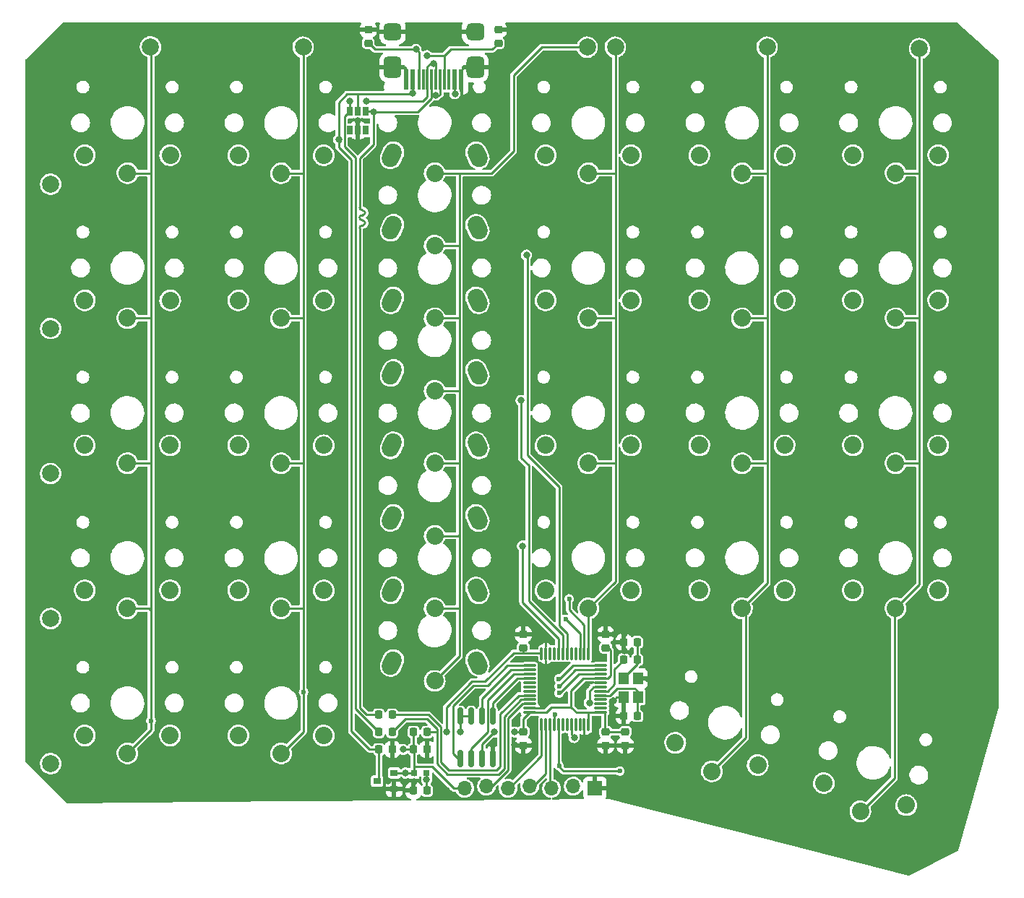
<source format=gbr>
%TF.GenerationSoftware,KiCad,Pcbnew,5.99.0-unknown-3de60231db~128~ubuntu21.04.1*%
%TF.CreationDate,2021-05-22T07:34:52+02:00*%
%TF.ProjectId,dzzy,647a7a79-2e6b-4696-9361-645f70636258,rev?*%
%TF.SameCoordinates,Original*%
%TF.FileFunction,Copper,L1,Top*%
%TF.FilePolarity,Positive*%
%FSLAX46Y46*%
G04 Gerber Fmt 4.6, Leading zero omitted, Abs format (unit mm)*
G04 Created by KiCad (PCBNEW 5.99.0-unknown-3de60231db~128~ubuntu21.04.1) date 2021-05-22 07:34:52*
%MOMM*%
%LPD*%
G01*
G04 APERTURE LIST*
G04 Aperture macros list*
%AMRoundRect*
0 Rectangle with rounded corners*
0 $1 Rounding radius*
0 $2 $3 $4 $5 $6 $7 $8 $9 X,Y pos of 4 corners*
0 Add a 4 corners polygon primitive as box body*
4,1,4,$2,$3,$4,$5,$6,$7,$8,$9,$2,$3,0*
0 Add four circle primitives for the rounded corners*
1,1,$1+$1,$2,$3*
1,1,$1+$1,$4,$5*
1,1,$1+$1,$6,$7*
1,1,$1+$1,$8,$9*
0 Add four rect primitives between the rounded corners*
20,1,$1+$1,$2,$3,$4,$5,0*
20,1,$1+$1,$4,$5,$6,$7,0*
20,1,$1+$1,$6,$7,$8,$9,0*
20,1,$1+$1,$8,$9,$2,$3,0*%
%AMHorizOval*
0 Thick line with rounded ends*
0 $1 width*
0 $2 $3 position (X,Y) of the first rounded end (center of the circle)*
0 $4 $5 position (X,Y) of the second rounded end (center of the circle)*
0 Add line between two ends*
20,1,$1,$2,$3,$4,$5,0*
0 Add two circle primitives to create the rounded ends*
1,1,$1,$2,$3*
1,1,$1,$4,$5*%
G04 Aperture macros list end*
%TA.AperFunction,SMDPad,CuDef*%
%ADD10R,0.650000X1.060000*%
%TD*%
%TA.AperFunction,ComponentPad*%
%ADD11C,2.032000*%
%TD*%
%TA.AperFunction,ComponentPad*%
%ADD12HorizOval,2.032000X-0.162285X0.348022X0.162285X-0.348022X0*%
%TD*%
%TA.AperFunction,ComponentPad*%
%ADD13HorizOval,2.032000X-0.162285X-0.348022X0.162285X0.348022X0*%
%TD*%
%TA.AperFunction,SMDPad,CuDef*%
%ADD14RoundRect,0.218750X-0.256250X0.218750X-0.256250X-0.218750X0.256250X-0.218750X0.256250X0.218750X0*%
%TD*%
%TA.AperFunction,SMDPad,CuDef*%
%ADD15RoundRect,0.218750X0.256250X-0.218750X0.256250X0.218750X-0.256250X0.218750X-0.256250X-0.218750X0*%
%TD*%
%TA.AperFunction,SMDPad,CuDef*%
%ADD16RoundRect,0.218750X-0.218750X-0.256250X0.218750X-0.256250X0.218750X0.256250X-0.218750X0.256250X0*%
%TD*%
%TA.AperFunction,SMDPad,CuDef*%
%ADD17RoundRect,0.150000X0.150000X-0.825000X0.150000X0.825000X-0.150000X0.825000X-0.150000X-0.825000X0*%
%TD*%
%TA.AperFunction,SMDPad,CuDef*%
%ADD18RoundRect,0.218750X0.218750X0.256250X-0.218750X0.256250X-0.218750X-0.256250X0.218750X-0.256250X0*%
%TD*%
%TA.AperFunction,ComponentPad*%
%ADD19C,2.000000*%
%TD*%
%TA.AperFunction,ComponentPad*%
%ADD20R,1.700000X1.700000*%
%TD*%
%TA.AperFunction,ComponentPad*%
%ADD21O,1.700000X1.700000*%
%TD*%
%TA.AperFunction,SMDPad,CuDef*%
%ADD22R,1.200000X1.400000*%
%TD*%
%TA.AperFunction,SMDPad,CuDef*%
%ADD23R,0.570000X2.450000*%
%TD*%
%TA.AperFunction,SMDPad,CuDef*%
%ADD24R,0.300000X2.450000*%
%TD*%
%TA.AperFunction,ComponentPad*%
%ADD25O,1.000000X2.100000*%
%TD*%
%TA.AperFunction,SMDPad,CuDef*%
%ADD26RoundRect,0.500000X0.550000X0.500000X-0.550000X0.500000X-0.550000X-0.500000X0.550000X-0.500000X0*%
%TD*%
%TA.AperFunction,SMDPad,CuDef*%
%ADD27RoundRect,0.525000X0.525000X0.725000X-0.525000X0.725000X-0.525000X-0.725000X0.525000X-0.725000X0*%
%TD*%
%TA.AperFunction,ComponentPad*%
%ADD28O,1.000000X1.600000*%
%TD*%
%TA.AperFunction,SMDPad,CuDef*%
%ADD29RoundRect,0.075000X0.075000X0.662500X-0.075000X0.662500X-0.075000X-0.662500X0.075000X-0.662500X0*%
%TD*%
%TA.AperFunction,SMDPad,CuDef*%
%ADD30RoundRect,0.075000X0.662500X0.075000X-0.662500X0.075000X-0.662500X-0.075000X0.662500X-0.075000X0*%
%TD*%
%TA.AperFunction,SMDPad,CuDef*%
%ADD31R,0.900000X0.800000*%
%TD*%
%TA.AperFunction,SMDPad,CuDef*%
%ADD32R,0.797560X0.797560*%
%TD*%
%TA.AperFunction,ViaPad*%
%ADD33C,0.800000*%
%TD*%
%TA.AperFunction,ViaPad*%
%ADD34C,0.600000*%
%TD*%
%TA.AperFunction,Conductor*%
%ADD35C,0.254000*%
%TD*%
G04 APERTURE END LIST*
D10*
%TO.P,U1,1,I/O1*%
%TO.N,unconnected-(U1-Pad1)*%
X87746800Y-33866000D03*
%TO.P,U1,2,GND*%
%TO.N,VSS*%
X88696800Y-33866000D03*
%TO.P,U1,3,I/O2*%
%TO.N,unconnected-(U1-Pad3)*%
X89646800Y-33866000D03*
%TO.P,U1,4,I/O3*%
%TO.N,USB_D-*%
X89646800Y-31666000D03*
%TO.P,U1,5,VBUS*%
%TO.N,USB_VBUS*%
X88696800Y-31666000D03*
%TO.P,U1,6,I/O4*%
%TO.N,USB_D+*%
X87746800Y-31666000D03*
%TD*%
D11*
%TO.P,S11,1,1*%
%TO.N,COL3*%
X97700000Y-47400000D03*
X97700000Y-38900000D03*
D12*
%TO.P,S11,2,2*%
%TO.N,Net-(D12-Pad1)*%
X102700000Y-36800000D03*
D13*
X92700000Y-36800000D03*
D12*
X102700000Y-45300000D03*
D13*
X92700000Y-45300000D03*
%TD*%
D14*
%TO.P,C7,1*%
%TO.N,VDD*%
X108077000Y-104368500D03*
%TO.P,C7,2*%
%TO.N,VSS*%
X108077000Y-105943500D03*
%TD*%
D11*
%TO.P,S20,1,1*%
%TO.N,COL5*%
X133700000Y-55900000D03*
%TO.P,S20,2,2*%
%TO.N,Net-(D21-Pad1)*%
X138700000Y-53800000D03*
X128700000Y-53800000D03*
%TD*%
D15*
%TO.P,R4,1*%
%TO.N,Net-(P1-PadB5)*%
X89916000Y-23647500D03*
%TO.P,R4,2*%
%TO.N,VSS*%
X89916000Y-22072500D03*
%TD*%
D16*
%TO.P,C13,1*%
%TO.N,VDD*%
X95224500Y-106426000D03*
%TO.P,C13,2*%
%TO.N,VSS*%
X96799500Y-106426000D03*
%TD*%
D17*
%TO.P,U3,1,~S*%
%TO.N,SPI1_NSS*%
X100711000Y-107504000D03*
%TO.P,U3,2,Q*%
%TO.N,SPI1_MISO*%
X101981000Y-107504000D03*
%TO.P,U3,3,~W*%
%TO.N,VDD*%
X103251000Y-107504000D03*
%TO.P,U3,4,VSS*%
%TO.N,VSS*%
X104521000Y-107504000D03*
%TO.P,U3,5,D*%
%TO.N,SPI1_MOSI*%
X104521000Y-102554000D03*
%TO.P,U3,6,C*%
%TO.N,SPI1_SCK*%
X103251000Y-102554000D03*
%TO.P,U3,7,~HOLD*%
%TO.N,VDD*%
X101981000Y-102554000D03*
%TO.P,U3,8,VCC*%
X100711000Y-102554000D03*
%TD*%
D11*
%TO.P,S25,1,1*%
%TO.N,COL6*%
X151700000Y-55900000D03*
%TO.P,S25,2,2*%
%TO.N,Net-(D26-Pad1)*%
X146700000Y-53800000D03*
X156700000Y-53800000D03*
%TD*%
D18*
%TO.P,R2,2*%
%TO.N,VDD*%
X95224500Y-104394000D03*
%TO.P,R2,1*%
%TO.N,/USB_D_R+*%
X96799500Y-104394000D03*
%TD*%
D11*
%TO.P,S10,1,1*%
%TO.N,COL2*%
X79700000Y-106900000D03*
%TO.P,S10,2,2*%
%TO.N,Net-(D11-Pad1)*%
X84700000Y-104800000D03*
X74700000Y-104800000D03*
%TD*%
%TO.P,S13,1,1*%
%TO.N,COL3*%
X97700000Y-72900000D03*
X97700000Y-81400000D03*
D13*
%TO.P,S13,2,2*%
%TO.N,Net-(D14-Pad1)*%
X92700000Y-70800000D03*
D12*
X102700000Y-70800000D03*
D13*
X92700000Y-79300000D03*
D12*
X102700000Y-79300000D03*
%TD*%
D11*
%TO.P,S4,1,1*%
%TO.N,COL1*%
X61700000Y-89900000D03*
%TO.P,S4,2,2*%
%TO.N,Net-(D4-Pad1)*%
X56700000Y-87800000D03*
X66700000Y-87800000D03*
%TD*%
D19*
%TO.P,TP9,1,1*%
%TO.N,ROW5*%
X52700000Y-108100000D03*
%TD*%
D14*
%TO.P,C12,1*%
%TO.N,VDD*%
X120015000Y-104381500D03*
%TO.P,C12,2*%
%TO.N,VSS*%
X120015000Y-105956500D03*
%TD*%
D19*
%TO.P,TP8,1,1*%
%TO.N,ROW4*%
X52700000Y-91100000D03*
%TD*%
%TO.P,TP14,1,1*%
%TO.N,COL5*%
X136652000Y-24130000D03*
%TD*%
D11*
%TO.P,S6,1,1*%
%TO.N,COL2*%
X79700000Y-38900000D03*
%TO.P,S6,2,2*%
%TO.N,Net-(D6-Pad1)*%
X74700000Y-36800000D03*
X84700000Y-36800000D03*
%TD*%
D19*
%TO.P,TP10,1,1*%
%TO.N,COL1*%
X64400000Y-24100000D03*
%TD*%
D15*
%TO.P,R3,1*%
%TO.N,Net-(P1-PadA5)*%
X105156000Y-23647500D03*
%TO.P,R3,2*%
%TO.N,VSS*%
X105156000Y-22072500D03*
%TD*%
D16*
%TO.P,R7,2*%
%TO.N,/USB_D_R+*%
X92710100Y-104394000D03*
%TO.P,R7,1*%
%TO.N,USB_D+*%
X91135100Y-104394000D03*
%TD*%
D11*
%TO.P,S15,1,1*%
%TO.N,COL4*%
X115700000Y-38900000D03*
%TO.P,S15,2,2*%
%TO.N,Net-(D16-Pad1)*%
X120700000Y-36800000D03*
X110700000Y-36800000D03*
%TD*%
D19*
%TO.P,TP11,1,1*%
%TO.N,COL2*%
X82296000Y-24130000D03*
%TD*%
D15*
%TO.P,C10,1*%
%TO.N,VDD*%
X117729000Y-94513500D03*
%TO.P,C10,2*%
%TO.N,VSS*%
X117729000Y-92938500D03*
%TD*%
D19*
%TO.P,TP13,1,1*%
%TO.N,COL4*%
X118872000Y-24130000D03*
%TD*%
%TO.P,TP6,1,1*%
%TO.N,ROW2*%
X52700000Y-57100000D03*
%TD*%
D11*
%TO.P,S21,1,1*%
%TO.N,COL5*%
X133700000Y-72900000D03*
%TO.P,S21,2,2*%
%TO.N,Net-(D22-Pad1)*%
X138700000Y-70800000D03*
X128700000Y-70800000D03*
%TD*%
%TO.P,S8,1,1*%
%TO.N,COL2*%
X79700000Y-72900000D03*
%TO.P,S8,2,2*%
%TO.N,Net-(D9-Pad1)*%
X84700000Y-70800000D03*
X74700000Y-70800000D03*
%TD*%
D16*
%TO.P,R6,2*%
%TO.N,/USB_D_R-*%
X92710100Y-102362000D03*
%TO.P,R6,1*%
%TO.N,USB_D-*%
X91135100Y-102362000D03*
%TD*%
D11*
%TO.P,S12,1,1*%
%TO.N,COL3*%
X97700000Y-55900000D03*
X97700000Y-64400000D03*
D12*
%TO.P,S12,2,2*%
%TO.N,Net-(D13-Pad1)*%
X102700000Y-62300000D03*
D13*
X92700000Y-53800000D03*
D12*
X102700000Y-53800000D03*
D13*
X92700000Y-62300000D03*
%TD*%
D20*
%TO.P,J1,1,Pin_1*%
%TO.N,VSS*%
X116459000Y-110998000D03*
D21*
%TO.P,J1,2,Pin_2*%
%TO.N,NRST*%
X113919000Y-110744000D03*
%TO.P,J1,3,Pin_3*%
%TO.N,JTDO*%
X111379000Y-110998000D03*
%TO.P,J1,4,Pin_4*%
%TO.N,JTDI*%
X108839000Y-110744000D03*
%TO.P,J1,5,Pin_5*%
%TO.N,JTCK*%
X106299000Y-110998000D03*
%TO.P,J1,6,Pin_6*%
%TO.N,JTMS*%
X103759000Y-110744000D03*
%TO.P,J1,7,Pin_7*%
%TO.N,VDD*%
X101219000Y-110998000D03*
%TD*%
D22*
%TO.P,HSE1,1,1*%
%TO.N,HSE_IN*%
X121500000Y-100300000D03*
%TO.P,HSE1,2,2*%
%TO.N,VSS*%
X121500000Y-98100000D03*
%TO.P,HSE1,3,3*%
%TO.N,Net-(C16-Pad1)*%
X119800000Y-98100000D03*
%TO.P,HSE1,4,4*%
%TO.N,VSS*%
X119800000Y-100300000D03*
%TD*%
D11*
%TO.P,S24,1,1*%
%TO.N,COL6*%
X151700000Y-38900000D03*
%TO.P,S24,2,2*%
%TO.N,Net-(D25-Pad1)*%
X146700000Y-36800000D03*
X156700000Y-36800000D03*
%TD*%
D19*
%TO.P,TP7,1,1*%
%TO.N,ROW3*%
X52700000Y-74100000D03*
%TD*%
D23*
%TO.P,P1,A1,GND*%
%TO.N,VSS*%
X100825000Y-27925000D03*
%TO.P,P1,A4,VBUS*%
%TO.N,USB_VBUS*%
X100050000Y-27925000D03*
D24*
%TO.P,P1,A5,CC1*%
%TO.N,Net-(P1-PadA5)*%
X98850000Y-27925000D03*
%TO.P,P1,A6,D+*%
%TO.N,USB_D+*%
X97850000Y-27925000D03*
%TO.P,P1,A7,D-*%
%TO.N,USB_D-*%
X97350000Y-27925000D03*
D23*
%TO.P,P1,B1,GND*%
%TO.N,VSS*%
X94375000Y-27925000D03*
%TO.P,P1,B4,VBUS*%
%TO.N,USB_VBUS*%
X95150000Y-27925000D03*
D24*
%TO.P,P1,B5,CC2*%
%TO.N,Net-(P1-PadB5)*%
X95850000Y-27925000D03*
%TO.P,P1,B6,D+*%
%TO.N,USB_D+*%
X96850000Y-27925000D03*
%TO.P,P1,B7,D-*%
%TO.N,USB_D-*%
X98350000Y-27925000D03*
D25*
%TO.P,P1,S1,SHIELD*%
%TO.N,VSS*%
X93280000Y-26510000D03*
D26*
X102450000Y-22330000D03*
D27*
X102450000Y-26510000D03*
D28*
X101920000Y-22330000D03*
D27*
X92750000Y-26510000D03*
D28*
X93280000Y-22330000D03*
D26*
X92750000Y-22330000D03*
D25*
X101920000Y-26510000D03*
D24*
%TO.P,P1,~*%
%TO.N,N/C*%
X99350000Y-27925000D03*
X96350000Y-27925000D03*
%TD*%
D11*
%TO.P,S9,1,1*%
%TO.N,COL2*%
X79700000Y-89900000D03*
%TO.P,S9,2,2*%
%TO.N,Net-(D10-Pad1)*%
X84700000Y-87800000D03*
X74700000Y-87800000D03*
%TD*%
%TO.P,S17,1,1*%
%TO.N,COL4*%
X115700000Y-72900000D03*
%TO.P,S17,2,2*%
%TO.N,Net-(D18-Pad1)*%
X110700000Y-70800000D03*
X120700000Y-70800000D03*
%TD*%
%TO.P,S16,1,1*%
%TO.N,COL4*%
X115700000Y-55900000D03*
%TO.P,S16,2,2*%
%TO.N,Net-(D17-Pad1)*%
X120700000Y-53800000D03*
X110700000Y-53800000D03*
%TD*%
D18*
%TO.P,R5,1*%
%TO.N,Net-(D7-Pad2)*%
X96799500Y-111252000D03*
%TO.P,R5,2*%
%TO.N,VSS*%
X95224500Y-111252000D03*
%TD*%
D11*
%TO.P,S14,1,1*%
%TO.N,COL3*%
X97700000Y-89900000D03*
X97700000Y-98400000D03*
D13*
%TO.P,S14,2,2*%
%TO.N,Net-(D15-Pad1)*%
X92700000Y-96300000D03*
X92700000Y-87800000D03*
D12*
X102700000Y-96300000D03*
X102700000Y-87800000D03*
%TD*%
D11*
%TO.P,S28,1,1*%
%TO.N,COL6*%
X147572968Y-113698962D03*
%TO.P,S28,2,2*%
%TO.N,Net-(D29-Pad1)*%
X152946117Y-112964613D03*
X143286858Y-110376423D03*
%TD*%
D29*
%TO.P,U4,48,VDD*%
%TO.N,VDD*%
X115717000Y-103518000D03*
%TO.P,U4,47,VSS*%
%TO.N,VSS*%
X115217000Y-103518000D03*
%TO.P,U4,46,PB9*%
%TO.N,N/C*%
X114717000Y-103518000D03*
%TO.P,U4,45,PB8*%
X114217000Y-103518000D03*
%TO.P,U4,44,BOOT0*%
%TO.N,BOOT0*%
X113717000Y-103518000D03*
%TO.P,U4,43,PB7*%
%TO.N,N/C*%
X113217000Y-103518000D03*
%TO.P,U4,42,PB6*%
X112717000Y-103518000D03*
%TO.P,U4,41,PB5*%
%TO.N,ROW5*%
X112217000Y-103518000D03*
%TO.P,U4,40,PB4*%
%TO.N,ROW4*%
X111717000Y-103518000D03*
%TO.P,U4,39,PB3*%
%TO.N,JTDO*%
X111217000Y-103518000D03*
%TO.P,U4,38,PA15*%
%TO.N,JTDI*%
X110717000Y-103518000D03*
%TO.P,U4,37,PA14*%
%TO.N,JTCK*%
X110217000Y-103518000D03*
D30*
%TO.P,U4,36,VDD*%
%TO.N,VDD*%
X108804500Y-102105500D03*
%TO.P,U4,35,VSS*%
%TO.N,VSS*%
X108804500Y-101605500D03*
%TO.P,U4,34,PA13*%
%TO.N,JTMS*%
X108804500Y-101105500D03*
%TO.P,U4,33,PA12*%
%TO.N,/USB_D_R+*%
X108804500Y-100605500D03*
%TO.P,U4,32,PA11*%
%TO.N,/USB_D_R-*%
X108804500Y-100105500D03*
%TO.P,U4,31,PA10*%
%TO.N,N/C*%
X108804500Y-99605500D03*
%TO.P,U4,30,PA9*%
X108804500Y-99105500D03*
%TO.P,U4,29,PA8*%
X108804500Y-98605500D03*
%TO.P,U4,28,PB15*%
%TO.N,SPI1_MOSI*%
X108804500Y-98105500D03*
%TO.P,U4,27,PB14*%
%TO.N,SPI1_MISO*%
X108804500Y-97605500D03*
%TO.P,U4,26,PB13*%
%TO.N,SPI1_SCK*%
X108804500Y-97105500D03*
%TO.P,U4,25,PB12*%
%TO.N,SPI1_NSS*%
X108804500Y-96605500D03*
D29*
%TO.P,U4,24,VDD*%
%TO.N,VDD*%
X110217000Y-95193000D03*
%TO.P,U4,23,VSS*%
%TO.N,VSS*%
X110717000Y-95193000D03*
%TO.P,U4,22,PB11*%
%TO.N,N/C*%
X111217000Y-95193000D03*
%TO.P,U4,21,PB10*%
X111717000Y-95193000D03*
%TO.P,U4,20,PB2*%
%TO.N,ROW3*%
X112217000Y-95193000D03*
%TO.P,U4,19,PB1*%
%TO.N,ROW2*%
X112717000Y-95193000D03*
%TO.P,U4,18,PB0*%
%TO.N,ROW1*%
X113217000Y-95193000D03*
%TO.P,U4,17,PA7*%
%TO.N,N/C*%
X113717000Y-95193000D03*
%TO.P,U4,16,PA6*%
X114217000Y-95193000D03*
%TO.P,U4,15,PA5*%
%TO.N,COL6*%
X114717000Y-95193000D03*
%TO.P,U4,14,PA4*%
%TO.N,COL5*%
X115217000Y-95193000D03*
%TO.P,U4,13,PA3*%
%TO.N,COL4*%
X115717000Y-95193000D03*
D30*
%TO.P,U4,12,PA2*%
%TO.N,COL3*%
X117129500Y-96605500D03*
%TO.P,U4,11,PA1*%
%TO.N,COL2*%
X117129500Y-97105500D03*
%TO.P,U4,10,PA0*%
%TO.N,COL1*%
X117129500Y-97605500D03*
%TO.P,U4,9,VDDA*%
%TO.N,VDD*%
X117129500Y-98105500D03*
%TO.P,U4,8,VSSA*%
%TO.N,VSS*%
X117129500Y-98605500D03*
%TO.P,U4,7,NRST*%
%TO.N,NRST*%
X117129500Y-99105500D03*
%TO.P,U4,6,PF1*%
%TO.N,HSE_OUT*%
X117129500Y-99605500D03*
%TO.P,U4,5,PF0*%
%TO.N,HSE_IN*%
X117129500Y-100105500D03*
%TO.P,U4,4,PC15*%
%TO.N,N/C*%
X117129500Y-100605500D03*
%TO.P,U4,3,PC14*%
X117129500Y-101105500D03*
%TO.P,U4,2,PC13*%
X117129500Y-101605500D03*
%TO.P,U4,1,VBAT*%
%TO.N,VDD*%
X117129500Y-102105500D03*
%TD*%
D11*
%TO.P,S22,1,1*%
%TO.N,COL5*%
X133700000Y-89900000D03*
%TO.P,S22,2,2*%
%TO.N,Net-(D23-Pad1)*%
X128700000Y-87800000D03*
X138700000Y-87800000D03*
%TD*%
%TO.P,S19,1,1*%
%TO.N,COL5*%
X133700000Y-38900000D03*
%TO.P,S19,2,2*%
%TO.N,Net-(D20-Pad1)*%
X138700000Y-36800000D03*
X128700000Y-36800000D03*
%TD*%
%TO.P,S18,1,1*%
%TO.N,COL4*%
X115700000Y-89900000D03*
%TO.P,S18,2,2*%
%TO.N,Net-(D19-Pad1)*%
X120700000Y-87800000D03*
X110700000Y-87800000D03*
%TD*%
D18*
%TO.P,C15,1*%
%TO.N,HSE_IN*%
X121437500Y-102502000D03*
%TO.P,C15,2*%
%TO.N,VSS*%
X119862500Y-102502000D03*
%TD*%
D11*
%TO.P,S5,1,1*%
%TO.N,COL1*%
X61700000Y-106900000D03*
%TO.P,S5,2,2*%
%TO.N,Net-(D5-Pad1)*%
X66700000Y-104800000D03*
X56700000Y-104800000D03*
%TD*%
%TO.P,S2,1,1*%
%TO.N,COL1*%
X61710000Y-55900000D03*
%TO.P,S2,2,2*%
%TO.N,Net-(D2-Pad1)*%
X66710000Y-53800000D03*
X56710000Y-53800000D03*
%TD*%
D19*
%TO.P,TP5,1,1*%
%TO.N,ROW1*%
X52700000Y-40200000D03*
%TD*%
D11*
%TO.P,S23,1,1*%
%TO.N,COL5*%
X130172968Y-108998962D03*
%TO.P,S23,2,2*%
%TO.N,Net-(D24-Pad1)*%
X135546117Y-108264613D03*
X125886858Y-105676423D03*
%TD*%
D18*
%TO.P,C16,1*%
%TO.N,Net-(C16-Pad1)*%
X121437500Y-93866000D03*
%TO.P,C16,2*%
%TO.N,VSS*%
X119862500Y-93866000D03*
%TD*%
D11*
%TO.P,S7,1,1*%
%TO.N,COL2*%
X79700000Y-55900000D03*
%TO.P,S7,2,2*%
%TO.N,Net-(D8-Pad1)*%
X84700000Y-53800000D03*
X74700000Y-53800000D03*
%TD*%
%TO.P,S26,1,1*%
%TO.N,COL6*%
X151700000Y-72900000D03*
%TO.P,S26,2,2*%
%TO.N,Net-(D27-Pad1)*%
X146700000Y-70800000D03*
X156700000Y-70800000D03*
%TD*%
D15*
%TO.P,C11,1*%
%TO.N,VDD*%
X108077000Y-94513500D03*
%TO.P,C11,2*%
%TO.N,VSS*%
X108077000Y-92938500D03*
%TD*%
D31*
%TO.P,U2,1,GND*%
%TO.N,VSS*%
X92948000Y-111089589D03*
%TO.P,U2,2,VO*%
%TO.N,VDD*%
X92948000Y-109189589D03*
%TO.P,U2,3,VI*%
%TO.N,USB_VBUS*%
X90948000Y-110139589D03*
%TD*%
D32*
%TO.P,D7,1,A*%
%TO.N,VDD*%
X95262700Y-109220000D03*
%TO.P,D7,2,K*%
%TO.N,Net-(D7-Pad2)*%
X96761300Y-109220000D03*
%TD*%
D16*
%TO.P,C9,1*%
%TO.N,USB_VBUS*%
X91160500Y-106426000D03*
%TO.P,C9,2*%
%TO.N,VSS*%
X92735500Y-106426000D03*
%TD*%
D19*
%TO.P,TP15,1,1*%
%TO.N,COL6*%
X154500000Y-24300000D03*
%TD*%
D11*
%TO.P,S27,1,1*%
%TO.N,COL6*%
X151700000Y-89900000D03*
%TO.P,S27,2,2*%
%TO.N,Net-(D28-Pad1)*%
X156700000Y-87800000D03*
X146700000Y-87800000D03*
%TD*%
D14*
%TO.P,C8,1*%
%TO.N,VDD*%
X117729000Y-104381500D03*
%TO.P,C8,2*%
%TO.N,VSS*%
X117729000Y-105956500D03*
%TD*%
D19*
%TO.P,TP12,1,1*%
%TO.N,COL3*%
X115570000Y-24130000D03*
%TD*%
D16*
%TO.P,R12,1*%
%TO.N,HSE_OUT*%
X119862500Y-95898000D03*
%TO.P,R12,2*%
%TO.N,Net-(C16-Pad1)*%
X121437500Y-95898000D03*
%TD*%
D11*
%TO.P,S1,1,1*%
%TO.N,COL1*%
X61710000Y-38900000D03*
%TO.P,S1,2,2*%
%TO.N,Net-(D1-Pad1)*%
X56710000Y-36800000D03*
X66710000Y-36800000D03*
%TD*%
%TO.P,S3,1,1*%
%TO.N,COL1*%
X61700000Y-72900000D03*
%TO.P,S3,2,2*%
%TO.N,Net-(D3-Pad1)*%
X56700000Y-70800000D03*
X66700000Y-70800000D03*
%TD*%
D33*
%TO.N,VSS*%
X88696800Y-35610800D03*
%TO.N,USB_VBUS*%
X86443100Y-34962656D03*
%TO.N,VSS*%
X88696800Y-32766000D03*
%TO.N,USB_D-*%
X90525600Y-31699200D03*
%TO.N,USB_D+*%
X87757000Y-30480000D03*
X89662000Y-30480000D03*
%TO.N,VSS*%
X92202000Y-110109000D03*
X107188000Y-103124000D03*
X92710000Y-107696000D03*
X115189000Y-105410000D03*
X109347000Y-105918000D03*
X118618000Y-102489000D03*
X114554000Y-106426000D03*
X110363000Y-101219000D03*
X107061000Y-105918000D03*
X118618000Y-100711000D03*
X110744000Y-96774000D03*
X119888000Y-92837000D03*
X120015000Y-107188000D03*
X114681000Y-100965000D03*
X116586000Y-92964000D03*
X104521000Y-105918000D03*
X105537000Y-101092000D03*
X115443000Y-98933000D03*
X96774000Y-107696000D03*
X110363000Y-85852000D03*
X119888000Y-94869000D03*
X112522000Y-109728000D03*
X122682000Y-98184000D03*
X118745000Y-92964000D03*
X101473000Y-100965000D03*
X95250000Y-110236000D03*
X117729000Y-107188000D03*
X110363000Y-77597000D03*
X99060000Y-111252000D03*
X109347000Y-92964000D03*
X110744000Y-93345000D03*
%TO.N,VDD*%
X99071112Y-104394000D03*
X107061000Y-104394000D03*
X94264411Y-109189589D03*
X93980000Y-106426000D03*
X100711000Y-104394000D03*
X104648000Y-104394000D03*
%TO.N,Net-(D7-Pad2)*%
X96761300Y-109994700D03*
%TO.N,USB_D+*%
X97586800Y-26035000D03*
%TO.N,Net-(P1-PadB5)*%
X95504000Y-24384000D03*
%TO.N,USB_D-*%
X97840800Y-29743400D03*
%TO.N,Net-(P1-PadA5)*%
X96774000Y-25146000D03*
%TO.N,USB_VBUS*%
X100076000Y-29591000D03*
X95150000Y-29547100D03*
%TO.N,NRST*%
X115824000Y-100965000D03*
%TO.N,BOOT0*%
X114046000Y-105029000D03*
D34*
%TO.N,COL1*%
X112268000Y-99822000D03*
X64466000Y-103074000D03*
%TO.N,COL2*%
X112268000Y-99019297D03*
X82334002Y-99700300D03*
%TO.N,COL3*%
X112223427Y-98172021D03*
%TO.N,COL5*%
X113459709Y-88793767D03*
%TO.N,COL6*%
X113030000Y-91186000D03*
D33*
%TO.N,ROW1*%
X108458000Y-48514000D03*
%TO.N,ROW2*%
X107823000Y-65532000D03*
%TO.N,ROW3*%
X107982300Y-82599998D03*
D34*
%TO.N,ROW4*%
X111760000Y-102356700D03*
%TO.N,ROW5*%
X112268000Y-108331000D03*
X119380000Y-108966000D03*
%TD*%
D35*
%TO.N,USB_D-*%
X89241829Y-43826000D02*
X89200000Y-43826000D01*
X89200000Y-43226000D02*
X89241829Y-43226000D01*
X89713758Y-102362000D02*
X91135100Y-102362000D01*
X90525600Y-35509200D02*
X88900000Y-37134800D01*
X90525600Y-31699200D02*
X90525600Y-35509200D01*
X88900000Y-45326000D02*
G75*
G02*
X89200000Y-45026000I300000J0D01*
G01*
X89241829Y-45026000D02*
G75*
G03*
X89541829Y-44726000I0J300000D01*
G01*
X89200000Y-44426000D02*
G75*
G02*
X88900000Y-44126000I0J300000D01*
G01*
X89200000Y-44426000D02*
X89241829Y-44426000D01*
X89541829Y-44726000D02*
G75*
G03*
X89241829Y-44426000I-300000J0D01*
G01*
X88900000Y-44126000D02*
G75*
G02*
X89200000Y-43826000I300000J0D01*
G01*
X89241829Y-43826000D02*
G75*
G03*
X89541829Y-43526000I0J300000D01*
G01*
X88900000Y-37134800D02*
X88900000Y-42926000D01*
X89541829Y-43526000D02*
G75*
G03*
X89241829Y-43226000I-300000J0D01*
G01*
X89200000Y-43226000D02*
G75*
G02*
X88900000Y-42926000I0J300000D01*
G01*
X89241829Y-45026000D02*
X89200000Y-45026000D01*
X88900000Y-45326000D02*
X88900000Y-47776000D01*
X88900000Y-47776000D02*
X88900000Y-101548242D01*
X88900000Y-101548242D02*
X89713758Y-102362000D01*
%TO.N,VDD*%
X95250000Y-108458000D02*
X95250000Y-106426000D01*
X95224500Y-106426000D02*
X93980000Y-106426000D01*
%TO.N,/USB_D_R+*%
X97960901Y-104056901D02*
X97960901Y-104477099D01*
X97960901Y-104477099D02*
X97960901Y-108120901D01*
X96799500Y-104394000D02*
X97877802Y-104394000D01*
X97877802Y-104394000D02*
X97960901Y-104477099D01*
%TO.N,VDD*%
X95224500Y-106426000D02*
X95224500Y-104419500D01*
X95224500Y-104394000D02*
X95224500Y-106400500D01*
%TO.N,USB_D+*%
X96850200Y-29958600D02*
X96328800Y-30480000D01*
X96850200Y-28727400D02*
X96850200Y-29958600D01*
X96328800Y-30480000D02*
X89662000Y-30480000D01*
X87746800Y-30490200D02*
X87757000Y-30480000D01*
X87746800Y-31666000D02*
X87746800Y-30490200D01*
X91135100Y-104394000D02*
X88392000Y-101650900D01*
X88392000Y-101650900D02*
X88392000Y-37084000D01*
X88392000Y-37084000D02*
X87142889Y-35834889D01*
X87142889Y-35834889D02*
X87142889Y-32269911D01*
X87142889Y-32269911D02*
X87746800Y-31666000D01*
%TO.N,USB_VBUS*%
X90068400Y-106426000D02*
X87934800Y-104292400D01*
X87934800Y-37338000D02*
X86443100Y-35846300D01*
X91160500Y-106426000D02*
X90068400Y-106426000D01*
X87934800Y-104292400D02*
X87934800Y-37338000D01*
X86443100Y-35846300D02*
X86443100Y-34962656D01*
%TO.N,USB_D-*%
X90492400Y-31666000D02*
X90525600Y-31699200D01*
X89646800Y-31666000D02*
X90492400Y-31666000D01*
X97350000Y-30095200D02*
X95746000Y-31699200D01*
X95746000Y-31699200D02*
X90525600Y-31699200D01*
X97350000Y-29726200D02*
X97350000Y-30095200D01*
%TO.N,USB_VBUS*%
X88696800Y-29621821D02*
X87421379Y-29621821D01*
X87421379Y-29621821D02*
X86443100Y-30600100D01*
X86443100Y-30600100D02*
X86443100Y-34962656D01*
X86664800Y-35184356D02*
X86443100Y-34962656D01*
X88696800Y-31666000D02*
X88696800Y-29621821D01*
X88696800Y-29621821D02*
X95075279Y-29621821D01*
X95075279Y-29621821D02*
X95150000Y-29547100D01*
%TO.N,USB_D-*%
X97350000Y-29726200D02*
X97350000Y-29142000D01*
%TO.N,/USB_D_R+*%
X92710100Y-104394000D02*
X94234100Y-102870000D01*
X105847588Y-108655124D02*
X105847588Y-102599592D01*
X105847588Y-102599592D02*
X107841680Y-100605500D01*
X94234100Y-102870000D02*
X96774000Y-102870000D01*
X96774000Y-102870000D02*
X97960901Y-104056901D01*
X97960901Y-108120901D02*
X99187000Y-109347000D01*
X99187000Y-109347000D02*
X105155712Y-109347000D01*
X105155712Y-109347000D02*
X105847588Y-108655124D01*
X107841680Y-100605500D02*
X108804500Y-100605500D01*
%TO.N,/USB_D_R-*%
X108804500Y-100105500D02*
X107539500Y-100105500D01*
X99365289Y-108890289D02*
X98392212Y-107917212D01*
X96962424Y-102362000D02*
X92710100Y-102362000D01*
X107539500Y-100105500D02*
X105390877Y-102254123D01*
X105390877Y-102254123D02*
X105390877Y-108465949D01*
X105390877Y-108465949D02*
X104966537Y-108890289D01*
X104966537Y-108890289D02*
X99365289Y-108890289D01*
X98392212Y-107917212D02*
X98392212Y-103791788D01*
X98392212Y-103791788D02*
X96962424Y-102362000D01*
%TO.N,USB_VBUS*%
X95150000Y-28294000D02*
X95150000Y-29547100D01*
X95150000Y-29564000D02*
X95150000Y-29547100D01*
X95066779Y-29647221D02*
X95150000Y-29564000D01*
%TO.N,VSS*%
X94201000Y-26510000D02*
X94361000Y-26670000D01*
X119800000Y-100300000D02*
X119029000Y-100300000D01*
X93280000Y-26510000D02*
X94201000Y-26510000D01*
X119029000Y-100300000D02*
X118618000Y-100711000D01*
X101920000Y-26510000D02*
X101125000Y-26510000D01*
X94361000Y-26670000D02*
X94361000Y-28067000D01*
X101125000Y-26510000D02*
X100838000Y-26797000D01*
%TO.N,VDD*%
X108804500Y-102105500D02*
X110746500Y-102105500D01*
X115717000Y-102105500D02*
X115717000Y-102763000D01*
X114297500Y-102105500D02*
X117129500Y-102105500D01*
X110746500Y-102105500D02*
X111379000Y-101473000D01*
X94264411Y-109189589D02*
X95219589Y-109189589D01*
X111379000Y-101473000D02*
X113665000Y-101473000D01*
X100965000Y-110998000D02*
X99949000Y-110998000D01*
X97409000Y-108458000D02*
X95250000Y-108458000D01*
X102056711Y-98476289D02*
X99071112Y-101461888D01*
X108077000Y-104394000D02*
X107061000Y-104394000D01*
X113665000Y-99568000D02*
X113665000Y-101473000D01*
X110217000Y-95193000D02*
X110147000Y-95123000D01*
X117946434Y-98105500D02*
X118288289Y-97763645D01*
X117129500Y-98105500D02*
X117946434Y-98105500D01*
X103251000Y-105791000D02*
X104648000Y-104394000D01*
X99949000Y-110998000D02*
X97409000Y-108458000D01*
X110147000Y-95123000D02*
X108077000Y-95123000D01*
X95250000Y-109474000D02*
X95250000Y-108458000D01*
X100711000Y-102554000D02*
X100711000Y-104394000D01*
X103251000Y-107504000D02*
X103251000Y-105791000D01*
X118288289Y-94819289D02*
X117856000Y-94387000D01*
X117602000Y-104394000D02*
X117602000Y-102108000D01*
X117129500Y-98105500D02*
X115127500Y-98105500D01*
X92948000Y-109189589D02*
X94264411Y-109189589D01*
X120015000Y-104394000D02*
X117602000Y-104394000D01*
X108077000Y-102833000D02*
X108077000Y-104381000D01*
X99071112Y-101461888D02*
X99071112Y-104394000D01*
X113665000Y-101473000D02*
X114297500Y-102105500D01*
X108804500Y-102105500D02*
X108077000Y-102833000D01*
X118288289Y-97763645D02*
X118288289Y-94819289D01*
X115127500Y-98105500D02*
X113665000Y-99568000D01*
X108077000Y-94501000D02*
X108077000Y-95123000D01*
X106934000Y-95123000D02*
X103580711Y-98476289D01*
X103580711Y-98476289D02*
X102056711Y-98476289D01*
X108077000Y-95123000D02*
X106934000Y-95123000D01*
X100711000Y-102554000D02*
X101981000Y-102554000D01*
%TO.N,Net-(D7-Pad2)*%
X96761300Y-109994700D02*
X96761300Y-111239300D01*
X96761300Y-109220000D02*
X96761300Y-109994700D01*
%TO.N,HSE_IN*%
X119042711Y-99270289D02*
X121114289Y-99270289D01*
X118207500Y-100105500D02*
X119042711Y-99270289D01*
X121425000Y-102502000D02*
X121425000Y-100483000D01*
X121114289Y-99270289D02*
X121412000Y-99568000D01*
X121412000Y-99568000D02*
X121412000Y-100330000D01*
X117129500Y-100105500D02*
X118207500Y-100105500D01*
%TO.N,Net-(C16-Pad1)*%
X121425000Y-95885000D02*
X121425000Y-96393000D01*
X121425000Y-96393000D02*
X119634000Y-98184000D01*
X121425000Y-93866000D02*
X121425000Y-95885000D01*
%TO.N,USB_D+*%
X96850000Y-26416000D02*
X97231000Y-26035000D01*
X97231000Y-26035000D02*
X97850000Y-26035000D01*
X97850000Y-26035000D02*
X97850000Y-27925000D01*
X96850000Y-27925000D02*
X96850000Y-26416000D01*
%TO.N,Net-(P1-PadB5)*%
X90678000Y-24384000D02*
X89916000Y-23622000D01*
X95504000Y-24384000D02*
X90678000Y-24384000D01*
X95850000Y-27925000D02*
X95850000Y-24730000D01*
X95850000Y-24730000D02*
X95504000Y-24384000D01*
%TO.N,USB_D-*%
X97367200Y-29743400D02*
X97350000Y-29726200D01*
X98374200Y-29641800D02*
X98272600Y-29743400D01*
X97350000Y-29142000D02*
X97350000Y-27925000D01*
X98272600Y-29743400D02*
X97840800Y-29743400D01*
X98374200Y-28575000D02*
X98374200Y-29641800D01*
X97840800Y-29743400D02*
X97367200Y-29743400D01*
%TO.N,Net-(P1-PadA5)*%
X98850000Y-25102000D02*
X98850000Y-27925000D01*
X104457000Y-24384000D02*
X99568000Y-24384000D01*
X96774000Y-25146000D02*
X98806000Y-25146000D01*
X105156000Y-23685000D02*
X104457000Y-24384000D01*
X99568000Y-24384000D02*
X98850000Y-25102000D01*
X98806000Y-25146000D02*
X98850000Y-25102000D01*
%TO.N,USB_VBUS*%
X100050000Y-29565000D02*
X100076000Y-29591000D01*
X100050000Y-27925000D02*
X100050000Y-29565000D01*
X91173000Y-106426000D02*
X91173000Y-109995000D01*
%TO.N,NRST*%
X115824000Y-99594066D02*
X115824000Y-100965000D01*
X116312566Y-99105500D02*
X115824000Y-99594066D01*
X117129500Y-99105500D02*
X116312566Y-99105500D01*
%TO.N,BOOT0*%
X113717000Y-104700000D02*
X114046000Y-105029000D01*
X113717000Y-103518000D02*
X113717000Y-104700000D01*
%TO.N,HSE_OUT*%
X118745000Y-98806934D02*
X117946434Y-99605500D01*
X119888000Y-95898000D02*
X118745000Y-97041000D01*
X117129500Y-99605500D02*
X117946434Y-99605500D01*
X118745000Y-97041000D02*
X118745000Y-98806934D01*
X117946434Y-99605500D02*
X117926154Y-99625780D01*
%TO.N,COL1*%
X64466000Y-38912000D02*
X61518000Y-38912000D01*
X61700000Y-106900000D02*
X64466000Y-104134000D01*
X64466000Y-38912000D02*
X64466000Y-72848000D01*
X64466000Y-38912000D02*
X64466000Y-24066000D01*
X64466000Y-72848000D02*
X64466000Y-90120000D01*
X64246000Y-89900000D02*
X64466000Y-90120000D01*
X112395000Y-99822000D02*
X114611500Y-97605500D01*
X64466000Y-90120000D02*
X64466000Y-104134000D01*
X64396000Y-55900000D02*
X64466000Y-55830000D01*
X61710000Y-55900000D02*
X64396000Y-55900000D01*
X114611500Y-97605500D02*
X117129500Y-97605500D01*
X61700000Y-72900000D02*
X64414000Y-72900000D01*
X112268000Y-99822000D02*
X112395000Y-99822000D01*
X64414000Y-72900000D02*
X64466000Y-72848000D01*
X61700000Y-89900000D02*
X64246000Y-89900000D01*
%TO.N,COL2*%
X112268000Y-99017979D02*
X112268000Y-99019297D01*
X82296000Y-89916000D02*
X82296000Y-99662298D01*
X82280000Y-89900000D02*
X82296000Y-89916000D01*
X82334002Y-104355998D02*
X82334002Y-99700300D01*
X82294000Y-72900000D02*
X82296000Y-72898000D01*
X82296000Y-72898000D02*
X82296000Y-89916000D01*
X82296000Y-55880000D02*
X82296000Y-72898000D01*
X82296000Y-38862000D02*
X82296000Y-55880000D01*
X82296000Y-38862000D02*
X82296000Y-23876000D01*
X82296000Y-99662298D02*
X82334002Y-99700300D01*
X79700000Y-38900000D02*
X82258000Y-38900000D01*
X82276000Y-55900000D02*
X82296000Y-55880000D01*
X79700000Y-89900000D02*
X82280000Y-89900000D01*
X79756000Y-106934000D02*
X82334002Y-104355998D01*
X79700000Y-55900000D02*
X82276000Y-55900000D01*
X82258000Y-38900000D02*
X82296000Y-38862000D01*
X117129500Y-97105500D02*
X114180479Y-97105500D01*
X79700000Y-72900000D02*
X82294000Y-72900000D01*
X112268000Y-99017979D02*
X114180479Y-97105500D01*
%TO.N,COL3*%
X97066000Y-38900000D02*
X104356000Y-38900000D01*
X104356000Y-38900000D02*
X106934000Y-36322000D01*
X100564000Y-55900000D02*
X100584000Y-55880000D01*
X97700000Y-64400000D02*
X100468000Y-64400000D01*
X100584000Y-55880000D02*
X100584000Y-38938000D01*
X97700000Y-72900000D02*
X100582000Y-72900000D01*
X117129500Y-96605500D02*
X113879094Y-96605500D01*
X100568000Y-89900000D02*
X100584000Y-89916000D01*
X110236000Y-24130000D02*
X115570000Y-24130000D01*
X100468000Y-64400000D02*
X100584000Y-64516000D01*
X100584000Y-64516000D02*
X100584000Y-72898000D01*
X106934000Y-27432000D02*
X110236000Y-24130000D01*
X100584000Y-72898000D02*
X100584000Y-81280000D01*
X100584000Y-55880000D02*
X100584000Y-64516000D01*
X97700000Y-55900000D02*
X100564000Y-55900000D01*
X97700000Y-89900000D02*
X100568000Y-89900000D01*
X113052797Y-97431797D02*
X113030000Y-97431797D01*
X106934000Y-36322000D02*
X106934000Y-27432000D01*
X97700000Y-47400000D02*
X100486000Y-47400000D01*
X97700000Y-81400000D02*
X100464000Y-81400000D01*
X113030000Y-97431797D02*
X112289776Y-98172021D01*
X100584000Y-81280000D02*
X100584000Y-89916000D01*
X113052797Y-97431797D02*
X113879094Y-96605500D01*
X100464000Y-81400000D02*
X100584000Y-81280000D01*
X112289776Y-98172021D02*
X112223427Y-98172021D01*
X100584000Y-38938000D02*
X100546000Y-38900000D01*
X100582000Y-72900000D02*
X100584000Y-72898000D01*
X100584000Y-89916000D02*
X100584000Y-95504000D01*
X100584000Y-95504000D02*
X97536000Y-98552000D01*
%TO.N,COL4*%
X115717000Y-95193000D02*
X115717000Y-89936000D01*
X115700000Y-89900000D02*
X118872000Y-86728000D01*
X118872000Y-38862000D02*
X118872000Y-24130000D01*
X118834000Y-38900000D02*
X118872000Y-38862000D01*
X115700000Y-72900000D02*
X118870000Y-72900000D01*
X115700000Y-38900000D02*
X118834000Y-38900000D01*
X118872000Y-86728000D02*
X118872000Y-72898000D01*
X115700000Y-55900000D02*
X118852000Y-55900000D01*
X118870000Y-72900000D02*
X118872000Y-72898000D01*
X118872000Y-55880000D02*
X118872000Y-38862000D01*
X118872000Y-72898000D02*
X118872000Y-55880000D01*
X118852000Y-55900000D02*
X118872000Y-55880000D01*
%TO.N,COL5*%
X136632000Y-55900000D02*
X136652000Y-55880000D01*
X136614000Y-38900000D02*
X136652000Y-38862000D01*
X133700000Y-55900000D02*
X136632000Y-55900000D01*
X130172968Y-108998962D02*
X134112000Y-105059930D01*
X136652000Y-38862000D02*
X136652000Y-24130000D01*
X115217000Y-91849000D02*
X113459709Y-90091709D01*
X133700000Y-89900000D02*
X136652000Y-86948000D01*
X136650000Y-72900000D02*
X136652000Y-72898000D01*
X115217000Y-95193000D02*
X115217000Y-91849000D01*
X133700000Y-72900000D02*
X136650000Y-72900000D01*
X136652000Y-72898000D02*
X136652000Y-55880000D01*
X133700000Y-38900000D02*
X136614000Y-38900000D01*
X136652000Y-86948000D02*
X136652000Y-72898000D01*
X113459709Y-90091709D02*
X113459709Y-88793767D01*
X136652000Y-55880000D02*
X136652000Y-38862000D01*
X134112000Y-90312000D02*
X134112000Y-105059930D01*
%TO.N,COL6*%
X151575006Y-109790994D02*
X147574000Y-113792000D01*
X151700000Y-38900000D02*
X154470000Y-38900000D01*
X151700000Y-89900000D02*
X154500000Y-87100000D01*
X154470000Y-38900000D02*
X154500000Y-38930000D01*
X151700000Y-72900000D02*
X154312000Y-72900000D01*
X154452000Y-55900000D02*
X154500000Y-55948000D01*
X151575006Y-90024994D02*
X151575006Y-109790994D01*
X114717000Y-95193000D02*
X114717000Y-92873000D01*
X154500000Y-87100000D02*
X154500000Y-55948000D01*
X151700000Y-55900000D02*
X154452000Y-55900000D01*
X154500000Y-38930000D02*
X154500000Y-55948000D01*
X154500000Y-24300000D02*
X154500000Y-38930000D01*
X114717000Y-92873000D02*
X113030000Y-91186000D01*
%TO.N,JTDI*%
X110717000Y-103518000D02*
X110717000Y-109247000D01*
X108839000Y-111125000D02*
X110717000Y-109247000D01*
%TO.N,JTDO*%
X111217000Y-103518000D02*
X111217000Y-110836000D01*
%TO.N,JTCK*%
X106426000Y-110998000D02*
X110217000Y-107207000D01*
X110217000Y-103518000D02*
X110217000Y-107207000D01*
%TO.N,ROW1*%
X112278599Y-91958599D02*
X112278599Y-75702599D01*
X113217000Y-92897000D02*
X112278599Y-91958599D01*
X112278599Y-75702599D02*
X108552701Y-71976701D01*
X113217000Y-95193000D02*
X113217000Y-92897000D01*
X108552701Y-48608701D02*
X108458000Y-48514000D01*
X108552701Y-71976701D02*
X108552701Y-48608701D01*
%TO.N,ROW2*%
X112717000Y-95193000D02*
X112717000Y-93042886D01*
X108712000Y-89037886D02*
X108712000Y-73152000D01*
X112717000Y-93042886D02*
X108712000Y-89037886D01*
X108712000Y-73152000D02*
X107823000Y-72263000D01*
X107823000Y-72263000D02*
X107823000Y-65532000D01*
%TO.N,ROW3*%
X107982300Y-89186300D02*
X107982300Y-82599998D01*
X112217000Y-95193000D02*
X112217000Y-93421000D01*
X107982300Y-89186300D02*
X112217000Y-93421000D01*
%TO.N,ROW4*%
X111717000Y-102399700D02*
X111760000Y-102356700D01*
X111717000Y-103518000D02*
X111717000Y-102399700D01*
%TO.N,ROW5*%
X112217000Y-108280000D02*
X112268000Y-108331000D01*
X112217000Y-108407000D02*
X112776000Y-108966000D01*
X112217000Y-103518000D02*
X112217000Y-108280000D01*
X112776000Y-108966000D02*
X119380000Y-108966000D01*
%TO.N,JTMS*%
X106304299Y-102788767D02*
X106304299Y-108844299D01*
X107987566Y-101105500D02*
X106304299Y-102788767D01*
X108804500Y-101105500D02*
X107987566Y-101105500D01*
X104404598Y-110744000D02*
X106304299Y-108844299D01*
%TO.N,SPI1_SCK*%
X108804500Y-97105500D02*
X106602500Y-97105500D01*
X103251000Y-100457000D02*
X106602500Y-97105500D01*
X103251000Y-102554000D02*
X103251000Y-100457000D01*
%TO.N,SPI1_MOSI*%
X104521000Y-100965000D02*
X107380500Y-98105500D01*
X104521000Y-102554000D02*
X104521000Y-100965000D01*
X108804500Y-98105500D02*
X107380500Y-98105500D01*
%TO.N,SPI1_MISO*%
X103880720Y-100652780D02*
X106928000Y-97605500D01*
X108804500Y-97605500D02*
X106928000Y-97605500D01*
X101981000Y-106288114D02*
X103880720Y-104388394D01*
X103880720Y-100652780D02*
X103880720Y-104388394D01*
X101981000Y-107504000D02*
X101981000Y-106288114D01*
%TO.N,SPI1_NSS*%
X99822000Y-101356886D02*
X99822000Y-106934000D01*
X102245886Y-98933000D02*
X99822000Y-101356886D01*
X108804500Y-96605500D02*
X106213500Y-96605500D01*
X103886000Y-98933000D02*
X106213500Y-96605500D01*
X99822000Y-106934000D02*
X100584000Y-107696000D01*
X103886000Y-98933000D02*
X102245886Y-98933000D01*
%TD*%
%TA.AperFunction,Conductor*%
%TO.N,VSS*%
G36*
X158923058Y-21273213D02*
G01*
X158931225Y-21279825D01*
X162001512Y-24043083D01*
X162363603Y-24368965D01*
X163704471Y-25575746D01*
X163712698Y-25583150D01*
X163743797Y-25636987D01*
X163746000Y-25657925D01*
X163746000Y-101451328D01*
X163742280Y-101478433D01*
X159043735Y-118272223D01*
X159009301Y-118323991D01*
X158991845Y-118335097D01*
X153250604Y-121205717D01*
X153189123Y-121214977D01*
X153180745Y-121213216D01*
X133090859Y-116087861D01*
X124041002Y-113779051D01*
X146299985Y-113779051D01*
X146334286Y-114003211D01*
X146335736Y-114007447D01*
X146335737Y-114007450D01*
X146406287Y-114213510D01*
X146406290Y-114213516D01*
X146407741Y-114217755D01*
X146409922Y-114221673D01*
X146409924Y-114221678D01*
X146462884Y-114316827D01*
X146518027Y-114415899D01*
X146661658Y-114591383D01*
X146834095Y-114738658D01*
X147029887Y-114853069D01*
X147242844Y-114931000D01*
X147466237Y-114969989D01*
X147470709Y-114969966D01*
X147470714Y-114969966D01*
X147579620Y-114969395D01*
X147693003Y-114968801D01*
X147804489Y-114948139D01*
X147911568Y-114928293D01*
X147911570Y-114928292D01*
X147915975Y-114927476D01*
X147920162Y-114925894D01*
X147920165Y-114925893D01*
X148123911Y-114848904D01*
X148123913Y-114848903D01*
X148128105Y-114847319D01*
X148322688Y-114730863D01*
X148493573Y-114581791D01*
X148635359Y-114404813D01*
X148673763Y-114334081D01*
X148741427Y-114209461D01*
X148741429Y-114209455D01*
X148743564Y-114205524D01*
X148811927Y-113998815D01*
X148813362Y-113994476D01*
X148813363Y-113994474D01*
X148814768Y-113990224D01*
X148846720Y-113765717D01*
X148848468Y-113698962D01*
X148828309Y-113473090D01*
X148788110Y-113326145D01*
X148769653Y-113258678D01*
X148769652Y-113258676D01*
X148768471Y-113254358D01*
X148761197Y-113239107D01*
X148753080Y-113177468D01*
X148780861Y-113124662D01*
X148860821Y-113044702D01*
X151673134Y-113044702D01*
X151707435Y-113268862D01*
X151708885Y-113273098D01*
X151708886Y-113273101D01*
X151779436Y-113479161D01*
X151779439Y-113479167D01*
X151780890Y-113483406D01*
X151783071Y-113487324D01*
X151783073Y-113487329D01*
X151816830Y-113547977D01*
X151891176Y-113681550D01*
X152034807Y-113857034D01*
X152207244Y-114004309D01*
X152403036Y-114118720D01*
X152615993Y-114196651D01*
X152839386Y-114235640D01*
X152843858Y-114235617D01*
X152843863Y-114235617D01*
X152952769Y-114235046D01*
X153066152Y-114234452D01*
X153200993Y-114209461D01*
X153284717Y-114193944D01*
X153284719Y-114193943D01*
X153289124Y-114193127D01*
X153293311Y-114191545D01*
X153293314Y-114191544D01*
X153497060Y-114114555D01*
X153497062Y-114114554D01*
X153501254Y-114112970D01*
X153695837Y-113996514D01*
X153866722Y-113847442D01*
X153921514Y-113779051D01*
X154005702Y-113673966D01*
X154008508Y-113670464D01*
X154075013Y-113547977D01*
X154114576Y-113475112D01*
X154114578Y-113475106D01*
X154116713Y-113471175D01*
X154183622Y-113268862D01*
X154186511Y-113260127D01*
X154186512Y-113260125D01*
X154187917Y-113255875D01*
X154219869Y-113031368D01*
X154221617Y-112964613D01*
X154203362Y-112760070D01*
X154201856Y-112743195D01*
X154201855Y-112743190D01*
X154201458Y-112738741D01*
X154141620Y-112520009D01*
X154128206Y-112491885D01*
X154045923Y-112319378D01*
X154043993Y-112315331D01*
X154026757Y-112291344D01*
X153914278Y-112134812D01*
X153914275Y-112134808D01*
X153911664Y-112131175D01*
X153748815Y-111973363D01*
X153745095Y-111970863D01*
X153745091Y-111970860D01*
X153564314Y-111849383D01*
X153564308Y-111849380D01*
X153560594Y-111846884D01*
X153548553Y-111841598D01*
X153357048Y-111757533D01*
X153357049Y-111757533D01*
X153352950Y-111755734D01*
X153340448Y-111752733D01*
X153136813Y-111703844D01*
X153136808Y-111703843D01*
X153132446Y-111702796D01*
X152906053Y-111689742D01*
X152901608Y-111690280D01*
X152901605Y-111690280D01*
X152798183Y-111702796D01*
X152680926Y-111716986D01*
X152676651Y-111718301D01*
X152676647Y-111718302D01*
X152468468Y-111782346D01*
X152468466Y-111782347D01*
X152464181Y-111783665D01*
X152262670Y-111887673D01*
X152259112Y-111890403D01*
X152259109Y-111890405D01*
X152086314Y-112022995D01*
X152086311Y-112022998D01*
X152082762Y-112025721D01*
X152079751Y-112029030D01*
X151943766Y-112178476D01*
X151930143Y-112193447D01*
X151809638Y-112385548D01*
X151725056Y-112595953D01*
X151679070Y-112818011D01*
X151673134Y-113044702D01*
X148860821Y-113044702D01*
X151809312Y-110096211D01*
X151825877Y-110082833D01*
X151828136Y-110081374D01*
X151828137Y-110081373D01*
X151835125Y-110076861D01*
X151855528Y-110050980D01*
X151862350Y-110043303D01*
X151863071Y-110042452D01*
X151866009Y-110039514D01*
X151878595Y-110021901D01*
X151881442Y-110018109D01*
X151908551Y-109983722D01*
X151913699Y-109977192D01*
X151916274Y-109969859D01*
X151917574Y-109967356D01*
X151922094Y-109961031D01*
X151937028Y-109911095D01*
X151938482Y-109906620D01*
X151955751Y-109857445D01*
X151956506Y-109848727D01*
X151956506Y-109846687D01*
X151956591Y-109845680D01*
X151958459Y-109839435D01*
X151956584Y-109791716D01*
X151956506Y-109787766D01*
X151956506Y-109526073D01*
X153306939Y-109526073D01*
X153316598Y-109576947D01*
X153345388Y-109728591D01*
X153345390Y-109728596D01*
X153346282Y-109733297D01*
X153348047Y-109737743D01*
X153348048Y-109737747D01*
X153415069Y-109906590D01*
X153424100Y-109929342D01*
X153426673Y-109933373D01*
X153426675Y-109933377D01*
X153458810Y-109983722D01*
X153537585Y-110107136D01*
X153682643Y-110260262D01*
X153854039Y-110383196D01*
X153858387Y-110385201D01*
X153858388Y-110385201D01*
X153879299Y-110394841D01*
X154045589Y-110471502D01*
X154050234Y-110472647D01*
X154050239Y-110472649D01*
X154245727Y-110520846D01*
X154245731Y-110520847D01*
X154250381Y-110521993D01*
X154255162Y-110522239D01*
X154255166Y-110522240D01*
X154456249Y-110532602D01*
X154456251Y-110532602D01*
X154461027Y-110532848D01*
X154465767Y-110532186D01*
X154465768Y-110532186D01*
X154536987Y-110522240D01*
X154669925Y-110503675D01*
X154674452Y-110502129D01*
X154674454Y-110502129D01*
X154865013Y-110437072D01*
X154865014Y-110437071D01*
X154869538Y-110435527D01*
X154873686Y-110433156D01*
X154873691Y-110433154D01*
X155048505Y-110333239D01*
X155048506Y-110333239D01*
X155052662Y-110330863D01*
X155061824Y-110322997D01*
X155209057Y-110196579D01*
X155212692Y-110193458D01*
X155243539Y-110154609D01*
X155340878Y-110032018D01*
X155340880Y-110032015D01*
X155343852Y-110028272D01*
X155441409Y-109841264D01*
X155501845Y-109639183D01*
X155503900Y-109618780D01*
X155511532Y-109542985D01*
X155522977Y-109429319D01*
X155522992Y-109423505D01*
X155522683Y-109420260D01*
X155509853Y-109285789D01*
X155502959Y-109213533D01*
X155499079Y-109200305D01*
X155475794Y-109120935D01*
X155443583Y-109011138D01*
X155441126Y-109006366D01*
X155349202Y-108827885D01*
X155349200Y-108827882D01*
X155347006Y-108823622D01*
X155245326Y-108694178D01*
X155219670Y-108661516D01*
X155219667Y-108661513D01*
X155216712Y-108657751D01*
X155213095Y-108654612D01*
X155061024Y-108522651D01*
X155061021Y-108522649D01*
X155057405Y-108519511D01*
X155053263Y-108517115D01*
X155053259Y-108517112D01*
X154878976Y-108416287D01*
X154878972Y-108416285D01*
X154874830Y-108413889D01*
X154675577Y-108344697D01*
X154516465Y-108321627D01*
X154471574Y-108315118D01*
X154471573Y-108315118D01*
X154466835Y-108314431D01*
X154344713Y-108320083D01*
X154260924Y-108323961D01*
X154260920Y-108323962D01*
X154256135Y-108324183D01*
X154251483Y-108325304D01*
X154251477Y-108325305D01*
X154152662Y-108349120D01*
X154051081Y-108373601D01*
X153859071Y-108460903D01*
X153855166Y-108463673D01*
X153700902Y-108573101D01*
X153687034Y-108582938D01*
X153683728Y-108586392D01*
X153683724Y-108586395D01*
X153544479Y-108731851D01*
X153544476Y-108731855D01*
X153541176Y-108735302D01*
X153426762Y-108912499D01*
X153385721Y-109014335D01*
X153350468Y-109101810D01*
X153347919Y-109108134D01*
X153307491Y-109315149D01*
X153307478Y-109319932D01*
X153307478Y-109319937D01*
X153307241Y-109410666D01*
X153306939Y-109526073D01*
X151956506Y-109526073D01*
X151956506Y-105375665D01*
X154478788Y-105375665D01*
X154517667Y-105546104D01*
X154594713Y-105703028D01*
X154598422Y-105707536D01*
X154598425Y-105707540D01*
X154664098Y-105787349D01*
X154705793Y-105838019D01*
X154844949Y-105943835D01*
X154850285Y-105946205D01*
X154850288Y-105946207D01*
X154999371Y-106012427D01*
X154999373Y-106012428D01*
X155004714Y-106014800D01*
X155077642Y-106028514D01*
X155170776Y-106046028D01*
X155170779Y-106046028D01*
X155176521Y-106047108D01*
X155182359Y-106046838D01*
X155182362Y-106046838D01*
X155258406Y-106043318D01*
X155351152Y-106039026D01*
X155519239Y-105990986D01*
X155595358Y-105948357D01*
X155666666Y-105908423D01*
X155666668Y-105908422D01*
X155671767Y-105905566D01*
X155676070Y-105901616D01*
X155676073Y-105901614D01*
X155796248Y-105791301D01*
X155796249Y-105791300D01*
X155800553Y-105787349D01*
X155805445Y-105780138D01*
X155895410Y-105647509D01*
X155898689Y-105642675D01*
X155945921Y-105518660D01*
X155958828Y-105484772D01*
X155958828Y-105484771D01*
X155960910Y-105479305D01*
X155974647Y-105375665D01*
X155983471Y-105309092D01*
X155983471Y-105309085D01*
X155983880Y-105306003D01*
X155983973Y-105294147D01*
X155963728Y-105120505D01*
X155961693Y-105114898D01*
X155906077Y-104961676D01*
X155906076Y-104961673D01*
X155904081Y-104956178D01*
X155898485Y-104947642D01*
X155865857Y-104897877D01*
X155808229Y-104809981D01*
X155750805Y-104755583D01*
X155685558Y-104693773D01*
X155685556Y-104693771D01*
X155681316Y-104689755D01*
X155625303Y-104657220D01*
X155535204Y-104604886D01*
X155535203Y-104604885D01*
X155530149Y-104601950D01*
X155438288Y-104574128D01*
X155368428Y-104552969D01*
X155368425Y-104552968D01*
X155362837Y-104551276D01*
X155357008Y-104550914D01*
X155357006Y-104550914D01*
X155194189Y-104540814D01*
X155188354Y-104540452D01*
X155182593Y-104541442D01*
X155182592Y-104541442D01*
X155178204Y-104542196D01*
X155016062Y-104570057D01*
X154996027Y-104578582D01*
X154860587Y-104636212D01*
X154860585Y-104636213D01*
X154855201Y-104638504D01*
X154850488Y-104641973D01*
X154850487Y-104641973D01*
X154719110Y-104738655D01*
X154719107Y-104738658D01*
X154714401Y-104742121D01*
X154710617Y-104746576D01*
X154710615Y-104746577D01*
X154681384Y-104780984D01*
X154601214Y-104875350D01*
X154521713Y-105031045D01*
X154520324Y-105036720D01*
X154520324Y-105036721D01*
X154499214Y-105122992D01*
X154480161Y-105200853D01*
X154478788Y-105375665D01*
X151956506Y-105375665D01*
X151956506Y-91228214D01*
X151975719Y-91169083D01*
X152026019Y-91132538D01*
X152038137Y-91129460D01*
X152038600Y-91129331D01*
X152043007Y-91128514D01*
X152047194Y-91126932D01*
X152047197Y-91126931D01*
X152250943Y-91049942D01*
X152250945Y-91049941D01*
X152255137Y-91048357D01*
X152449720Y-90931901D01*
X152620605Y-90782829D01*
X152628413Y-90773084D01*
X152744561Y-90628106D01*
X152762391Y-90605851D01*
X152806615Y-90524401D01*
X152868459Y-90410499D01*
X152868461Y-90410493D01*
X152870596Y-90406562D01*
X152937799Y-90203359D01*
X152940394Y-90195514D01*
X152940395Y-90195512D01*
X152941800Y-90191262D01*
X152973752Y-89966755D01*
X152975500Y-89900000D01*
X152955341Y-89674128D01*
X152895503Y-89455396D01*
X152857849Y-89376452D01*
X152849734Y-89314811D01*
X152877514Y-89262009D01*
X154259434Y-87880089D01*
X155427017Y-87880089D01*
X155461318Y-88104249D01*
X155462768Y-88108485D01*
X155462769Y-88108488D01*
X155533319Y-88314548D01*
X155533322Y-88314554D01*
X155534773Y-88318793D01*
X155536954Y-88322711D01*
X155536956Y-88322716D01*
X155569920Y-88381939D01*
X155645059Y-88516937D01*
X155788690Y-88692421D01*
X155961127Y-88839696D01*
X155964995Y-88841956D01*
X155964996Y-88841957D01*
X155990789Y-88857029D01*
X156156919Y-88954107D01*
X156369876Y-89032038D01*
X156593269Y-89071027D01*
X156597741Y-89071004D01*
X156597746Y-89071004D01*
X156706652Y-89070433D01*
X156820035Y-89069839D01*
X156931521Y-89049176D01*
X157038600Y-89029331D01*
X157038602Y-89029330D01*
X157043007Y-89028514D01*
X157047194Y-89026932D01*
X157047197Y-89026931D01*
X157250943Y-88949942D01*
X157250945Y-88949941D01*
X157255137Y-88948357D01*
X157449720Y-88831901D01*
X157620605Y-88682829D01*
X157666832Y-88625129D01*
X157718713Y-88560370D01*
X157762391Y-88505851D01*
X157852996Y-88338978D01*
X157868459Y-88310499D01*
X157868461Y-88310493D01*
X157870596Y-88306562D01*
X157937505Y-88104249D01*
X157940394Y-88095514D01*
X157940395Y-88095512D01*
X157941800Y-88091262D01*
X157973752Y-87866755D01*
X157975500Y-87800000D01*
X157963171Y-87661860D01*
X157955739Y-87578582D01*
X157955738Y-87578577D01*
X157955341Y-87574128D01*
X157905473Y-87391839D01*
X157896685Y-87359716D01*
X157896684Y-87359714D01*
X157895503Y-87355396D01*
X157892224Y-87348520D01*
X157828821Y-87215596D01*
X157797876Y-87150718D01*
X157795260Y-87147077D01*
X157668161Y-86970199D01*
X157668158Y-86970195D01*
X157665547Y-86966562D01*
X157502698Y-86808750D01*
X157498978Y-86806250D01*
X157498974Y-86806247D01*
X157318197Y-86684770D01*
X157318191Y-86684767D01*
X157314477Y-86682271D01*
X157106833Y-86591121D01*
X157018766Y-86569978D01*
X156890696Y-86539231D01*
X156890691Y-86539230D01*
X156886329Y-86538183D01*
X156659936Y-86525129D01*
X156655491Y-86525667D01*
X156655488Y-86525667D01*
X156552066Y-86538183D01*
X156434809Y-86552373D01*
X156430534Y-86553688D01*
X156430530Y-86553689D01*
X156222351Y-86617733D01*
X156222349Y-86617734D01*
X156218064Y-86619052D01*
X156016553Y-86723060D01*
X156012995Y-86725790D01*
X156012992Y-86725792D01*
X155840197Y-86858382D01*
X155840194Y-86858385D01*
X155836645Y-86861108D01*
X155833634Y-86864417D01*
X155691679Y-87020424D01*
X155684026Y-87028834D01*
X155604900Y-87154971D01*
X155578837Y-87196520D01*
X155563521Y-87220935D01*
X155478939Y-87431340D01*
X155432953Y-87653398D01*
X155427017Y-87880089D01*
X154259434Y-87880089D01*
X154734306Y-87405217D01*
X154750871Y-87391839D01*
X154753130Y-87390380D01*
X154753131Y-87390379D01*
X154760119Y-87385867D01*
X154780522Y-87359986D01*
X154787344Y-87352309D01*
X154788065Y-87351458D01*
X154791003Y-87348520D01*
X154803589Y-87330907D01*
X154806436Y-87327115D01*
X154833545Y-87292728D01*
X154838693Y-87286198D01*
X154841268Y-87278865D01*
X154842568Y-87276362D01*
X154847088Y-87270037D01*
X154862022Y-87220101D01*
X154863476Y-87215626D01*
X154880745Y-87166451D01*
X154881500Y-87157733D01*
X154881500Y-87155693D01*
X154881585Y-87154686D01*
X154883453Y-87148441D01*
X154881578Y-87100722D01*
X154881500Y-87096772D01*
X154881500Y-84102568D01*
X156094347Y-84102568D01*
X156095240Y-84107270D01*
X156132796Y-84305086D01*
X156132798Y-84305091D01*
X156133690Y-84309792D01*
X156135455Y-84314238D01*
X156135456Y-84314242D01*
X156176546Y-84417759D01*
X156211508Y-84505837D01*
X156214081Y-84509868D01*
X156214083Y-84509872D01*
X156252377Y-84569865D01*
X156324993Y-84683631D01*
X156470051Y-84836757D01*
X156641447Y-84959691D01*
X156832997Y-85047997D01*
X156837642Y-85049142D01*
X156837647Y-85049144D01*
X157033135Y-85097341D01*
X157033139Y-85097342D01*
X157037789Y-85098488D01*
X157042570Y-85098734D01*
X157042574Y-85098735D01*
X157243657Y-85109097D01*
X157243659Y-85109097D01*
X157248435Y-85109343D01*
X157253175Y-85108681D01*
X157253176Y-85108681D01*
X157324395Y-85098735D01*
X157457333Y-85080170D01*
X157461860Y-85078624D01*
X157461862Y-85078624D01*
X157652421Y-85013567D01*
X157652422Y-85013566D01*
X157656946Y-85012022D01*
X157661094Y-85009651D01*
X157661099Y-85009649D01*
X157835913Y-84909734D01*
X157835914Y-84909734D01*
X157840070Y-84907358D01*
X158000100Y-84769953D01*
X158071846Y-84679595D01*
X158128286Y-84608513D01*
X158128288Y-84608510D01*
X158131260Y-84604767D01*
X158228817Y-84417759D01*
X158289253Y-84215678D01*
X158310385Y-84005814D01*
X158310393Y-84002894D01*
X158310394Y-84002453D01*
X158310394Y-84002446D01*
X158310400Y-84000000D01*
X158310156Y-83997434D01*
X158290821Y-83794791D01*
X158290367Y-83790028D01*
X158230991Y-83587633D01*
X158182476Y-83493434D01*
X158136610Y-83404380D01*
X158136608Y-83404377D01*
X158134414Y-83400117D01*
X158056204Y-83300552D01*
X158007078Y-83238011D01*
X158007075Y-83238008D01*
X158004120Y-83234246D01*
X157954292Y-83191007D01*
X157848432Y-83099146D01*
X157848429Y-83099144D01*
X157844813Y-83096006D01*
X157840671Y-83093610D01*
X157840667Y-83093607D01*
X157666384Y-82992782D01*
X157666380Y-82992780D01*
X157662238Y-82990384D01*
X157462985Y-82921192D01*
X157272127Y-82893519D01*
X157258982Y-82891613D01*
X157258981Y-82891613D01*
X157254243Y-82890926D01*
X157132121Y-82896578D01*
X157048332Y-82900456D01*
X157048328Y-82900457D01*
X157043543Y-82900678D01*
X157038891Y-82901799D01*
X157038885Y-82901800D01*
X156919902Y-82930475D01*
X156838489Y-82950096D01*
X156646479Y-83037398D01*
X156642574Y-83040168D01*
X156513736Y-83131560D01*
X156474442Y-83159433D01*
X156471136Y-83162887D01*
X156471132Y-83162890D01*
X156331887Y-83308346D01*
X156331884Y-83308350D01*
X156328584Y-83311797D01*
X156214170Y-83488994D01*
X156135327Y-83684629D01*
X156094899Y-83891644D01*
X156094886Y-83896427D01*
X156094886Y-83896432D01*
X156094768Y-83941548D01*
X156094347Y-84102568D01*
X154881500Y-84102568D01*
X154881500Y-79881518D01*
X156169615Y-79881518D01*
X156208494Y-80051957D01*
X156285540Y-80208881D01*
X156289249Y-80213389D01*
X156289252Y-80213393D01*
X156354925Y-80293202D01*
X156396620Y-80343872D01*
X156535776Y-80449688D01*
X156541112Y-80452058D01*
X156541115Y-80452060D01*
X156690198Y-80518280D01*
X156690200Y-80518281D01*
X156695541Y-80520653D01*
X156781445Y-80536807D01*
X156861603Y-80551881D01*
X156861606Y-80551881D01*
X156867348Y-80552961D01*
X156873186Y-80552691D01*
X156873189Y-80552691D01*
X156949233Y-80549171D01*
X157041979Y-80544879D01*
X157210066Y-80496839D01*
X157278736Y-80458382D01*
X157357493Y-80414276D01*
X157357495Y-80414275D01*
X157362594Y-80411419D01*
X157366897Y-80407469D01*
X157366900Y-80407467D01*
X157487075Y-80297154D01*
X157487076Y-80297153D01*
X157491380Y-80293202D01*
X157511495Y-80263549D01*
X157586237Y-80153362D01*
X157589516Y-80148528D01*
X157647868Y-79995316D01*
X157649655Y-79990625D01*
X157649655Y-79990624D01*
X157651737Y-79985158D01*
X157665474Y-79881518D01*
X157674298Y-79814945D01*
X157674298Y-79814938D01*
X157674707Y-79811856D01*
X157674800Y-79800000D01*
X157654555Y-79626358D01*
X157625289Y-79545730D01*
X157596904Y-79467529D01*
X157596903Y-79467526D01*
X157594908Y-79462031D01*
X157499056Y-79315834D01*
X157442724Y-79262470D01*
X157376385Y-79199626D01*
X157376383Y-79199624D01*
X157372143Y-79195608D01*
X157314042Y-79161860D01*
X157226031Y-79110739D01*
X157226030Y-79110738D01*
X157220976Y-79107803D01*
X157148913Y-79085977D01*
X157059255Y-79058822D01*
X157059252Y-79058821D01*
X157053664Y-79057129D01*
X157047835Y-79056767D01*
X157047833Y-79056767D01*
X156885016Y-79046667D01*
X156879181Y-79046305D01*
X156873420Y-79047295D01*
X156873419Y-79047295D01*
X156832821Y-79054271D01*
X156706889Y-79075910D01*
X156701512Y-79078198D01*
X156551414Y-79142065D01*
X156551412Y-79142066D01*
X156546028Y-79144357D01*
X156541315Y-79147826D01*
X156541314Y-79147826D01*
X156409937Y-79244508D01*
X156409934Y-79244511D01*
X156405228Y-79247974D01*
X156401444Y-79252429D01*
X156401442Y-79252430D01*
X156376313Y-79282009D01*
X156292041Y-79381203D01*
X156212540Y-79536898D01*
X156170988Y-79706706D01*
X156169615Y-79881518D01*
X154881500Y-79881518D01*
X154881500Y-70880089D01*
X155427017Y-70880089D01*
X155461318Y-71104249D01*
X155462768Y-71108485D01*
X155462769Y-71108488D01*
X155533319Y-71314548D01*
X155533322Y-71314554D01*
X155534773Y-71318793D01*
X155536954Y-71322711D01*
X155536956Y-71322716D01*
X155587275Y-71413120D01*
X155645059Y-71516937D01*
X155788690Y-71692421D01*
X155961127Y-71839696D01*
X156156919Y-71954107D01*
X156369876Y-72032038D01*
X156593269Y-72071027D01*
X156597741Y-72071004D01*
X156597746Y-72071004D01*
X156706652Y-72070433D01*
X156820035Y-72069839D01*
X156931521Y-72049176D01*
X157038600Y-72029331D01*
X157038602Y-72029330D01*
X157043007Y-72028514D01*
X157047194Y-72026932D01*
X157047197Y-72026931D01*
X157250943Y-71949942D01*
X157250945Y-71949941D01*
X157255137Y-71948357D01*
X157449720Y-71831901D01*
X157620605Y-71682829D01*
X157666832Y-71625129D01*
X157759585Y-71509353D01*
X157762391Y-71505851D01*
X157812740Y-71413120D01*
X157868459Y-71310499D01*
X157868461Y-71310493D01*
X157870596Y-71306562D01*
X157937505Y-71104249D01*
X157940394Y-71095514D01*
X157940395Y-71095512D01*
X157941800Y-71091262D01*
X157973752Y-70866755D01*
X157975500Y-70800000D01*
X157963171Y-70661860D01*
X157955739Y-70578582D01*
X157955738Y-70578577D01*
X157955341Y-70574128D01*
X157895503Y-70355396D01*
X157797876Y-70150718D01*
X157795260Y-70147077D01*
X157668161Y-69970199D01*
X157668158Y-69970195D01*
X157665547Y-69966562D01*
X157502698Y-69808750D01*
X157498978Y-69806250D01*
X157498974Y-69806247D01*
X157318197Y-69684770D01*
X157318191Y-69684767D01*
X157314477Y-69682271D01*
X157106833Y-69591121D01*
X157070291Y-69582348D01*
X156890696Y-69539231D01*
X156890691Y-69539230D01*
X156886329Y-69538183D01*
X156659936Y-69525129D01*
X156655491Y-69525667D01*
X156655488Y-69525667D01*
X156552066Y-69538183D01*
X156434809Y-69552373D01*
X156430534Y-69553688D01*
X156430530Y-69553689D01*
X156222351Y-69617733D01*
X156222349Y-69617734D01*
X156218064Y-69619052D01*
X156016553Y-69723060D01*
X156012995Y-69725790D01*
X156012992Y-69725792D01*
X155840197Y-69858382D01*
X155840194Y-69858385D01*
X155836645Y-69861108D01*
X155833634Y-69864417D01*
X155741272Y-69965922D01*
X155684026Y-70028834D01*
X155563521Y-70220935D01*
X155478939Y-70431340D01*
X155432953Y-70653398D01*
X155427017Y-70880089D01*
X154881500Y-70880089D01*
X154881500Y-67102568D01*
X156094347Y-67102568D01*
X156095240Y-67107270D01*
X156132796Y-67305086D01*
X156132798Y-67305091D01*
X156133690Y-67309792D01*
X156135455Y-67314238D01*
X156135456Y-67314242D01*
X156176546Y-67417759D01*
X156211508Y-67505837D01*
X156214081Y-67509868D01*
X156214083Y-67509872D01*
X156256868Y-67576901D01*
X156324993Y-67683631D01*
X156470051Y-67836757D01*
X156641447Y-67959691D01*
X156832997Y-68047997D01*
X156837642Y-68049142D01*
X156837647Y-68049144D01*
X157033135Y-68097341D01*
X157033139Y-68097342D01*
X157037789Y-68098488D01*
X157042570Y-68098734D01*
X157042574Y-68098735D01*
X157243657Y-68109097D01*
X157243659Y-68109097D01*
X157248435Y-68109343D01*
X157253175Y-68108681D01*
X157253176Y-68108681D01*
X157324395Y-68098735D01*
X157457333Y-68080170D01*
X157461860Y-68078624D01*
X157461862Y-68078624D01*
X157652421Y-68013567D01*
X157652422Y-68013566D01*
X157656946Y-68012022D01*
X157661094Y-68009651D01*
X157661099Y-68009649D01*
X157835913Y-67909734D01*
X157835914Y-67909734D01*
X157840070Y-67907358D01*
X158000100Y-67769953D01*
X158068641Y-67683631D01*
X158128286Y-67608513D01*
X158128288Y-67608510D01*
X158131260Y-67604767D01*
X158228817Y-67417759D01*
X158289253Y-67215678D01*
X158310385Y-67005814D01*
X158310393Y-67002894D01*
X158310394Y-67002453D01*
X158310394Y-67002446D01*
X158310400Y-67000000D01*
X158310156Y-66997434D01*
X158290821Y-66794791D01*
X158290367Y-66790028D01*
X158230991Y-66587633D01*
X158182476Y-66493434D01*
X158136610Y-66404380D01*
X158136608Y-66404377D01*
X158134414Y-66400117D01*
X158056204Y-66300552D01*
X158007078Y-66238011D01*
X158007075Y-66238008D01*
X158004120Y-66234246D01*
X157954292Y-66191007D01*
X157848432Y-66099146D01*
X157848429Y-66099144D01*
X157844813Y-66096006D01*
X157840671Y-66093610D01*
X157840667Y-66093607D01*
X157666384Y-65992782D01*
X157666380Y-65992780D01*
X157662238Y-65990384D01*
X157462985Y-65921192D01*
X157272127Y-65893519D01*
X157258982Y-65891613D01*
X157258981Y-65891613D01*
X157254243Y-65890926D01*
X157132121Y-65896578D01*
X157048332Y-65900456D01*
X157048328Y-65900457D01*
X157043543Y-65900678D01*
X157038891Y-65901799D01*
X157038885Y-65901800D01*
X156919902Y-65930475D01*
X156838489Y-65950096D01*
X156646479Y-66037398D01*
X156642574Y-66040168D01*
X156513736Y-66131560D01*
X156474442Y-66159433D01*
X156471136Y-66162887D01*
X156471132Y-66162890D01*
X156331887Y-66308346D01*
X156331884Y-66308350D01*
X156328584Y-66311797D01*
X156214170Y-66488994D01*
X156135327Y-66684629D01*
X156094899Y-66891644D01*
X156094886Y-66896427D01*
X156094886Y-66896432D01*
X156094768Y-66941548D01*
X156094347Y-67102568D01*
X154881500Y-67102568D01*
X154881500Y-62881518D01*
X156169615Y-62881518D01*
X156208494Y-63051957D01*
X156285540Y-63208881D01*
X156289249Y-63213389D01*
X156289252Y-63213393D01*
X156354925Y-63293202D01*
X156396620Y-63343872D01*
X156535776Y-63449688D01*
X156541112Y-63452058D01*
X156541115Y-63452060D01*
X156690198Y-63518280D01*
X156690200Y-63518281D01*
X156695541Y-63520653D01*
X156781444Y-63536807D01*
X156861603Y-63551881D01*
X156861606Y-63551881D01*
X156867348Y-63552961D01*
X156873186Y-63552691D01*
X156873189Y-63552691D01*
X156949233Y-63549171D01*
X157041979Y-63544879D01*
X157210066Y-63496839D01*
X157278736Y-63458382D01*
X157357493Y-63414276D01*
X157357495Y-63414275D01*
X157362594Y-63411419D01*
X157366897Y-63407469D01*
X157366900Y-63407467D01*
X157487075Y-63297154D01*
X157487076Y-63297153D01*
X157491380Y-63293202D01*
X157511495Y-63263549D01*
X157586237Y-63153362D01*
X157589516Y-63148528D01*
X157647868Y-62995316D01*
X157649655Y-62990625D01*
X157649655Y-62990624D01*
X157651737Y-62985158D01*
X157665474Y-62881518D01*
X157674298Y-62814945D01*
X157674298Y-62814938D01*
X157674707Y-62811856D01*
X157674800Y-62800000D01*
X157654555Y-62626358D01*
X157625289Y-62545730D01*
X157596904Y-62467529D01*
X157596903Y-62467526D01*
X157594908Y-62462031D01*
X157499056Y-62315834D01*
X157442724Y-62262470D01*
X157376385Y-62199626D01*
X157376383Y-62199624D01*
X157372143Y-62195608D01*
X157314042Y-62161860D01*
X157226031Y-62110739D01*
X157226030Y-62110738D01*
X157220976Y-62107803D01*
X157148913Y-62085977D01*
X157059255Y-62058822D01*
X157059252Y-62058821D01*
X157053664Y-62057129D01*
X157047835Y-62056767D01*
X157047833Y-62056767D01*
X156885016Y-62046667D01*
X156879181Y-62046305D01*
X156873420Y-62047295D01*
X156873419Y-62047295D01*
X156832821Y-62054271D01*
X156706889Y-62075910D01*
X156701512Y-62078198D01*
X156551414Y-62142065D01*
X156551412Y-62142066D01*
X156546028Y-62144357D01*
X156541315Y-62147826D01*
X156541314Y-62147826D01*
X156409937Y-62244508D01*
X156409934Y-62244511D01*
X156405228Y-62247974D01*
X156401444Y-62252429D01*
X156401442Y-62252430D01*
X156376313Y-62282009D01*
X156292041Y-62381203D01*
X156212540Y-62536898D01*
X156170988Y-62706706D01*
X156169615Y-62881518D01*
X154881500Y-62881518D01*
X154881500Y-55998141D01*
X154883753Y-55976969D01*
X154884321Y-55974332D01*
X154884321Y-55974330D01*
X154886070Y-55966206D01*
X154882197Y-55933480D01*
X154881500Y-55921657D01*
X154881500Y-53880089D01*
X155427017Y-53880089D01*
X155461318Y-54104249D01*
X155462768Y-54108485D01*
X155462769Y-54108488D01*
X155533319Y-54314548D01*
X155533322Y-54314554D01*
X155534773Y-54318793D01*
X155536954Y-54322711D01*
X155536956Y-54322716D01*
X155587275Y-54413120D01*
X155645059Y-54516937D01*
X155788690Y-54692421D01*
X155961127Y-54839696D01*
X156156919Y-54954107D01*
X156369876Y-55032038D01*
X156593269Y-55071027D01*
X156597741Y-55071004D01*
X156597746Y-55071004D01*
X156706652Y-55070433D01*
X156820035Y-55069839D01*
X156931521Y-55049177D01*
X157038600Y-55029331D01*
X157038602Y-55029330D01*
X157043007Y-55028514D01*
X157047194Y-55026932D01*
X157047197Y-55026931D01*
X157250943Y-54949942D01*
X157250945Y-54949941D01*
X157255137Y-54948357D01*
X157449720Y-54831901D01*
X157620605Y-54682829D01*
X157666832Y-54625129D01*
X157759585Y-54509353D01*
X157762391Y-54505851D01*
X157812740Y-54413120D01*
X157868459Y-54310499D01*
X157868461Y-54310493D01*
X157870596Y-54306562D01*
X157937505Y-54104249D01*
X157940394Y-54095514D01*
X157940395Y-54095512D01*
X157941800Y-54091262D01*
X157973752Y-53866755D01*
X157975500Y-53800000D01*
X157963171Y-53661860D01*
X157955739Y-53578582D01*
X157955738Y-53578577D01*
X157955341Y-53574128D01*
X157895503Y-53355396D01*
X157797876Y-53150718D01*
X157795260Y-53147077D01*
X157668161Y-52970199D01*
X157668158Y-52970195D01*
X157665547Y-52966562D01*
X157502698Y-52808750D01*
X157498978Y-52806250D01*
X157498974Y-52806247D01*
X157318197Y-52684770D01*
X157318191Y-52684767D01*
X157314477Y-52682271D01*
X157106833Y-52591121D01*
X157070291Y-52582348D01*
X156890696Y-52539231D01*
X156890691Y-52539230D01*
X156886329Y-52538183D01*
X156659936Y-52525129D01*
X156655491Y-52525667D01*
X156655488Y-52525667D01*
X156552066Y-52538183D01*
X156434809Y-52552373D01*
X156430534Y-52553688D01*
X156430530Y-52553689D01*
X156222351Y-52617733D01*
X156222349Y-52617734D01*
X156218064Y-52619052D01*
X156016553Y-52723060D01*
X156012995Y-52725790D01*
X156012992Y-52725792D01*
X155840197Y-52858382D01*
X155840194Y-52858385D01*
X155836645Y-52861108D01*
X155833634Y-52864417D01*
X155741272Y-52965922D01*
X155684026Y-53028834D01*
X155563521Y-53220935D01*
X155478939Y-53431340D01*
X155432953Y-53653398D01*
X155427017Y-53880089D01*
X154881500Y-53880089D01*
X154881500Y-50102568D01*
X156094347Y-50102568D01*
X156095240Y-50107270D01*
X156132796Y-50305086D01*
X156132798Y-50305091D01*
X156133690Y-50309792D01*
X156135455Y-50314238D01*
X156135456Y-50314242D01*
X156176546Y-50417759D01*
X156211508Y-50505837D01*
X156214081Y-50509868D01*
X156214083Y-50509872D01*
X156256868Y-50576901D01*
X156324993Y-50683631D01*
X156470051Y-50836757D01*
X156641447Y-50959691D01*
X156832997Y-51047997D01*
X156837642Y-51049142D01*
X156837647Y-51049144D01*
X157033135Y-51097341D01*
X157033139Y-51097342D01*
X157037789Y-51098488D01*
X157042570Y-51098734D01*
X157042574Y-51098735D01*
X157243657Y-51109097D01*
X157243659Y-51109097D01*
X157248435Y-51109343D01*
X157253175Y-51108681D01*
X157253176Y-51108681D01*
X157324395Y-51098735D01*
X157457333Y-51080170D01*
X157461860Y-51078624D01*
X157461862Y-51078624D01*
X157652421Y-51013567D01*
X157652422Y-51013566D01*
X157656946Y-51012022D01*
X157661094Y-51009651D01*
X157661099Y-51009649D01*
X157835913Y-50909734D01*
X157835914Y-50909734D01*
X157840070Y-50907358D01*
X158000100Y-50769953D01*
X158068641Y-50683631D01*
X158128286Y-50608513D01*
X158128288Y-50608510D01*
X158131260Y-50604767D01*
X158228817Y-50417759D01*
X158289253Y-50215678D01*
X158310385Y-50005814D01*
X158310393Y-50002894D01*
X158310394Y-50002453D01*
X158310394Y-50002446D01*
X158310400Y-50000000D01*
X158310156Y-49997434D01*
X158290821Y-49794791D01*
X158290367Y-49790028D01*
X158230991Y-49587633D01*
X158182476Y-49493434D01*
X158136610Y-49404380D01*
X158136608Y-49404377D01*
X158134414Y-49400117D01*
X158056204Y-49300552D01*
X158007078Y-49238011D01*
X158007075Y-49238008D01*
X158004120Y-49234246D01*
X157954292Y-49191007D01*
X157848432Y-49099146D01*
X157848429Y-49099144D01*
X157844813Y-49096006D01*
X157840671Y-49093610D01*
X157840667Y-49093607D01*
X157666384Y-48992782D01*
X157666380Y-48992780D01*
X157662238Y-48990384D01*
X157462985Y-48921192D01*
X157272127Y-48893519D01*
X157258982Y-48891613D01*
X157258981Y-48891613D01*
X157254243Y-48890926D01*
X157132121Y-48896578D01*
X157048332Y-48900456D01*
X157048328Y-48900457D01*
X157043543Y-48900678D01*
X157038891Y-48901799D01*
X157038885Y-48901800D01*
X156919902Y-48930475D01*
X156838489Y-48950096D01*
X156646479Y-49037398D01*
X156642574Y-49040168D01*
X156513736Y-49131560D01*
X156474442Y-49159433D01*
X156471136Y-49162887D01*
X156471132Y-49162890D01*
X156331887Y-49308346D01*
X156331884Y-49308350D01*
X156328584Y-49311797D01*
X156214170Y-49488994D01*
X156135327Y-49684629D01*
X156094899Y-49891644D01*
X156094886Y-49896427D01*
X156094886Y-49896432D01*
X156094768Y-49941548D01*
X156094347Y-50102568D01*
X154881500Y-50102568D01*
X154881500Y-45881518D01*
X156169615Y-45881518D01*
X156208494Y-46051957D01*
X156285540Y-46208881D01*
X156289249Y-46213389D01*
X156289252Y-46213393D01*
X156354925Y-46293202D01*
X156396620Y-46343872D01*
X156535776Y-46449688D01*
X156541112Y-46452058D01*
X156541115Y-46452060D01*
X156690198Y-46518280D01*
X156690200Y-46518281D01*
X156695541Y-46520653D01*
X156781444Y-46536807D01*
X156861603Y-46551881D01*
X156861606Y-46551881D01*
X156867348Y-46552961D01*
X156873186Y-46552691D01*
X156873189Y-46552691D01*
X156949233Y-46549171D01*
X157041979Y-46544879D01*
X157210066Y-46496839D01*
X157278736Y-46458382D01*
X157357493Y-46414276D01*
X157357495Y-46414275D01*
X157362594Y-46411419D01*
X157366897Y-46407469D01*
X157366900Y-46407467D01*
X157487075Y-46297154D01*
X157487076Y-46297153D01*
X157491380Y-46293202D01*
X157511495Y-46263549D01*
X157586237Y-46153362D01*
X157589516Y-46148528D01*
X157647868Y-45995316D01*
X157649655Y-45990625D01*
X157649655Y-45990624D01*
X157651737Y-45985158D01*
X157665474Y-45881518D01*
X157674298Y-45814945D01*
X157674298Y-45814938D01*
X157674707Y-45811856D01*
X157674800Y-45800000D01*
X157654555Y-45626358D01*
X157625289Y-45545730D01*
X157596904Y-45467529D01*
X157596903Y-45467526D01*
X157594908Y-45462031D01*
X157499056Y-45315834D01*
X157442724Y-45262470D01*
X157376385Y-45199626D01*
X157376383Y-45199624D01*
X157372143Y-45195608D01*
X157314042Y-45161860D01*
X157226031Y-45110739D01*
X157226030Y-45110738D01*
X157220976Y-45107803D01*
X157123245Y-45078203D01*
X157059255Y-45058822D01*
X157059252Y-45058821D01*
X157053664Y-45057129D01*
X157047835Y-45056767D01*
X157047833Y-45056767D01*
X156885016Y-45046667D01*
X156879181Y-45046305D01*
X156873420Y-45047295D01*
X156873419Y-45047295D01*
X156832821Y-45054271D01*
X156706889Y-45075910D01*
X156701512Y-45078198D01*
X156551414Y-45142065D01*
X156551412Y-45142066D01*
X156546028Y-45144357D01*
X156541315Y-45147826D01*
X156541314Y-45147826D01*
X156409937Y-45244508D01*
X156409934Y-45244511D01*
X156405228Y-45247974D01*
X156401444Y-45252429D01*
X156401442Y-45252430D01*
X156378569Y-45279353D01*
X156292041Y-45381203D01*
X156212540Y-45536898D01*
X156170988Y-45706706D01*
X156169615Y-45881518D01*
X154881500Y-45881518D01*
X154881500Y-38980141D01*
X154883753Y-38958968D01*
X154884321Y-38956330D01*
X154886070Y-38948206D01*
X154882197Y-38915479D01*
X154881500Y-38903657D01*
X154881500Y-36880089D01*
X155427017Y-36880089D01*
X155461318Y-37104249D01*
X155462768Y-37108485D01*
X155462769Y-37108488D01*
X155533319Y-37314548D01*
X155533322Y-37314554D01*
X155534773Y-37318793D01*
X155536954Y-37322711D01*
X155536956Y-37322716D01*
X155587275Y-37413120D01*
X155645059Y-37516937D01*
X155788690Y-37692421D01*
X155961127Y-37839696D01*
X156156919Y-37954107D01*
X156369876Y-38032038D01*
X156593269Y-38071027D01*
X156597741Y-38071004D01*
X156597746Y-38071004D01*
X156706652Y-38070433D01*
X156820035Y-38069839D01*
X156931521Y-38049176D01*
X157038600Y-38029331D01*
X157038602Y-38029330D01*
X157043007Y-38028514D01*
X157047194Y-38026932D01*
X157047197Y-38026931D01*
X157250943Y-37949942D01*
X157250945Y-37949941D01*
X157255137Y-37948357D01*
X157449720Y-37831901D01*
X157620605Y-37682829D01*
X157666832Y-37625129D01*
X157691498Y-37594340D01*
X157762391Y-37505851D01*
X157855431Y-37334493D01*
X157868459Y-37310499D01*
X157868461Y-37310493D01*
X157870596Y-37306562D01*
X157937505Y-37104249D01*
X157940394Y-37095514D01*
X157940395Y-37095512D01*
X157941800Y-37091262D01*
X157973752Y-36866755D01*
X157975500Y-36800000D01*
X157963171Y-36661860D01*
X157955739Y-36578582D01*
X157955738Y-36578577D01*
X157955341Y-36574128D01*
X157908531Y-36403018D01*
X157896685Y-36359716D01*
X157896684Y-36359714D01*
X157895503Y-36355396D01*
X157878972Y-36320737D01*
X157799806Y-36154765D01*
X157797876Y-36150718D01*
X157777461Y-36122307D01*
X157668161Y-35970199D01*
X157668158Y-35970195D01*
X157665547Y-35966562D01*
X157502698Y-35808750D01*
X157498978Y-35806250D01*
X157498974Y-35806247D01*
X157318197Y-35684770D01*
X157318191Y-35684767D01*
X157314477Y-35682271D01*
X157307564Y-35679236D01*
X157131199Y-35601817D01*
X157106833Y-35591121D01*
X157067254Y-35581619D01*
X156890696Y-35539231D01*
X156890691Y-35539230D01*
X156886329Y-35538183D01*
X156659936Y-35525129D01*
X156655491Y-35525667D01*
X156655488Y-35525667D01*
X156552066Y-35538183D01*
X156434809Y-35552373D01*
X156430534Y-35553688D01*
X156430530Y-35553689D01*
X156222351Y-35617733D01*
X156222349Y-35617734D01*
X156218064Y-35619052D01*
X156016553Y-35723060D01*
X156012995Y-35725790D01*
X156012992Y-35725792D01*
X155840197Y-35858382D01*
X155840194Y-35858385D01*
X155836645Y-35861108D01*
X155833634Y-35864417D01*
X155741272Y-35965922D01*
X155684026Y-36028834D01*
X155563521Y-36220935D01*
X155561848Y-36225097D01*
X155503774Y-36369562D01*
X155478939Y-36431340D01*
X155432953Y-36653398D01*
X155427017Y-36880089D01*
X154881500Y-36880089D01*
X154881500Y-33102568D01*
X156094347Y-33102568D01*
X156095240Y-33107270D01*
X156132796Y-33305086D01*
X156132798Y-33305091D01*
X156133690Y-33309792D01*
X156135455Y-33314238D01*
X156135456Y-33314242D01*
X156176546Y-33417759D01*
X156211508Y-33505837D01*
X156214081Y-33509868D01*
X156214083Y-33509872D01*
X156256868Y-33576901D01*
X156324993Y-33683631D01*
X156470051Y-33836757D01*
X156641447Y-33959691D01*
X156832997Y-34047997D01*
X156837642Y-34049142D01*
X156837647Y-34049144D01*
X157033135Y-34097341D01*
X157033139Y-34097342D01*
X157037789Y-34098488D01*
X157042570Y-34098734D01*
X157042574Y-34098735D01*
X157243657Y-34109097D01*
X157243659Y-34109097D01*
X157248435Y-34109343D01*
X157253175Y-34108681D01*
X157253176Y-34108681D01*
X157324395Y-34098735D01*
X157457333Y-34080170D01*
X157461860Y-34078624D01*
X157461862Y-34078624D01*
X157652421Y-34013567D01*
X157652422Y-34013566D01*
X157656946Y-34012022D01*
X157661094Y-34009651D01*
X157661099Y-34009649D01*
X157835913Y-33909734D01*
X157835914Y-33909734D01*
X157840070Y-33907358D01*
X157851693Y-33897379D01*
X157996465Y-33773074D01*
X158000100Y-33769953D01*
X158014323Y-33752040D01*
X158128286Y-33608513D01*
X158128288Y-33608510D01*
X158131260Y-33604767D01*
X158228817Y-33417759D01*
X158289253Y-33215678D01*
X158310385Y-33005814D01*
X158310393Y-33002894D01*
X158310394Y-33002453D01*
X158310394Y-33002446D01*
X158310400Y-33000000D01*
X158310156Y-32997434D01*
X158295780Y-32846768D01*
X158290367Y-32790028D01*
X158230991Y-32587633D01*
X158214751Y-32556100D01*
X158136610Y-32404380D01*
X158136608Y-32404377D01*
X158134414Y-32400117D01*
X158040146Y-32280109D01*
X158007078Y-32238011D01*
X158007075Y-32238008D01*
X158004120Y-32234246D01*
X157954292Y-32191007D01*
X157848432Y-32099146D01*
X157848429Y-32099144D01*
X157844813Y-32096006D01*
X157840671Y-32093610D01*
X157840667Y-32093607D01*
X157666384Y-31992782D01*
X157666380Y-31992780D01*
X157662238Y-31990384D01*
X157462985Y-31921192D01*
X157303873Y-31898122D01*
X157258982Y-31891613D01*
X157258981Y-31891613D01*
X157254243Y-31890926D01*
X157132121Y-31896578D01*
X157048332Y-31900456D01*
X157048328Y-31900457D01*
X157043543Y-31900678D01*
X157038891Y-31901799D01*
X157038885Y-31901800D01*
X156919902Y-31930475D01*
X156838489Y-31950096D01*
X156646479Y-32037398D01*
X156642574Y-32040168D01*
X156481123Y-32154694D01*
X156474442Y-32159433D01*
X156471136Y-32162887D01*
X156471132Y-32162890D01*
X156331887Y-32308346D01*
X156331884Y-32308350D01*
X156328584Y-32311797D01*
X156214170Y-32488994D01*
X156135327Y-32684629D01*
X156094899Y-32891644D01*
X156094886Y-32896427D01*
X156094886Y-32896432D01*
X156094678Y-32975900D01*
X156094347Y-33102568D01*
X154881500Y-33102568D01*
X154881500Y-28881518D01*
X156169615Y-28881518D01*
X156208494Y-29051957D01*
X156285540Y-29208881D01*
X156289249Y-29213389D01*
X156289252Y-29213393D01*
X156375280Y-29317938D01*
X156396620Y-29343872D01*
X156535776Y-29449688D01*
X156541112Y-29452058D01*
X156541115Y-29452060D01*
X156690198Y-29518280D01*
X156690200Y-29518281D01*
X156695541Y-29520653D01*
X156757286Y-29532264D01*
X156861603Y-29551881D01*
X156861606Y-29551881D01*
X156867348Y-29552961D01*
X156873186Y-29552691D01*
X156873189Y-29552691D01*
X156949233Y-29549171D01*
X157041979Y-29544879D01*
X157210066Y-29496839D01*
X157272927Y-29461635D01*
X157357493Y-29414276D01*
X157357495Y-29414275D01*
X157362594Y-29411419D01*
X157366897Y-29407469D01*
X157366900Y-29407467D01*
X157487075Y-29297154D01*
X157487076Y-29297153D01*
X157491380Y-29293202D01*
X157495311Y-29287408D01*
X157586237Y-29153362D01*
X157589516Y-29148528D01*
X157651737Y-28985158D01*
X157665474Y-28881518D01*
X157674298Y-28814945D01*
X157674298Y-28814938D01*
X157674707Y-28811856D01*
X157674800Y-28800000D01*
X157654555Y-28626358D01*
X157652560Y-28620861D01*
X157596904Y-28467529D01*
X157596903Y-28467526D01*
X157594908Y-28462031D01*
X157499056Y-28315834D01*
X157433439Y-28253674D01*
X157376385Y-28199626D01*
X157376383Y-28199624D01*
X157372143Y-28195608D01*
X157335629Y-28174399D01*
X157226031Y-28110739D01*
X157226030Y-28110738D01*
X157220976Y-28107803D01*
X157148913Y-28085977D01*
X157059255Y-28058822D01*
X157059252Y-28058821D01*
X157053664Y-28057129D01*
X157047835Y-28056767D01*
X157047833Y-28056767D01*
X156885016Y-28046667D01*
X156879181Y-28046305D01*
X156873420Y-28047295D01*
X156873419Y-28047295D01*
X156829073Y-28054915D01*
X156706889Y-28075910D01*
X156701512Y-28078198D01*
X156551414Y-28142065D01*
X156551412Y-28142066D01*
X156546028Y-28144357D01*
X156541315Y-28147826D01*
X156541314Y-28147826D01*
X156409937Y-28244508D01*
X156409934Y-28244511D01*
X156405228Y-28247974D01*
X156401444Y-28252429D01*
X156401442Y-28252430D01*
X156385205Y-28271542D01*
X156292041Y-28381203D01*
X156212540Y-28536898D01*
X156170988Y-28706706D01*
X156169615Y-28881518D01*
X154881500Y-28881518D01*
X154881500Y-25566461D01*
X154900713Y-25507330D01*
X154946541Y-25472355D01*
X155043980Y-25435536D01*
X155043982Y-25435535D01*
X155048174Y-25433951D01*
X155114647Y-25394168D01*
X155236470Y-25321259D01*
X155236472Y-25321258D01*
X155240316Y-25318957D01*
X155327889Y-25242562D01*
X155405676Y-25174704D01*
X155405679Y-25174701D01*
X155409057Y-25171754D01*
X155549064Y-24996997D01*
X155635423Y-24837944D01*
X155653775Y-24804145D01*
X155653777Y-24804139D01*
X155655912Y-24800208D01*
X155705831Y-24649267D01*
X155724817Y-24591860D01*
X155724818Y-24591858D01*
X155726223Y-24587608D01*
X155757774Y-24365917D01*
X155759500Y-24300000D01*
X155741650Y-24100000D01*
X155739992Y-24081419D01*
X155739992Y-24081417D01*
X155739594Y-24076962D01*
X155680507Y-23860974D01*
X155664382Y-23827166D01*
X155586035Y-23662908D01*
X155586034Y-23662907D01*
X155584105Y-23658862D01*
X155453435Y-23477017D01*
X155292629Y-23321185D01*
X155288909Y-23318685D01*
X155288905Y-23318682D01*
X155110489Y-23198791D01*
X155110483Y-23198788D01*
X155106769Y-23196292D01*
X155102671Y-23194493D01*
X155102669Y-23194492D01*
X154998310Y-23148682D01*
X154901729Y-23106286D01*
X154683992Y-23054011D01*
X154460438Y-23041121D01*
X154455993Y-23041659D01*
X154455990Y-23041659D01*
X154242579Y-23067485D01*
X154242577Y-23067485D01*
X154238135Y-23068023D01*
X154233862Y-23069338D01*
X154233860Y-23069338D01*
X154191607Y-23082337D01*
X154024110Y-23133866D01*
X153952003Y-23171083D01*
X153829103Y-23234516D01*
X153829100Y-23234518D01*
X153825126Y-23236569D01*
X153647475Y-23372886D01*
X153628412Y-23393836D01*
X153506151Y-23528199D01*
X153496771Y-23538507D01*
X153445106Y-23620867D01*
X153398416Y-23695298D01*
X153377777Y-23728199D01*
X153376105Y-23732357D01*
X153376105Y-23732358D01*
X153341671Y-23818015D01*
X153294256Y-23935964D01*
X153293348Y-23940349D01*
X153293347Y-23940352D01*
X153277698Y-24015921D01*
X153248847Y-24155237D01*
X153247151Y-24219989D01*
X153244022Y-24339500D01*
X153242985Y-24379085D01*
X153250165Y-24426005D01*
X153276171Y-24595955D01*
X153276856Y-24600433D01*
X153349389Y-24812285D01*
X153351569Y-24816202D01*
X153351571Y-24816206D01*
X153365600Y-24841411D01*
X153458292Y-25007944D01*
X153461126Y-25011406D01*
X153461129Y-25011411D01*
X153493087Y-25050455D01*
X153600122Y-25181226D01*
X153603522Y-25184130D01*
X153603526Y-25184134D01*
X153741653Y-25302105D01*
X153770395Y-25326653D01*
X153774261Y-25328912D01*
X153774265Y-25328915D01*
X153959859Y-25437368D01*
X153959864Y-25437371D01*
X153963731Y-25439630D01*
X154052474Y-25472106D01*
X154101399Y-25510469D01*
X154118500Y-25566578D01*
X154118500Y-38417900D01*
X154099287Y-38477031D01*
X154048987Y-38513576D01*
X154017900Y-38518500D01*
X152988465Y-38518500D01*
X152929334Y-38499287D01*
X152895882Y-38455215D01*
X152895503Y-38455396D01*
X152894629Y-38453564D01*
X152797876Y-38250718D01*
X152772207Y-38214995D01*
X152668161Y-38070199D01*
X152668158Y-38070195D01*
X152665547Y-38066562D01*
X152502698Y-37908750D01*
X152498978Y-37906250D01*
X152498974Y-37906247D01*
X152318197Y-37784770D01*
X152318191Y-37784767D01*
X152314477Y-37782271D01*
X152271828Y-37763549D01*
X152110931Y-37692920D01*
X152110932Y-37692920D01*
X152106833Y-37691121D01*
X152057707Y-37679327D01*
X151890696Y-37639231D01*
X151890691Y-37639230D01*
X151886329Y-37638183D01*
X151659936Y-37625129D01*
X151655491Y-37625667D01*
X151655488Y-37625667D01*
X151552066Y-37638183D01*
X151434809Y-37652373D01*
X151430534Y-37653688D01*
X151430530Y-37653689D01*
X151222351Y-37717733D01*
X151222349Y-37717734D01*
X151218064Y-37719052D01*
X151016553Y-37823060D01*
X151012995Y-37825790D01*
X151012992Y-37825792D01*
X150840197Y-37958382D01*
X150840194Y-37958385D01*
X150836645Y-37961108D01*
X150833634Y-37964417D01*
X150733473Y-38074493D01*
X150684026Y-38128834D01*
X150563521Y-38320935D01*
X150478939Y-38531340D01*
X150432953Y-38753398D01*
X150427017Y-38980089D01*
X150461318Y-39204249D01*
X150462768Y-39208485D01*
X150462769Y-39208488D01*
X150533319Y-39414548D01*
X150533322Y-39414554D01*
X150534773Y-39418793D01*
X150536954Y-39422711D01*
X150536956Y-39422716D01*
X150547861Y-39442308D01*
X150645059Y-39616937D01*
X150788690Y-39792421D01*
X150961127Y-39939696D01*
X151156919Y-40054107D01*
X151369876Y-40132038D01*
X151593269Y-40171027D01*
X151597741Y-40171004D01*
X151597746Y-40171004D01*
X151706652Y-40170433D01*
X151820035Y-40169839D01*
X151931521Y-40149177D01*
X152038600Y-40129331D01*
X152038602Y-40129330D01*
X152043007Y-40128514D01*
X152047194Y-40126932D01*
X152047197Y-40126931D01*
X152250943Y-40049942D01*
X152250945Y-40049941D01*
X152255137Y-40048357D01*
X152449720Y-39931901D01*
X152620605Y-39782829D01*
X152633928Y-39766200D01*
X152744487Y-39628199D01*
X152762391Y-39605851D01*
X152870596Y-39406562D01*
X152889133Y-39350512D01*
X152925939Y-39300405D01*
X152984644Y-39281500D01*
X154017900Y-39281500D01*
X154077031Y-39300713D01*
X154113576Y-39351013D01*
X154118500Y-39382100D01*
X154118500Y-55417900D01*
X154099287Y-55477031D01*
X154048987Y-55513576D01*
X154017900Y-55518500D01*
X152988465Y-55518500D01*
X152929334Y-55499287D01*
X152895882Y-55455215D01*
X152895503Y-55455396D01*
X152894629Y-55453564D01*
X152797876Y-55250718D01*
X152772207Y-55214995D01*
X152668161Y-55070199D01*
X152668158Y-55070195D01*
X152665547Y-55066562D01*
X152502698Y-54908750D01*
X152498978Y-54906250D01*
X152498974Y-54906247D01*
X152318197Y-54784770D01*
X152318191Y-54784767D01*
X152314477Y-54782271D01*
X152271828Y-54763549D01*
X152110931Y-54692920D01*
X152110932Y-54692920D01*
X152106833Y-54691121D01*
X152057707Y-54679327D01*
X151890696Y-54639231D01*
X151890691Y-54639230D01*
X151886329Y-54638183D01*
X151659936Y-54625129D01*
X151655491Y-54625667D01*
X151655488Y-54625667D01*
X151552066Y-54638183D01*
X151434809Y-54652373D01*
X151430534Y-54653688D01*
X151430530Y-54653689D01*
X151222351Y-54717733D01*
X151222349Y-54717734D01*
X151218064Y-54719052D01*
X151016553Y-54823060D01*
X151012995Y-54825790D01*
X151012992Y-54825792D01*
X150840197Y-54958382D01*
X150840194Y-54958385D01*
X150836645Y-54961108D01*
X150833634Y-54964417D01*
X150733473Y-55074493D01*
X150684026Y-55128834D01*
X150563521Y-55320935D01*
X150478939Y-55531340D01*
X150432953Y-55753398D01*
X150427017Y-55980089D01*
X150461318Y-56204249D01*
X150462768Y-56208485D01*
X150462769Y-56208488D01*
X150533319Y-56414548D01*
X150533322Y-56414554D01*
X150534773Y-56418793D01*
X150536954Y-56422711D01*
X150536956Y-56422716D01*
X150555049Y-56455222D01*
X150645059Y-56616937D01*
X150788690Y-56792421D01*
X150961127Y-56939696D01*
X151156919Y-57054107D01*
X151369876Y-57132038D01*
X151374288Y-57132808D01*
X151563991Y-57165917D01*
X151593269Y-57171027D01*
X151597741Y-57171004D01*
X151597746Y-57171004D01*
X151706652Y-57170433D01*
X151820035Y-57169839D01*
X151931521Y-57149176D01*
X152038600Y-57129331D01*
X152038602Y-57129330D01*
X152043007Y-57128514D01*
X152047194Y-57126932D01*
X152047197Y-57126931D01*
X152250943Y-57049942D01*
X152250945Y-57049941D01*
X152255137Y-57048357D01*
X152449720Y-56931901D01*
X152620605Y-56782829D01*
X152633928Y-56766200D01*
X152753509Y-56616937D01*
X152762391Y-56605851D01*
X152870596Y-56406562D01*
X152889133Y-56350512D01*
X152925939Y-56300405D01*
X152984644Y-56281500D01*
X154017900Y-56281500D01*
X154077031Y-56300713D01*
X154113576Y-56351013D01*
X154118500Y-56382100D01*
X154118500Y-72417900D01*
X154099287Y-72477031D01*
X154048987Y-72513576D01*
X154017900Y-72518500D01*
X152988465Y-72518500D01*
X152929334Y-72499287D01*
X152895882Y-72455215D01*
X152895503Y-72455396D01*
X152894629Y-72453564D01*
X152797876Y-72250718D01*
X152795260Y-72247077D01*
X152668161Y-72070199D01*
X152668158Y-72070195D01*
X152665547Y-72066562D01*
X152502698Y-71908750D01*
X152498978Y-71906250D01*
X152498974Y-71906247D01*
X152318197Y-71784770D01*
X152318191Y-71784767D01*
X152314477Y-71782271D01*
X152271828Y-71763549D01*
X152110931Y-71692920D01*
X152110932Y-71692920D01*
X152106833Y-71691121D01*
X152057707Y-71679327D01*
X151890696Y-71639231D01*
X151890691Y-71639230D01*
X151886329Y-71638183D01*
X151659936Y-71625129D01*
X151655491Y-71625667D01*
X151655488Y-71625667D01*
X151552066Y-71638183D01*
X151434809Y-71652373D01*
X151430534Y-71653688D01*
X151430530Y-71653689D01*
X151222351Y-71717733D01*
X151222349Y-71717734D01*
X151218064Y-71719052D01*
X151016553Y-71823060D01*
X151012995Y-71825790D01*
X151012992Y-71825792D01*
X150840197Y-71958382D01*
X150840194Y-71958385D01*
X150836645Y-71961108D01*
X150833634Y-71964417D01*
X150733473Y-72074493D01*
X150684026Y-72128834D01*
X150593186Y-72273645D01*
X150581020Y-72293040D01*
X150563521Y-72320935D01*
X150538102Y-72384167D01*
X150494237Y-72493286D01*
X150478939Y-72531340D01*
X150432953Y-72753398D01*
X150427017Y-72980089D01*
X150461318Y-73204249D01*
X150462768Y-73208485D01*
X150462769Y-73208488D01*
X150533319Y-73414548D01*
X150533322Y-73414554D01*
X150534773Y-73418793D01*
X150536954Y-73422711D01*
X150536956Y-73422716D01*
X150555049Y-73455222D01*
X150645059Y-73616937D01*
X150788690Y-73792421D01*
X150961127Y-73939696D01*
X151156919Y-74054107D01*
X151369876Y-74132038D01*
X151374288Y-74132808D01*
X151563991Y-74165917D01*
X151593269Y-74171027D01*
X151597741Y-74171004D01*
X151597746Y-74171004D01*
X151706652Y-74170433D01*
X151820035Y-74169839D01*
X151931521Y-74149176D01*
X152038600Y-74129331D01*
X152038602Y-74129330D01*
X152043007Y-74128514D01*
X152047194Y-74126932D01*
X152047197Y-74126931D01*
X152250943Y-74049942D01*
X152250945Y-74049941D01*
X152255137Y-74048357D01*
X152449720Y-73931901D01*
X152620605Y-73782829D01*
X152633928Y-73766200D01*
X152753509Y-73616937D01*
X152762391Y-73605851D01*
X152870596Y-73406562D01*
X152889133Y-73350512D01*
X152925939Y-73300405D01*
X152984644Y-73281500D01*
X154017900Y-73281500D01*
X154077031Y-73300713D01*
X154113576Y-73351013D01*
X154118500Y-73382100D01*
X154118500Y-86900307D01*
X154099287Y-86959438D01*
X154089035Y-86971442D01*
X152337887Y-88722590D01*
X152282489Y-88750816D01*
X152226316Y-88743570D01*
X152110941Y-88692923D01*
X152110928Y-88692919D01*
X152106833Y-88691121D01*
X152057707Y-88679327D01*
X151890696Y-88639231D01*
X151890691Y-88639230D01*
X151886329Y-88638183D01*
X151659936Y-88625129D01*
X151655491Y-88625667D01*
X151655488Y-88625667D01*
X151552066Y-88638183D01*
X151434809Y-88652373D01*
X151430534Y-88653688D01*
X151430530Y-88653689D01*
X151222351Y-88717733D01*
X151222349Y-88717734D01*
X151218064Y-88719052D01*
X151016553Y-88823060D01*
X151012995Y-88825790D01*
X151012992Y-88825792D01*
X150840197Y-88958382D01*
X150840194Y-88958385D01*
X150836645Y-88961108D01*
X150833634Y-88964417D01*
X150733473Y-89074493D01*
X150684026Y-89128834D01*
X150600485Y-89262009D01*
X150567363Y-89314811D01*
X150563521Y-89320935D01*
X150478939Y-89531340D01*
X150432953Y-89753398D01*
X150427017Y-89980089D01*
X150461318Y-90204249D01*
X150462768Y-90208485D01*
X150462769Y-90208488D01*
X150533319Y-90414548D01*
X150533322Y-90414554D01*
X150534773Y-90418793D01*
X150536954Y-90422711D01*
X150536956Y-90422716D01*
X150555049Y-90455222D01*
X150645059Y-90616937D01*
X150788690Y-90792421D01*
X150961127Y-90939696D01*
X150964995Y-90941956D01*
X150964996Y-90941957D01*
X151143661Y-91046360D01*
X151185022Y-91092782D01*
X151193506Y-91133218D01*
X151193506Y-107424447D01*
X151174293Y-107483578D01*
X151123993Y-107520123D01*
X151061819Y-107520123D01*
X151011519Y-107483578D01*
X150996332Y-107452579D01*
X150995620Y-107449272D01*
X150975617Y-107395051D01*
X150900341Y-107191007D01*
X150900339Y-107191004D01*
X150899110Y-107187671D01*
X150897422Y-107184542D01*
X150768392Y-106945407D01*
X150768387Y-106945400D01*
X150766703Y-106942278D01*
X150601041Y-106717990D01*
X150598554Y-106715463D01*
X150598550Y-106715459D01*
X150495825Y-106611107D01*
X150405430Y-106519281D01*
X150183771Y-106350116D01*
X150180668Y-106348378D01*
X149943589Y-106215607D01*
X149943582Y-106215604D01*
X149940488Y-106213871D01*
X149937177Y-106212590D01*
X149683750Y-106114547D01*
X149683749Y-106114547D01*
X149680436Y-106113265D01*
X149676981Y-106112464D01*
X149676974Y-106112462D01*
X149412271Y-106051107D01*
X149412270Y-106051107D01*
X149408802Y-106050303D01*
X149241402Y-106035805D01*
X149134553Y-106026551D01*
X149134550Y-106026551D01*
X149131006Y-106026244D01*
X149005392Y-106033157D01*
X148856148Y-106041370D01*
X148856144Y-106041371D01*
X148852592Y-106041566D01*
X148579115Y-106095964D01*
X148575753Y-106097145D01*
X148575748Y-106097146D01*
X148371931Y-106168721D01*
X148316030Y-106188352D01*
X148068588Y-106316888D01*
X147841725Y-106479007D01*
X147839148Y-106481465D01*
X147839146Y-106481467D01*
X147736014Y-106579850D01*
X147639968Y-106671473D01*
X147637764Y-106674268D01*
X147637761Y-106674272D01*
X147469541Y-106887658D01*
X147469537Y-106887664D01*
X147467343Y-106890447D01*
X147390021Y-107023567D01*
X147335425Y-107117562D01*
X147327294Y-107131560D01*
X147325963Y-107134846D01*
X147325962Y-107134848D01*
X147240255Y-107346448D01*
X147222614Y-107390000D01*
X147213161Y-107428057D01*
X147156310Y-107656925D01*
X147155394Y-107660612D01*
X147155032Y-107664143D01*
X147155031Y-107664150D01*
X147127336Y-107934460D01*
X147126974Y-107937995D01*
X147137921Y-108216616D01*
X147138561Y-108220119D01*
X147138561Y-108220121D01*
X147185900Y-108479324D01*
X147188017Y-108490914D01*
X147229192Y-108614331D01*
X147268400Y-108731851D01*
X147276262Y-108755417D01*
X147306303Y-108815539D01*
X147387294Y-108977627D01*
X147400895Y-109004848D01*
X147402920Y-109007778D01*
X147548997Y-109219133D01*
X147559430Y-109234229D01*
X147574190Y-109250196D01*
X147742034Y-109431768D01*
X147748704Y-109438984D01*
X147842800Y-109515590D01*
X147950138Y-109602977D01*
X147964940Y-109615028D01*
X147967979Y-109616858D01*
X147967981Y-109616859D01*
X148060964Y-109672839D01*
X148203823Y-109758847D01*
X148207102Y-109760235D01*
X148207103Y-109760236D01*
X148443147Y-109860187D01*
X148460587Y-109867572D01*
X148464020Y-109868482D01*
X148464025Y-109868484D01*
X148628309Y-109912043D01*
X148730109Y-109939035D01*
X149007012Y-109971809D01*
X149231758Y-109966512D01*
X149282210Y-109965323D01*
X149282211Y-109965323D01*
X149285770Y-109965239D01*
X149289277Y-109964655D01*
X149289280Y-109964655D01*
X149426609Y-109941797D01*
X149560821Y-109919458D01*
X149564199Y-109918390D01*
X149564206Y-109918388D01*
X149823295Y-109836449D01*
X149823296Y-109836448D01*
X149826678Y-109835379D01*
X150078035Y-109714679D01*
X150082081Y-109711976D01*
X150195716Y-109636047D01*
X150309879Y-109559766D01*
X150517581Y-109373732D01*
X150519858Y-109371023D01*
X150519864Y-109371017D01*
X150694713Y-109163009D01*
X150694715Y-109163007D01*
X150697000Y-109160288D01*
X150733631Y-109101552D01*
X150842670Y-108926713D01*
X150842672Y-108926708D01*
X150844553Y-108923693D01*
X150943447Y-108700002D01*
X150955862Y-108671920D01*
X150955863Y-108671917D01*
X150957299Y-108668669D01*
X150996083Y-108531151D01*
X151030625Y-108479455D01*
X151088956Y-108457936D01*
X151148796Y-108474812D01*
X151187288Y-108523639D01*
X151193506Y-108558458D01*
X151193506Y-109591301D01*
X151174293Y-109650432D01*
X151164041Y-109662436D01*
X148276228Y-112550249D01*
X148220830Y-112578475D01*
X148164657Y-112571229D01*
X147983909Y-112491885D01*
X147983896Y-112491881D01*
X147979801Y-112490083D01*
X147967299Y-112487082D01*
X147763664Y-112438193D01*
X147763659Y-112438192D01*
X147759297Y-112437145D01*
X147532904Y-112424091D01*
X147528459Y-112424629D01*
X147528456Y-112424629D01*
X147425034Y-112437145D01*
X147307777Y-112451335D01*
X147303502Y-112452650D01*
X147303498Y-112452651D01*
X147095319Y-112516695D01*
X147095317Y-112516696D01*
X147091032Y-112518014D01*
X146889521Y-112622022D01*
X146885963Y-112624752D01*
X146885960Y-112624754D01*
X146713165Y-112757344D01*
X146713162Y-112757347D01*
X146709613Y-112760070D01*
X146556994Y-112927796D01*
X146436489Y-113119897D01*
X146351907Y-113330302D01*
X146305921Y-113552360D01*
X146299985Y-113779051D01*
X124041002Y-113779051D01*
X118108088Y-112265439D01*
X118103105Y-112263803D01*
X118097227Y-112259942D01*
X118057871Y-112252435D01*
X118051904Y-112251106D01*
X118038433Y-112247669D01*
X118033495Y-112247405D01*
X118030755Y-112246986D01*
X118027990Y-112246736D01*
X118023136Y-112245810D01*
X118018198Y-112245849D01*
X118017835Y-112245852D01*
X118009247Y-112245920D01*
X118003097Y-112245779D01*
X117963113Y-112243640D01*
X117956482Y-112245980D01*
X117951242Y-112246376D01*
X117842227Y-112247234D01*
X117782946Y-112228487D01*
X117746006Y-112178476D01*
X117745517Y-112116304D01*
X117749926Y-112104846D01*
X117798232Y-111999073D01*
X117802244Y-111985408D01*
X117821488Y-111851561D01*
X117822000Y-111844402D01*
X117822000Y-111267933D01*
X117817812Y-111255043D01*
X117813623Y-111252000D01*
X116305600Y-111252000D01*
X116246469Y-111232787D01*
X116209924Y-111182487D01*
X116205000Y-111151400D01*
X116205000Y-109650933D01*
X116202545Y-109643377D01*
X116713000Y-109643377D01*
X116713000Y-110728067D01*
X116717188Y-110740957D01*
X116721377Y-110744000D01*
X117806067Y-110744000D01*
X117818957Y-110739812D01*
X117822000Y-110735623D01*
X117822000Y-110456512D01*
X142013875Y-110456512D01*
X142014551Y-110460930D01*
X142017987Y-110483383D01*
X142048176Y-110680672D01*
X142049626Y-110684908D01*
X142049627Y-110684911D01*
X142120177Y-110890971D01*
X142120180Y-110890977D01*
X142121631Y-110895216D01*
X142123812Y-110899134D01*
X142123814Y-110899139D01*
X142154760Y-110954737D01*
X142231917Y-111093360D01*
X142375548Y-111268844D01*
X142547985Y-111416119D01*
X142551853Y-111418379D01*
X142551854Y-111418380D01*
X142559827Y-111423039D01*
X142743777Y-111530530D01*
X142956734Y-111608461D01*
X143180127Y-111647450D01*
X143184599Y-111647427D01*
X143184604Y-111647427D01*
X143293510Y-111646856D01*
X143406893Y-111646262D01*
X143518379Y-111625600D01*
X143625458Y-111605754D01*
X143625460Y-111605753D01*
X143629865Y-111604937D01*
X143634052Y-111603355D01*
X143634055Y-111603354D01*
X143837801Y-111526365D01*
X143837803Y-111526364D01*
X143841995Y-111524780D01*
X144036578Y-111408324D01*
X144207463Y-111259252D01*
X144215335Y-111249427D01*
X144337588Y-111096829D01*
X144349249Y-111082274D01*
X144413415Y-110964095D01*
X144455317Y-110886922D01*
X144455319Y-110886916D01*
X144457454Y-110882985D01*
X144522003Y-110687807D01*
X144527252Y-110671937D01*
X144527253Y-110671935D01*
X144528658Y-110667685D01*
X144560610Y-110443178D01*
X144562358Y-110376423D01*
X144553490Y-110277062D01*
X144542597Y-110155005D01*
X144542596Y-110155000D01*
X144542199Y-110150551D01*
X144490771Y-109962562D01*
X144483543Y-109936139D01*
X144483542Y-109936137D01*
X144482361Y-109931819D01*
X144479058Y-109924893D01*
X144410985Y-109782178D01*
X144384734Y-109727141D01*
X144379149Y-109719368D01*
X144255019Y-109546622D01*
X144255016Y-109546618D01*
X144252405Y-109542985D01*
X144089556Y-109385173D01*
X144085836Y-109382673D01*
X144085832Y-109382670D01*
X143905055Y-109261193D01*
X143905049Y-109261190D01*
X143901335Y-109258694D01*
X143883747Y-109250973D01*
X143697789Y-109169343D01*
X143697790Y-109169343D01*
X143693691Y-109167544D01*
X143674801Y-109163009D01*
X143477554Y-109115654D01*
X143477549Y-109115653D01*
X143473187Y-109114606D01*
X143246794Y-109101552D01*
X143242349Y-109102090D01*
X143242346Y-109102090D01*
X143138924Y-109114606D01*
X143021667Y-109128796D01*
X143017392Y-109130111D01*
X143017388Y-109130112D01*
X142809209Y-109194156D01*
X142809207Y-109194157D01*
X142804922Y-109195475D01*
X142603411Y-109299483D01*
X142599853Y-109302213D01*
X142599850Y-109302215D01*
X142427055Y-109434805D01*
X142427052Y-109434808D01*
X142423503Y-109437531D01*
X142420492Y-109440840D01*
X142301975Y-109571089D01*
X142270884Y-109605257D01*
X142150379Y-109797358D01*
X142107074Y-109905082D01*
X142069009Y-109999774D01*
X142065797Y-110007763D01*
X142019811Y-110229821D01*
X142013875Y-110456512D01*
X117822000Y-110456512D01*
X117822000Y-110149792D01*
X117821873Y-110146218D01*
X117817162Y-110080367D01*
X117815259Y-110069820D01*
X117777669Y-109941797D01*
X117771750Y-109928837D01*
X117700590Y-109818109D01*
X117691264Y-109807346D01*
X117591784Y-109721147D01*
X117579806Y-109713449D01*
X117460073Y-109658768D01*
X117446408Y-109654756D01*
X117312561Y-109635512D01*
X117305402Y-109635000D01*
X116728933Y-109635000D01*
X116716043Y-109639188D01*
X116713000Y-109643377D01*
X116202545Y-109643377D01*
X116200812Y-109638043D01*
X116196623Y-109635000D01*
X115610792Y-109635000D01*
X115607218Y-109635127D01*
X115541367Y-109639838D01*
X115530820Y-109641741D01*
X115402797Y-109679331D01*
X115389837Y-109685250D01*
X115279109Y-109756410D01*
X115268346Y-109765736D01*
X115182147Y-109865216D01*
X115174449Y-109877194D01*
X115119768Y-109996927D01*
X115115756Y-110010592D01*
X115096512Y-110144439D01*
X115096000Y-110151598D01*
X115096000Y-110202047D01*
X115076787Y-110261178D01*
X115026487Y-110297723D01*
X114964313Y-110297723D01*
X114914013Y-110261178D01*
X114905965Y-110248109D01*
X114900052Y-110236627D01*
X114852656Y-110144603D01*
X114722469Y-109978867D01*
X114682360Y-109944062D01*
X114566909Y-109843879D01*
X114566906Y-109843877D01*
X114563290Y-109840739D01*
X114559148Y-109838343D01*
X114559144Y-109838340D01*
X114385010Y-109737601D01*
X114385006Y-109737599D01*
X114380864Y-109735203D01*
X114181772Y-109666066D01*
X113996394Y-109639188D01*
X113977938Y-109636512D01*
X113977937Y-109636512D01*
X113973199Y-109635825D01*
X113851255Y-109641469D01*
X113767459Y-109645347D01*
X113767455Y-109645348D01*
X113762670Y-109645569D01*
X113758018Y-109646690D01*
X113758012Y-109646691D01*
X113649516Y-109672839D01*
X113557782Y-109694947D01*
X113365928Y-109782178D01*
X113362023Y-109784948D01*
X113297540Y-109830689D01*
X113194030Y-109904114D01*
X113048291Y-110056355D01*
X112933969Y-110233408D01*
X112932180Y-110237847D01*
X112932179Y-110237849D01*
X112868910Y-110394841D01*
X112855190Y-110428885D01*
X112814795Y-110635732D01*
X112814782Y-110640515D01*
X112814782Y-110640520D01*
X112814588Y-110714847D01*
X112814243Y-110846485D01*
X112821920Y-110886922D01*
X112852660Y-111048835D01*
X112852662Y-111048840D01*
X112853554Y-111053541D01*
X112855319Y-111057987D01*
X112855320Y-111057991D01*
X112917049Y-111213503D01*
X112931309Y-111249427D01*
X112933882Y-111253458D01*
X112933884Y-111253462D01*
X113037708Y-111416119D01*
X113044702Y-111427076D01*
X113047990Y-111430547D01*
X113047994Y-111430552D01*
X113177981Y-111567769D01*
X113189642Y-111580079D01*
X113193523Y-111582863D01*
X113193528Y-111582867D01*
X113274108Y-111640662D01*
X113360899Y-111702913D01*
X113552294Y-111791147D01*
X113556942Y-111792293D01*
X113556945Y-111792294D01*
X113752267Y-111840451D01*
X113752272Y-111840452D01*
X113756921Y-111841598D01*
X113761702Y-111841844D01*
X113761706Y-111841845D01*
X113962618Y-111852198D01*
X113962620Y-111852198D01*
X113967396Y-111852444D01*
X113972136Y-111851782D01*
X113972137Y-111851782D01*
X114020099Y-111845084D01*
X114176124Y-111823295D01*
X114180651Y-111821749D01*
X114180653Y-111821749D01*
X114371050Y-111756747D01*
X114371051Y-111756746D01*
X114375575Y-111755202D01*
X114379723Y-111752831D01*
X114379728Y-111752829D01*
X114554395Y-111652998D01*
X114554396Y-111652998D01*
X114558552Y-111650622D01*
X114562247Y-111647450D01*
X114701051Y-111528269D01*
X114718451Y-111513329D01*
X114721431Y-111509576D01*
X114846526Y-111352029D01*
X114846527Y-111352028D01*
X114849505Y-111348277D01*
X114853306Y-111340992D01*
X114906207Y-111239586D01*
X114950591Y-111196046D01*
X115012091Y-111186910D01*
X115067215Y-111215667D01*
X115094908Y-111271334D01*
X115096000Y-111286116D01*
X115096000Y-111846208D01*
X115096127Y-111849782D01*
X115100838Y-111915633D01*
X115102741Y-111926180D01*
X115140331Y-112054203D01*
X115146250Y-112067163D01*
X115176287Y-112113901D01*
X115192093Y-112174032D01*
X115169536Y-112231970D01*
X115117231Y-112265584D01*
X115092449Y-112268886D01*
X113005117Y-112285322D01*
X111510737Y-112297089D01*
X111451458Y-112278342D01*
X111414518Y-112228331D01*
X111414029Y-112166159D01*
X111450177Y-112115573D01*
X111496033Y-112096859D01*
X111544326Y-112090115D01*
X111636124Y-112077295D01*
X111640651Y-112075749D01*
X111640653Y-112075749D01*
X111831050Y-112010747D01*
X111831051Y-112010746D01*
X111835575Y-112009202D01*
X111839723Y-112006831D01*
X111839728Y-112006829D01*
X112014395Y-111906998D01*
X112014396Y-111906998D01*
X112018552Y-111904622D01*
X112040688Y-111885616D01*
X112174816Y-111770450D01*
X112178451Y-111767329D01*
X112239629Y-111690280D01*
X112306526Y-111606029D01*
X112306527Y-111606028D01*
X112309505Y-111602277D01*
X112319631Y-111582867D01*
X112404771Y-111419664D01*
X112404773Y-111419660D01*
X112406984Y-111415421D01*
X112455857Y-111252000D01*
X112465997Y-111218095D01*
X112465998Y-111218092D01*
X112467370Y-111213503D01*
X112488485Y-111003809D01*
X112488500Y-110998000D01*
X112488101Y-110993812D01*
X112477121Y-110878732D01*
X112468483Y-110788199D01*
X112409155Y-110585967D01*
X112406965Y-110581714D01*
X112406963Y-110581710D01*
X112350792Y-110472649D01*
X112312656Y-110398603D01*
X112182469Y-110232867D01*
X112146952Y-110202047D01*
X112026909Y-110097879D01*
X112026906Y-110097877D01*
X112023290Y-110094739D01*
X112019148Y-110092343D01*
X112019144Y-110092340D01*
X111845010Y-109991601D01*
X111845006Y-109991599D01*
X111840864Y-109989203D01*
X111666099Y-109928514D01*
X111616542Y-109890967D01*
X111598500Y-109833481D01*
X111598500Y-108655625D01*
X111617713Y-108596494D01*
X111668013Y-108559949D01*
X111730187Y-108559949D01*
X111780487Y-108596494D01*
X111785690Y-108604415D01*
X111826031Y-108672627D01*
X111826034Y-108672631D01*
X111829524Y-108678532D01*
X111834472Y-108683277D01*
X111926131Y-108771175D01*
X111939134Y-108783645D01*
X111945174Y-108786884D01*
X111945176Y-108786885D01*
X111998616Y-108815539D01*
X112072974Y-108855409D01*
X112079674Y-108856907D01*
X112079675Y-108856907D01*
X112112594Y-108864265D01*
X112161785Y-108891307D01*
X112470783Y-109200305D01*
X112484161Y-109216870D01*
X112490133Y-109226119D01*
X112496660Y-109231265D01*
X112496665Y-109231270D01*
X112516014Y-109246523D01*
X112523676Y-109253331D01*
X112524547Y-109254069D01*
X112527480Y-109257002D01*
X112545114Y-109269604D01*
X112548854Y-109272412D01*
X112589802Y-109304693D01*
X112597144Y-109307271D01*
X112599638Y-109308567D01*
X112605963Y-109313087D01*
X112613928Y-109315469D01*
X112613930Y-109315470D01*
X112655857Y-109328009D01*
X112660362Y-109329473D01*
X112703576Y-109344648D01*
X112703580Y-109344649D01*
X112709549Y-109346745D01*
X112715854Y-109347291D01*
X112716114Y-109347314D01*
X112716124Y-109347314D01*
X112718267Y-109347500D01*
X112720311Y-109347500D01*
X112721316Y-109347585D01*
X112727559Y-109349452D01*
X112775253Y-109347578D01*
X112779203Y-109347500D01*
X118936504Y-109347500D01*
X118995635Y-109366713D01*
X119006131Y-109375489D01*
X119051134Y-109418645D01*
X119057174Y-109421884D01*
X119057176Y-109421885D01*
X119134410Y-109463297D01*
X119184974Y-109490409D01*
X119288320Y-109513510D01*
X119323130Y-109521291D01*
X119333182Y-109523538D01*
X119484840Y-109515590D01*
X119628773Y-109467151D01*
X119754379Y-109381790D01*
X119852401Y-109265795D01*
X119915620Y-109127713D01*
X119917089Y-109118442D01*
X119923328Y-109079051D01*
X128899985Y-109079051D01*
X128934286Y-109303211D01*
X128935736Y-109307447D01*
X128935737Y-109307450D01*
X129006287Y-109513510D01*
X129006290Y-109513516D01*
X129007741Y-109517755D01*
X129009922Y-109521673D01*
X129009924Y-109521678D01*
X129033665Y-109564331D01*
X129118027Y-109715899D01*
X129261658Y-109891383D01*
X129434095Y-110038658D01*
X129437963Y-110040918D01*
X129437964Y-110040919D01*
X129458462Y-110052897D01*
X129629887Y-110153069D01*
X129842844Y-110231000D01*
X130066237Y-110269989D01*
X130070709Y-110269966D01*
X130070714Y-110269966D01*
X130179620Y-110269395D01*
X130293003Y-110268801D01*
X130460007Y-110237849D01*
X130511568Y-110228293D01*
X130511570Y-110228292D01*
X130515975Y-110227476D01*
X130520162Y-110225894D01*
X130520165Y-110225893D01*
X130723911Y-110148904D01*
X130723913Y-110148903D01*
X130728105Y-110147319D01*
X130922688Y-110030863D01*
X131093573Y-109881791D01*
X131106848Y-109865222D01*
X131172376Y-109783429D01*
X131235359Y-109704813D01*
X131287350Y-109609058D01*
X131341427Y-109509461D01*
X131341429Y-109509455D01*
X131343564Y-109505524D01*
X131406932Y-109313919D01*
X131413362Y-109294476D01*
X131413363Y-109294474D01*
X131414768Y-109290224D01*
X131446720Y-109065717D01*
X131448468Y-108998962D01*
X131438246Y-108884430D01*
X131428707Y-108777544D01*
X131428706Y-108777539D01*
X131428309Y-108773090D01*
X131368471Y-108554358D01*
X131330817Y-108475414D01*
X131322702Y-108413773D01*
X131350482Y-108360971D01*
X131366751Y-108344702D01*
X134273134Y-108344702D01*
X134307435Y-108568862D01*
X134308885Y-108573098D01*
X134308886Y-108573101D01*
X134379436Y-108779161D01*
X134379439Y-108779167D01*
X134380890Y-108783406D01*
X134383071Y-108787324D01*
X134383073Y-108787329D01*
X134421759Y-108856833D01*
X134491176Y-108981550D01*
X134634807Y-109157034D01*
X134807244Y-109304309D01*
X134811112Y-109306569D01*
X134811113Y-109306570D01*
X134826344Y-109315470D01*
X135003036Y-109418720D01*
X135215993Y-109496651D01*
X135312589Y-109513510D01*
X135384571Y-109526073D01*
X135439386Y-109535640D01*
X135443858Y-109535617D01*
X135443863Y-109535617D01*
X135552769Y-109535046D01*
X135666152Y-109534452D01*
X135820201Y-109505901D01*
X135884717Y-109493944D01*
X135884719Y-109493943D01*
X135889124Y-109493127D01*
X135893311Y-109491545D01*
X135893314Y-109491544D01*
X136097060Y-109414555D01*
X136097062Y-109414554D01*
X136101254Y-109412970D01*
X136295837Y-109296514D01*
X136466722Y-109147442D01*
X136475779Y-109136138D01*
X136555180Y-109037028D01*
X136608508Y-108970464D01*
X136655221Y-108884430D01*
X136714576Y-108775112D01*
X136714578Y-108775106D01*
X136716713Y-108771175D01*
X136773255Y-108600208D01*
X136786511Y-108560127D01*
X136786512Y-108560125D01*
X136787917Y-108555875D01*
X136819869Y-108331368D01*
X136821617Y-108264613D01*
X136811620Y-108152605D01*
X136801856Y-108043195D01*
X136801855Y-108043190D01*
X136801458Y-108038741D01*
X136758420Y-107881419D01*
X136742802Y-107824329D01*
X136742801Y-107824327D01*
X136741620Y-107820009D01*
X136731961Y-107799757D01*
X136677485Y-107685548D01*
X136643993Y-107615331D01*
X136641377Y-107611690D01*
X136514278Y-107434812D01*
X136514275Y-107434808D01*
X136511664Y-107431175D01*
X136348815Y-107273363D01*
X136345095Y-107270863D01*
X136345091Y-107270860D01*
X136164314Y-107149383D01*
X136164308Y-107149380D01*
X136160594Y-107146884D01*
X136133176Y-107134848D01*
X135957048Y-107057533D01*
X135957049Y-107057533D01*
X135952950Y-107055734D01*
X135898418Y-107042642D01*
X135736813Y-107003844D01*
X135736808Y-107003843D01*
X135732446Y-107002796D01*
X135506053Y-106989742D01*
X135501608Y-106990280D01*
X135501605Y-106990280D01*
X135398183Y-107002796D01*
X135280926Y-107016986D01*
X135276651Y-107018301D01*
X135276647Y-107018302D01*
X135068468Y-107082346D01*
X135068466Y-107082347D01*
X135064181Y-107083665D01*
X134862670Y-107187673D01*
X134859112Y-107190403D01*
X134859109Y-107190405D01*
X134686314Y-107322995D01*
X134686311Y-107322998D01*
X134682762Y-107325721D01*
X134679751Y-107329030D01*
X134567386Y-107452518D01*
X134530143Y-107493447D01*
X134409638Y-107685548D01*
X134325056Y-107895953D01*
X134279070Y-108118011D01*
X134273134Y-108344702D01*
X131366751Y-108344702D01*
X133032389Y-106679063D01*
X142681755Y-106679063D01*
X142695036Y-106749015D01*
X142720204Y-106881581D01*
X142720206Y-106881586D01*
X142721098Y-106886287D01*
X142722863Y-106890733D01*
X142722864Y-106890737D01*
X142787361Y-107053222D01*
X142798916Y-107082332D01*
X142801489Y-107086363D01*
X142801491Y-107086367D01*
X142824462Y-107122354D01*
X142912401Y-107260126D01*
X143057459Y-107413252D01*
X143228855Y-107536186D01*
X143420405Y-107624492D01*
X143425050Y-107625637D01*
X143425055Y-107625639D01*
X143620543Y-107673836D01*
X143620547Y-107673837D01*
X143625197Y-107674983D01*
X143629978Y-107675229D01*
X143629982Y-107675230D01*
X143831065Y-107685592D01*
X143831067Y-107685592D01*
X143835843Y-107685838D01*
X143840583Y-107685176D01*
X143840584Y-107685176D01*
X143911803Y-107675230D01*
X144044741Y-107656665D01*
X144049268Y-107655119D01*
X144049270Y-107655119D01*
X144239829Y-107590062D01*
X144239830Y-107590061D01*
X144244354Y-107588517D01*
X144248502Y-107586146D01*
X144248507Y-107586144D01*
X144423321Y-107486229D01*
X144423322Y-107486229D01*
X144427478Y-107483853D01*
X144460824Y-107455222D01*
X144577544Y-107355003D01*
X144587508Y-107346448D01*
X144590795Y-107342308D01*
X144715694Y-107185008D01*
X144715696Y-107185005D01*
X144718668Y-107181262D01*
X144801368Y-107022733D01*
X144814008Y-106998504D01*
X144814008Y-106998503D01*
X144816225Y-106994254D01*
X144871591Y-106809126D01*
X144875289Y-106796761D01*
X144875289Y-106796760D01*
X144876661Y-106792173D01*
X144879947Y-106759545D01*
X144888815Y-106671473D01*
X144897793Y-106582309D01*
X144897808Y-106576495D01*
X144894842Y-106545402D01*
X144880335Y-106393360D01*
X144877775Y-106366523D01*
X144875277Y-106358006D01*
X144848547Y-106266893D01*
X144818399Y-106164128D01*
X144802180Y-106132635D01*
X144724018Y-105980875D01*
X144724016Y-105980872D01*
X144721822Y-105976612D01*
X144614273Y-105839696D01*
X144594486Y-105814506D01*
X144594483Y-105814503D01*
X144591528Y-105810741D01*
X144586295Y-105806200D01*
X144435840Y-105675641D01*
X144435837Y-105675639D01*
X144432221Y-105672501D01*
X144428079Y-105670105D01*
X144428075Y-105670102D01*
X144253792Y-105569277D01*
X144253788Y-105569275D01*
X144249646Y-105566879D01*
X144050393Y-105497687D01*
X143883633Y-105473508D01*
X143846390Y-105468108D01*
X143846389Y-105468108D01*
X143841651Y-105467421D01*
X143719529Y-105473073D01*
X143635740Y-105476951D01*
X143635736Y-105476952D01*
X143630951Y-105477173D01*
X143626299Y-105478294D01*
X143626293Y-105478295D01*
X143529486Y-105501626D01*
X143425897Y-105526591D01*
X143233887Y-105613893D01*
X143229982Y-105616663D01*
X143065761Y-105733154D01*
X143061850Y-105735928D01*
X143058544Y-105739382D01*
X143058540Y-105739385D01*
X142919295Y-105884841D01*
X142919292Y-105884845D01*
X142915992Y-105888292D01*
X142801578Y-106065489D01*
X142760261Y-106168009D01*
X142747139Y-106200571D01*
X142722735Y-106261124D01*
X142682307Y-106468139D01*
X142682294Y-106472922D01*
X142682294Y-106472927D01*
X142682043Y-106568844D01*
X142681755Y-106679063D01*
X133032389Y-106679063D01*
X134346305Y-105365147D01*
X134362870Y-105351769D01*
X134365133Y-105350308D01*
X134365134Y-105350307D01*
X134372119Y-105345797D01*
X134377265Y-105339270D01*
X134377270Y-105339265D01*
X134392523Y-105319916D01*
X134399331Y-105312254D01*
X134400069Y-105311383D01*
X134403002Y-105308450D01*
X134415604Y-105290816D01*
X134418412Y-105287076D01*
X134450693Y-105246128D01*
X134453271Y-105238786D01*
X134454567Y-105236292D01*
X134459087Y-105229967D01*
X134470140Y-105193011D01*
X134474009Y-105180073D01*
X134475473Y-105175568D01*
X134490648Y-105132354D01*
X134490649Y-105132350D01*
X134492745Y-105126381D01*
X134493500Y-105117663D01*
X134493500Y-105115619D01*
X134493585Y-105114614D01*
X134495452Y-105108371D01*
X134493578Y-105060677D01*
X134493500Y-105056727D01*
X134493500Y-104826073D01*
X135906939Y-104826073D01*
X135920144Y-104895627D01*
X135945388Y-105028591D01*
X135945390Y-105028596D01*
X135946282Y-105033297D01*
X135948047Y-105037743D01*
X135948048Y-105037747D01*
X136007186Y-105186732D01*
X136024100Y-105229342D01*
X136026673Y-105233373D01*
X136026675Y-105233377D01*
X136063362Y-105290853D01*
X136137585Y-105407136D01*
X136282643Y-105560262D01*
X136454039Y-105683196D01*
X136458387Y-105685201D01*
X136458388Y-105685201D01*
X136482965Y-105696531D01*
X136645589Y-105771502D01*
X136650234Y-105772647D01*
X136650239Y-105772649D01*
X136845727Y-105820846D01*
X136845731Y-105820847D01*
X136850381Y-105821993D01*
X136855162Y-105822239D01*
X136855166Y-105822240D01*
X137056249Y-105832602D01*
X137056251Y-105832602D01*
X137061027Y-105832848D01*
X137065767Y-105832186D01*
X137065768Y-105832186D01*
X137111553Y-105825792D01*
X137269925Y-105803675D01*
X137274452Y-105802129D01*
X137274454Y-105802129D01*
X137465013Y-105737072D01*
X137465014Y-105737071D01*
X137469538Y-105735527D01*
X137473686Y-105733156D01*
X137473691Y-105733154D01*
X137648505Y-105633239D01*
X137648506Y-105633239D01*
X137652662Y-105630863D01*
X137659341Y-105625129D01*
X137809057Y-105496579D01*
X137812692Y-105493458D01*
X137832820Y-105468108D01*
X137940878Y-105332018D01*
X137940880Y-105332015D01*
X137943852Y-105328272D01*
X138041409Y-105141264D01*
X138086428Y-104990733D01*
X138100473Y-104943771D01*
X138100473Y-104943770D01*
X138101845Y-104939183D01*
X138102632Y-104931373D01*
X138111798Y-104840336D01*
X138122977Y-104729319D01*
X138122992Y-104723505D01*
X138122748Y-104720940D01*
X138108257Y-104569068D01*
X138102959Y-104513533D01*
X138097662Y-104495475D01*
X138074312Y-104415884D01*
X138043583Y-104311138D01*
X138040344Y-104304848D01*
X137949202Y-104127885D01*
X137949200Y-104127882D01*
X137947006Y-104123622D01*
X137833104Y-103978619D01*
X137819670Y-103961516D01*
X137819667Y-103961513D01*
X137816712Y-103957751D01*
X137799184Y-103942541D01*
X137661024Y-103822651D01*
X137661021Y-103822649D01*
X137657405Y-103819511D01*
X137653263Y-103817115D01*
X137653259Y-103817112D01*
X137478976Y-103716287D01*
X137478972Y-103716285D01*
X137474830Y-103713889D01*
X137275577Y-103644697D01*
X137098706Y-103619052D01*
X137071574Y-103615118D01*
X137071573Y-103615118D01*
X137066835Y-103614431D01*
X136944713Y-103620083D01*
X136860924Y-103623961D01*
X136860920Y-103623962D01*
X136856135Y-103624183D01*
X136851483Y-103625304D01*
X136851477Y-103625305D01*
X136734342Y-103653535D01*
X136651081Y-103673601D01*
X136459071Y-103760903D01*
X136455166Y-103763673D01*
X136291059Y-103880083D01*
X136287034Y-103882938D01*
X136283728Y-103886392D01*
X136283724Y-103886395D01*
X136144479Y-104031851D01*
X136144476Y-104031855D01*
X136141176Y-104035302D01*
X136026762Y-104212499D01*
X135986856Y-104311518D01*
X135950468Y-104401810D01*
X135947919Y-104408134D01*
X135907491Y-104615149D01*
X135907478Y-104619932D01*
X135907478Y-104619937D01*
X135907239Y-104711283D01*
X135906939Y-104826073D01*
X134493500Y-104826073D01*
X134493500Y-102673594D01*
X144394522Y-102673594D01*
X144433401Y-102844033D01*
X144435978Y-102849281D01*
X144435978Y-102849282D01*
X144455242Y-102888517D01*
X144510447Y-103000957D01*
X144514156Y-103005465D01*
X144514159Y-103005469D01*
X144584952Y-103091500D01*
X144621527Y-103135948D01*
X144760683Y-103241764D01*
X144766019Y-103244134D01*
X144766022Y-103244136D01*
X144915105Y-103310356D01*
X144915107Y-103310357D01*
X144920448Y-103312729D01*
X145006352Y-103328883D01*
X145086510Y-103343957D01*
X145086513Y-103343957D01*
X145092255Y-103345037D01*
X145098093Y-103344767D01*
X145098096Y-103344767D01*
X145174140Y-103341247D01*
X145266886Y-103336955D01*
X145434973Y-103288915D01*
X145501782Y-103251500D01*
X145582400Y-103206352D01*
X145582402Y-103206351D01*
X145587501Y-103203495D01*
X145591804Y-103199545D01*
X145591807Y-103199543D01*
X145711982Y-103089230D01*
X145711983Y-103089229D01*
X145716287Y-103085278D01*
X145721687Y-103077318D01*
X145811144Y-102945438D01*
X145814423Y-102940604D01*
X145855680Y-102832278D01*
X145874562Y-102782701D01*
X145874562Y-102782700D01*
X145876644Y-102777234D01*
X145888798Y-102685535D01*
X145899205Y-102607021D01*
X145899205Y-102607014D01*
X145899614Y-102603932D01*
X145899707Y-102592076D01*
X145879462Y-102418434D01*
X145876726Y-102410895D01*
X145821811Y-102259605D01*
X145821810Y-102259602D01*
X145819815Y-102254107D01*
X145812060Y-102242278D01*
X145772264Y-102181581D01*
X145723963Y-102107910D01*
X145657709Y-102045147D01*
X145601292Y-101991702D01*
X145601290Y-101991700D01*
X145597050Y-101987684D01*
X145557986Y-101964994D01*
X145450938Y-101902815D01*
X145450937Y-101902814D01*
X145445883Y-101899879D01*
X145359490Y-101873713D01*
X145284162Y-101850898D01*
X145284159Y-101850897D01*
X145278571Y-101849205D01*
X145272742Y-101848843D01*
X145272740Y-101848843D01*
X145109923Y-101838743D01*
X145104088Y-101838381D01*
X145098327Y-101839371D01*
X145098326Y-101839371D01*
X145053980Y-101846991D01*
X144931796Y-101867986D01*
X144926419Y-101870274D01*
X144776321Y-101934141D01*
X144776319Y-101934142D01*
X144770935Y-101936433D01*
X144766222Y-101939902D01*
X144766221Y-101939902D01*
X144634844Y-102036584D01*
X144634841Y-102036587D01*
X144630135Y-102040050D01*
X144626351Y-102044505D01*
X144626349Y-102044506D01*
X144596050Y-102080170D01*
X144516948Y-102173279D01*
X144437447Y-102328974D01*
X144436058Y-102334649D01*
X144436058Y-102334650D01*
X144397798Y-102491007D01*
X144395895Y-102498782D01*
X144395849Y-102504629D01*
X144395849Y-102504630D01*
X144395527Y-102545573D01*
X144394522Y-102673594D01*
X134493500Y-102673594D01*
X134493500Y-100675665D01*
X137078788Y-100675665D01*
X137117667Y-100846104D01*
X137194713Y-101003028D01*
X137198422Y-101007536D01*
X137198425Y-101007540D01*
X137280716Y-101107544D01*
X137305793Y-101138019D01*
X137444949Y-101243835D01*
X137450285Y-101246205D01*
X137450288Y-101246207D01*
X137599371Y-101312427D01*
X137599373Y-101312428D01*
X137604714Y-101314800D01*
X137680296Y-101329013D01*
X137770776Y-101346028D01*
X137770779Y-101346028D01*
X137776521Y-101347108D01*
X137782359Y-101346838D01*
X137782362Y-101346838D01*
X137862302Y-101343138D01*
X137951152Y-101339026D01*
X138119239Y-101290986D01*
X138183520Y-101254987D01*
X138266666Y-101208423D01*
X138266668Y-101208422D01*
X138271767Y-101205566D01*
X138276070Y-101201616D01*
X138276073Y-101201614D01*
X138396248Y-101091301D01*
X138396249Y-101091300D01*
X138400553Y-101087349D01*
X138454690Y-101007540D01*
X138495410Y-100947509D01*
X138498689Y-100942675D01*
X138560910Y-100779305D01*
X138573892Y-100681362D01*
X138583471Y-100609092D01*
X138583471Y-100609085D01*
X138583880Y-100606003D01*
X138583973Y-100594147D01*
X138563728Y-100420505D01*
X138561629Y-100414721D01*
X138506077Y-100261676D01*
X138506076Y-100261673D01*
X138504081Y-100256178D01*
X138408229Y-100109981D01*
X138342623Y-100047832D01*
X138285558Y-99993773D01*
X138285556Y-99993771D01*
X138281316Y-99989755D01*
X138199579Y-99942278D01*
X138135204Y-99904886D01*
X138135203Y-99904885D01*
X138130149Y-99901950D01*
X138058086Y-99880124D01*
X137968428Y-99852969D01*
X137968425Y-99852968D01*
X137962837Y-99851276D01*
X137957008Y-99850914D01*
X137957006Y-99850914D01*
X137794189Y-99840814D01*
X137788354Y-99840452D01*
X137782593Y-99841442D01*
X137782592Y-99841442D01*
X137771756Y-99843304D01*
X137616062Y-99870057D01*
X137610685Y-99872345D01*
X137460587Y-99936212D01*
X137460585Y-99936213D01*
X137455201Y-99938504D01*
X137450488Y-99941973D01*
X137450487Y-99941973D01*
X137319110Y-100038655D01*
X137319107Y-100038658D01*
X137314401Y-100042121D01*
X137201214Y-100175350D01*
X137121713Y-100331045D01*
X137120324Y-100336720D01*
X137120324Y-100336721D01*
X137082433Y-100491570D01*
X137080161Y-100500853D01*
X137078788Y-100675665D01*
X134493500Y-100675665D01*
X134493500Y-90939450D01*
X134512713Y-90880319D01*
X134527968Y-90863641D01*
X134617228Y-90785775D01*
X134620605Y-90782829D01*
X134628413Y-90773084D01*
X134744561Y-90628106D01*
X134762391Y-90605851D01*
X134806615Y-90524401D01*
X134868459Y-90410499D01*
X134868461Y-90410493D01*
X134870596Y-90406562D01*
X134937799Y-90203359D01*
X134940394Y-90195514D01*
X134940395Y-90195512D01*
X134941800Y-90191262D01*
X134973752Y-89966755D01*
X134975500Y-89900000D01*
X134955341Y-89674128D01*
X134895503Y-89455396D01*
X134857849Y-89376452D01*
X134849734Y-89314811D01*
X134877514Y-89262009D01*
X136259433Y-87880089D01*
X137427017Y-87880089D01*
X137461318Y-88104249D01*
X137462768Y-88108485D01*
X137462769Y-88108488D01*
X137533319Y-88314548D01*
X137533322Y-88314554D01*
X137534773Y-88318793D01*
X137536954Y-88322711D01*
X137536956Y-88322716D01*
X137569920Y-88381939D01*
X137645059Y-88516937D01*
X137788690Y-88692421D01*
X137961127Y-88839696D01*
X137964995Y-88841956D01*
X137964996Y-88841957D01*
X137990789Y-88857029D01*
X138156919Y-88954107D01*
X138369876Y-89032038D01*
X138593269Y-89071027D01*
X138597741Y-89071004D01*
X138597746Y-89071004D01*
X138706652Y-89070433D01*
X138820035Y-89069839D01*
X138931521Y-89049176D01*
X139038600Y-89029331D01*
X139038602Y-89029330D01*
X139043007Y-89028514D01*
X139047194Y-89026932D01*
X139047197Y-89026931D01*
X139250943Y-88949942D01*
X139250945Y-88949941D01*
X139255137Y-88948357D01*
X139449720Y-88831901D01*
X139620605Y-88682829D01*
X139666832Y-88625129D01*
X139718713Y-88560370D01*
X139762391Y-88505851D01*
X139852996Y-88338978D01*
X139868459Y-88310499D01*
X139868461Y-88310493D01*
X139870596Y-88306562D01*
X139937505Y-88104249D01*
X139940394Y-88095514D01*
X139940395Y-88095512D01*
X139941800Y-88091262D01*
X139971854Y-87880089D01*
X145427017Y-87880089D01*
X145461318Y-88104249D01*
X145462768Y-88108485D01*
X145462769Y-88108488D01*
X145533319Y-88314548D01*
X145533322Y-88314554D01*
X145534773Y-88318793D01*
X145536954Y-88322711D01*
X145536956Y-88322716D01*
X145569920Y-88381939D01*
X145645059Y-88516937D01*
X145788690Y-88692421D01*
X145961127Y-88839696D01*
X145964995Y-88841956D01*
X145964996Y-88841957D01*
X145990789Y-88857029D01*
X146156919Y-88954107D01*
X146369876Y-89032038D01*
X146593269Y-89071027D01*
X146597741Y-89071004D01*
X146597746Y-89071004D01*
X146706652Y-89070433D01*
X146820035Y-89069839D01*
X146931521Y-89049176D01*
X147038600Y-89029331D01*
X147038602Y-89029330D01*
X147043007Y-89028514D01*
X147047194Y-89026932D01*
X147047197Y-89026931D01*
X147250943Y-88949942D01*
X147250945Y-88949941D01*
X147255137Y-88948357D01*
X147449720Y-88831901D01*
X147620605Y-88682829D01*
X147666832Y-88625129D01*
X147718713Y-88560370D01*
X147762391Y-88505851D01*
X147852996Y-88338978D01*
X147868459Y-88310499D01*
X147868461Y-88310493D01*
X147870596Y-88306562D01*
X147937505Y-88104249D01*
X147940394Y-88095514D01*
X147940395Y-88095512D01*
X147941800Y-88091262D01*
X147973752Y-87866755D01*
X147975500Y-87800000D01*
X147963171Y-87661860D01*
X147955739Y-87578582D01*
X147955738Y-87578577D01*
X147955341Y-87574128D01*
X147905473Y-87391839D01*
X147896685Y-87359716D01*
X147896684Y-87359714D01*
X147895503Y-87355396D01*
X147892224Y-87348520D01*
X147828821Y-87215596D01*
X147797876Y-87150718D01*
X147795260Y-87147077D01*
X147668161Y-86970199D01*
X147668158Y-86970195D01*
X147665547Y-86966562D01*
X147502698Y-86808750D01*
X147498978Y-86806250D01*
X147498974Y-86806247D01*
X147318197Y-86684770D01*
X147318191Y-86684767D01*
X147314477Y-86682271D01*
X147106833Y-86591121D01*
X147018766Y-86569978D01*
X146890696Y-86539231D01*
X146890691Y-86539230D01*
X146886329Y-86538183D01*
X146659936Y-86525129D01*
X146655491Y-86525667D01*
X146655488Y-86525667D01*
X146552066Y-86538183D01*
X146434809Y-86552373D01*
X146430534Y-86553688D01*
X146430530Y-86553689D01*
X146222351Y-86617733D01*
X146222349Y-86617734D01*
X146218064Y-86619052D01*
X146016553Y-86723060D01*
X146012995Y-86725790D01*
X146012992Y-86725792D01*
X145840197Y-86858382D01*
X145840194Y-86858385D01*
X145836645Y-86861108D01*
X145833634Y-86864417D01*
X145691679Y-87020424D01*
X145684026Y-87028834D01*
X145604900Y-87154971D01*
X145578837Y-87196520D01*
X145563521Y-87220935D01*
X145478939Y-87431340D01*
X145432953Y-87653398D01*
X145427017Y-87880089D01*
X139971854Y-87880089D01*
X139973752Y-87866755D01*
X139975500Y-87800000D01*
X139963171Y-87661860D01*
X139955739Y-87578582D01*
X139955738Y-87578577D01*
X139955341Y-87574128D01*
X139905473Y-87391839D01*
X139896685Y-87359716D01*
X139896684Y-87359714D01*
X139895503Y-87355396D01*
X139892224Y-87348520D01*
X139828821Y-87215596D01*
X139797876Y-87150718D01*
X139795260Y-87147077D01*
X139668161Y-86970199D01*
X139668158Y-86970195D01*
X139665547Y-86966562D01*
X139502698Y-86808750D01*
X139498978Y-86806250D01*
X139498974Y-86806247D01*
X139318197Y-86684770D01*
X139318191Y-86684767D01*
X139314477Y-86682271D01*
X139106833Y-86591121D01*
X139018766Y-86569978D01*
X138890696Y-86539231D01*
X138890691Y-86539230D01*
X138886329Y-86538183D01*
X138659936Y-86525129D01*
X138655491Y-86525667D01*
X138655488Y-86525667D01*
X138552066Y-86538183D01*
X138434809Y-86552373D01*
X138430534Y-86553688D01*
X138430530Y-86553689D01*
X138222351Y-86617733D01*
X138222349Y-86617734D01*
X138218064Y-86619052D01*
X138016553Y-86723060D01*
X138012995Y-86725790D01*
X138012992Y-86725792D01*
X137840197Y-86858382D01*
X137840194Y-86858385D01*
X137836645Y-86861108D01*
X137833634Y-86864417D01*
X137691679Y-87020424D01*
X137684026Y-87028834D01*
X137604900Y-87154971D01*
X137578837Y-87196520D01*
X137563521Y-87220935D01*
X137478939Y-87431340D01*
X137432953Y-87653398D01*
X137427017Y-87880089D01*
X136259433Y-87880089D01*
X136886305Y-87253217D01*
X136902870Y-87239839D01*
X136905133Y-87238378D01*
X136905134Y-87238377D01*
X136912119Y-87233867D01*
X136917265Y-87227340D01*
X136917270Y-87227335D01*
X136932523Y-87207986D01*
X136939331Y-87200324D01*
X136940069Y-87199453D01*
X136943002Y-87196520D01*
X136955604Y-87178886D01*
X136958412Y-87175146D01*
X136990693Y-87134198D01*
X136993271Y-87126856D01*
X136994567Y-87124362D01*
X136999087Y-87118037D01*
X137003081Y-87104684D01*
X137014009Y-87068143D01*
X137015473Y-87063638D01*
X137030648Y-87020424D01*
X137030649Y-87020420D01*
X137032745Y-87014451D01*
X137033500Y-87005733D01*
X137033500Y-87003689D01*
X137033585Y-87002684D01*
X137035452Y-86996441D01*
X137033578Y-86948747D01*
X137033500Y-86944797D01*
X137033500Y-84102568D01*
X138094347Y-84102568D01*
X138095240Y-84107270D01*
X138132796Y-84305086D01*
X138132798Y-84305091D01*
X138133690Y-84309792D01*
X138135455Y-84314238D01*
X138135456Y-84314242D01*
X138176546Y-84417759D01*
X138211508Y-84505837D01*
X138214081Y-84509868D01*
X138214083Y-84509872D01*
X138252377Y-84569865D01*
X138324993Y-84683631D01*
X138470051Y-84836757D01*
X138641447Y-84959691D01*
X138832997Y-85047997D01*
X138837642Y-85049142D01*
X138837647Y-85049144D01*
X139033135Y-85097341D01*
X139033139Y-85097342D01*
X139037789Y-85098488D01*
X139042570Y-85098734D01*
X139042574Y-85098735D01*
X139243657Y-85109097D01*
X139243659Y-85109097D01*
X139248435Y-85109343D01*
X139253175Y-85108681D01*
X139253176Y-85108681D01*
X139324395Y-85098735D01*
X139457333Y-85080170D01*
X139461860Y-85078624D01*
X139461862Y-85078624D01*
X139652421Y-85013567D01*
X139652422Y-85013566D01*
X139656946Y-85012022D01*
X139661094Y-85009651D01*
X139661099Y-85009649D01*
X139835913Y-84909734D01*
X139835914Y-84909734D01*
X139840070Y-84907358D01*
X140000100Y-84769953D01*
X140071846Y-84679595D01*
X140128286Y-84608513D01*
X140128288Y-84608510D01*
X140131260Y-84604767D01*
X140228817Y-84417759D01*
X140289253Y-84215678D01*
X140300642Y-84102568D01*
X145094347Y-84102568D01*
X145095240Y-84107270D01*
X145132796Y-84305086D01*
X145132798Y-84305091D01*
X145133690Y-84309792D01*
X145135455Y-84314238D01*
X145135456Y-84314242D01*
X145176546Y-84417759D01*
X145211508Y-84505837D01*
X145214081Y-84509868D01*
X145214083Y-84509872D01*
X145252377Y-84569865D01*
X145324993Y-84683631D01*
X145470051Y-84836757D01*
X145641447Y-84959691D01*
X145832997Y-85047997D01*
X145837642Y-85049142D01*
X145837647Y-85049144D01*
X146033135Y-85097341D01*
X146033139Y-85097342D01*
X146037789Y-85098488D01*
X146042570Y-85098734D01*
X146042574Y-85098735D01*
X146243657Y-85109097D01*
X146243659Y-85109097D01*
X146248435Y-85109343D01*
X146253175Y-85108681D01*
X146253176Y-85108681D01*
X146324395Y-85098735D01*
X146457333Y-85080170D01*
X146461860Y-85078624D01*
X146461862Y-85078624D01*
X146652421Y-85013567D01*
X146652422Y-85013566D01*
X146656946Y-85012022D01*
X146661094Y-85009651D01*
X146661099Y-85009649D01*
X146835913Y-84909734D01*
X146835914Y-84909734D01*
X146840070Y-84907358D01*
X147000100Y-84769953D01*
X147071846Y-84679595D01*
X147128286Y-84608513D01*
X147128288Y-84608510D01*
X147131260Y-84604767D01*
X147228817Y-84417759D01*
X147289253Y-84215678D01*
X147310385Y-84005814D01*
X147310393Y-84002894D01*
X147310394Y-84002453D01*
X147310394Y-84002446D01*
X147310400Y-84000000D01*
X147310156Y-83997434D01*
X147304485Y-83937995D01*
X149726974Y-83937995D01*
X149737921Y-84216616D01*
X149738561Y-84220119D01*
X149738561Y-84220121D01*
X149754938Y-84309792D01*
X149788017Y-84490914D01*
X149876262Y-84755417D01*
X150000895Y-85004848D01*
X150002920Y-85007778D01*
X150065614Y-85098488D01*
X150159430Y-85234229D01*
X150161839Y-85236835D01*
X150288386Y-85373732D01*
X150348704Y-85438984D01*
X150564940Y-85615028D01*
X150803823Y-85758847D01*
X150807102Y-85760235D01*
X150807103Y-85760236D01*
X150980926Y-85833840D01*
X151060587Y-85867572D01*
X151064020Y-85868482D01*
X151064025Y-85868484D01*
X151252239Y-85918388D01*
X151330109Y-85939035D01*
X151607012Y-85971809D01*
X151824780Y-85966676D01*
X151882210Y-85965323D01*
X151882211Y-85965323D01*
X151885770Y-85965239D01*
X151889277Y-85964655D01*
X151889280Y-85964655D01*
X152022902Y-85942414D01*
X152160821Y-85919458D01*
X152164199Y-85918390D01*
X152164206Y-85918388D01*
X152423295Y-85836449D01*
X152423296Y-85836448D01*
X152426678Y-85835379D01*
X152678035Y-85714679D01*
X152909879Y-85559766D01*
X153117581Y-85373732D01*
X153119858Y-85371023D01*
X153119864Y-85371017D01*
X153294713Y-85163009D01*
X153294715Y-85163007D01*
X153297000Y-85160288D01*
X153388503Y-85013567D01*
X153442670Y-84926713D01*
X153442672Y-84926708D01*
X153444553Y-84923693D01*
X153549148Y-84687106D01*
X153555862Y-84671920D01*
X153555863Y-84671917D01*
X153557299Y-84668669D01*
X153632986Y-84400302D01*
X153670105Y-84123948D01*
X153674000Y-84000000D01*
X153654307Y-83721861D01*
X153595620Y-83449272D01*
X153576095Y-83396346D01*
X153500341Y-83191007D01*
X153500339Y-83191004D01*
X153499110Y-83187671D01*
X153483874Y-83159433D01*
X153368392Y-82945407D01*
X153368387Y-82945400D01*
X153366703Y-82942278D01*
X153201041Y-82717990D01*
X153198554Y-82715463D01*
X153198550Y-82715459D01*
X153095825Y-82611107D01*
X153005430Y-82519281D01*
X152783771Y-82350116D01*
X152737518Y-82324213D01*
X152543589Y-82215607D01*
X152543582Y-82215604D01*
X152540488Y-82213871D01*
X152536567Y-82212354D01*
X152283750Y-82114547D01*
X152283749Y-82114547D01*
X152280436Y-82113265D01*
X152276981Y-82112464D01*
X152276974Y-82112462D01*
X152012271Y-82051107D01*
X152012270Y-82051107D01*
X152008802Y-82050303D01*
X151845208Y-82036135D01*
X151734553Y-82026551D01*
X151734550Y-82026551D01*
X151731006Y-82026244D01*
X151605392Y-82033157D01*
X151456148Y-82041370D01*
X151456144Y-82041371D01*
X151452592Y-82041566D01*
X151179115Y-82095964D01*
X151175753Y-82097145D01*
X151175748Y-82097146D01*
X150958206Y-82173541D01*
X150916030Y-82188352D01*
X150668588Y-82316888D01*
X150441725Y-82479007D01*
X150239968Y-82671473D01*
X150237764Y-82674268D01*
X150237761Y-82674272D01*
X150069541Y-82887658D01*
X150069537Y-82887664D01*
X150067343Y-82890447D01*
X149927294Y-83131560D01*
X149925963Y-83134846D01*
X149925962Y-83134848D01*
X149855688Y-83308346D01*
X149822614Y-83390000D01*
X149755394Y-83660612D01*
X149755032Y-83664143D01*
X149755031Y-83664150D01*
X149731723Y-83891644D01*
X149726974Y-83937995D01*
X147304485Y-83937995D01*
X147290821Y-83794791D01*
X147290367Y-83790028D01*
X147230991Y-83587633D01*
X147182476Y-83493434D01*
X147136610Y-83404380D01*
X147136608Y-83404377D01*
X147134414Y-83400117D01*
X147056204Y-83300552D01*
X147007078Y-83238011D01*
X147007075Y-83238008D01*
X147004120Y-83234246D01*
X146954292Y-83191007D01*
X146848432Y-83099146D01*
X146848429Y-83099144D01*
X146844813Y-83096006D01*
X146840671Y-83093610D01*
X146840667Y-83093607D01*
X146666384Y-82992782D01*
X146666380Y-82992780D01*
X146662238Y-82990384D01*
X146462985Y-82921192D01*
X146272127Y-82893519D01*
X146258982Y-82891613D01*
X146258981Y-82891613D01*
X146254243Y-82890926D01*
X146132121Y-82896578D01*
X146048332Y-82900456D01*
X146048328Y-82900457D01*
X146043543Y-82900678D01*
X146038891Y-82901799D01*
X146038885Y-82901800D01*
X145919902Y-82930475D01*
X145838489Y-82950096D01*
X145646479Y-83037398D01*
X145642574Y-83040168D01*
X145513736Y-83131560D01*
X145474442Y-83159433D01*
X145471136Y-83162887D01*
X145471132Y-83162890D01*
X145331887Y-83308346D01*
X145331884Y-83308350D01*
X145328584Y-83311797D01*
X145214170Y-83488994D01*
X145135327Y-83684629D01*
X145094899Y-83891644D01*
X145094886Y-83896427D01*
X145094886Y-83896432D01*
X145094768Y-83941548D01*
X145094347Y-84102568D01*
X140300642Y-84102568D01*
X140310385Y-84005814D01*
X140310393Y-84002894D01*
X140310394Y-84002453D01*
X140310394Y-84002446D01*
X140310400Y-84000000D01*
X140310156Y-83997434D01*
X140290821Y-83794791D01*
X140290367Y-83790028D01*
X140230991Y-83587633D01*
X140182476Y-83493434D01*
X140136610Y-83404380D01*
X140136608Y-83404377D01*
X140134414Y-83400117D01*
X140056204Y-83300552D01*
X140007078Y-83238011D01*
X140007075Y-83238008D01*
X140004120Y-83234246D01*
X139954292Y-83191007D01*
X139848432Y-83099146D01*
X139848429Y-83099144D01*
X139844813Y-83096006D01*
X139840671Y-83093610D01*
X139840667Y-83093607D01*
X139666384Y-82992782D01*
X139666380Y-82992780D01*
X139662238Y-82990384D01*
X139462985Y-82921192D01*
X139272127Y-82893519D01*
X139258982Y-82891613D01*
X139258981Y-82891613D01*
X139254243Y-82890926D01*
X139132121Y-82896578D01*
X139048332Y-82900456D01*
X139048328Y-82900457D01*
X139043543Y-82900678D01*
X139038891Y-82901799D01*
X139038885Y-82901800D01*
X138919902Y-82930475D01*
X138838489Y-82950096D01*
X138646479Y-83037398D01*
X138642574Y-83040168D01*
X138513736Y-83131560D01*
X138474442Y-83159433D01*
X138471136Y-83162887D01*
X138471132Y-83162890D01*
X138331887Y-83308346D01*
X138331884Y-83308350D01*
X138328584Y-83311797D01*
X138214170Y-83488994D01*
X138135327Y-83684629D01*
X138094899Y-83891644D01*
X138094886Y-83896427D01*
X138094886Y-83896432D01*
X138094768Y-83941548D01*
X138094347Y-84102568D01*
X137033500Y-84102568D01*
X137033500Y-79881518D01*
X138169615Y-79881518D01*
X138208494Y-80051957D01*
X138285540Y-80208881D01*
X138289249Y-80213389D01*
X138289252Y-80213393D01*
X138354925Y-80293202D01*
X138396620Y-80343872D01*
X138535776Y-80449688D01*
X138541112Y-80452058D01*
X138541115Y-80452060D01*
X138690198Y-80518280D01*
X138690200Y-80518281D01*
X138695541Y-80520653D01*
X138781445Y-80536807D01*
X138861603Y-80551881D01*
X138861606Y-80551881D01*
X138867348Y-80552961D01*
X138873186Y-80552691D01*
X138873189Y-80552691D01*
X138949233Y-80549171D01*
X139041979Y-80544879D01*
X139210066Y-80496839D01*
X139278736Y-80458382D01*
X139357493Y-80414276D01*
X139357495Y-80414275D01*
X139362594Y-80411419D01*
X139366897Y-80407469D01*
X139366900Y-80407467D01*
X139487075Y-80297154D01*
X139487076Y-80297153D01*
X139491380Y-80293202D01*
X139511495Y-80263549D01*
X139586237Y-80153362D01*
X139589516Y-80148528D01*
X139647868Y-79995316D01*
X139649655Y-79990625D01*
X139649655Y-79990624D01*
X139651737Y-79985158D01*
X139665474Y-79881518D01*
X145729615Y-79881518D01*
X145768494Y-80051957D01*
X145845540Y-80208881D01*
X145849249Y-80213389D01*
X145849252Y-80213393D01*
X145914925Y-80293202D01*
X145956620Y-80343872D01*
X146095776Y-80449688D01*
X146101112Y-80452058D01*
X146101115Y-80452060D01*
X146250198Y-80518280D01*
X146250200Y-80518281D01*
X146255541Y-80520653D01*
X146341445Y-80536807D01*
X146421603Y-80551881D01*
X146421606Y-80551881D01*
X146427348Y-80552961D01*
X146433186Y-80552691D01*
X146433189Y-80552691D01*
X146509233Y-80549171D01*
X146601979Y-80544879D01*
X146770066Y-80496839D01*
X146838736Y-80458382D01*
X146917493Y-80414276D01*
X146917495Y-80414275D01*
X146922594Y-80411419D01*
X146926897Y-80407469D01*
X146926900Y-80407467D01*
X147047075Y-80297154D01*
X147047076Y-80297153D01*
X147051380Y-80293202D01*
X147071495Y-80263549D01*
X147146237Y-80153362D01*
X147149516Y-80148528D01*
X147207868Y-79995316D01*
X147209655Y-79990625D01*
X147209655Y-79990624D01*
X147211737Y-79985158D01*
X147225474Y-79881518D01*
X147234298Y-79814945D01*
X147234298Y-79814938D01*
X147234707Y-79811856D01*
X147234800Y-79800000D01*
X147214555Y-79626358D01*
X147185289Y-79545730D01*
X147156904Y-79467529D01*
X147156903Y-79467526D01*
X147154908Y-79462031D01*
X147059056Y-79315834D01*
X147002724Y-79262470D01*
X146936385Y-79199626D01*
X146936383Y-79199624D01*
X146932143Y-79195608D01*
X146874042Y-79161860D01*
X146786031Y-79110739D01*
X146786030Y-79110738D01*
X146780976Y-79107803D01*
X146708913Y-79085977D01*
X146619255Y-79058822D01*
X146619252Y-79058821D01*
X146613664Y-79057129D01*
X146607835Y-79056767D01*
X146607833Y-79056767D01*
X146445016Y-79046667D01*
X146439181Y-79046305D01*
X146433420Y-79047295D01*
X146433419Y-79047295D01*
X146392821Y-79054271D01*
X146266889Y-79075910D01*
X146261512Y-79078198D01*
X146111414Y-79142065D01*
X146111412Y-79142066D01*
X146106028Y-79144357D01*
X146101315Y-79147826D01*
X146101314Y-79147826D01*
X145969937Y-79244508D01*
X145969934Y-79244511D01*
X145965228Y-79247974D01*
X145961444Y-79252429D01*
X145961442Y-79252430D01*
X145936313Y-79282009D01*
X145852041Y-79381203D01*
X145772540Y-79536898D01*
X145730988Y-79706706D01*
X145729615Y-79881518D01*
X139665474Y-79881518D01*
X139674298Y-79814945D01*
X139674298Y-79814938D01*
X139674707Y-79811856D01*
X139674800Y-79800000D01*
X139654555Y-79626358D01*
X139625289Y-79545730D01*
X139596904Y-79467529D01*
X139596903Y-79467526D01*
X139594908Y-79462031D01*
X139499056Y-79315834D01*
X139442724Y-79262470D01*
X139376385Y-79199626D01*
X139376383Y-79199624D01*
X139372143Y-79195608D01*
X139314042Y-79161860D01*
X139226031Y-79110739D01*
X139226030Y-79110738D01*
X139220976Y-79107803D01*
X139148913Y-79085977D01*
X139059255Y-79058822D01*
X139059252Y-79058821D01*
X139053664Y-79057129D01*
X139047835Y-79056767D01*
X139047833Y-79056767D01*
X138885016Y-79046667D01*
X138879181Y-79046305D01*
X138873420Y-79047295D01*
X138873419Y-79047295D01*
X138832821Y-79054271D01*
X138706889Y-79075910D01*
X138701512Y-79078198D01*
X138551414Y-79142065D01*
X138551412Y-79142066D01*
X138546028Y-79144357D01*
X138541315Y-79147826D01*
X138541314Y-79147826D01*
X138409937Y-79244508D01*
X138409934Y-79244511D01*
X138405228Y-79247974D01*
X138401444Y-79252429D01*
X138401442Y-79252430D01*
X138376313Y-79282009D01*
X138292041Y-79381203D01*
X138212540Y-79536898D01*
X138170988Y-79706706D01*
X138169615Y-79881518D01*
X137033500Y-79881518D01*
X137033500Y-72957327D01*
X137033847Y-72951807D01*
X137035452Y-72946441D01*
X137033581Y-72898825D01*
X137033878Y-72886195D01*
X137035309Y-72869676D01*
X137033605Y-72862818D01*
X137033500Y-72860136D01*
X137033500Y-70880089D01*
X137427017Y-70880089D01*
X137461318Y-71104249D01*
X137462768Y-71108485D01*
X137462769Y-71108488D01*
X137533319Y-71314548D01*
X137533322Y-71314554D01*
X137534773Y-71318793D01*
X137536954Y-71322711D01*
X137536956Y-71322716D01*
X137587275Y-71413120D01*
X137645059Y-71516937D01*
X137788690Y-71692421D01*
X137961127Y-71839696D01*
X138156919Y-71954107D01*
X138369876Y-72032038D01*
X138593269Y-72071027D01*
X138597741Y-72071004D01*
X138597746Y-72071004D01*
X138706652Y-72070433D01*
X138820035Y-72069839D01*
X138931521Y-72049177D01*
X139038600Y-72029331D01*
X139038602Y-72029330D01*
X139043007Y-72028514D01*
X139047194Y-72026932D01*
X139047197Y-72026931D01*
X139250943Y-71949942D01*
X139250945Y-71949941D01*
X139255137Y-71948357D01*
X139449720Y-71831901D01*
X139620605Y-71682829D01*
X139666832Y-71625129D01*
X139759585Y-71509353D01*
X139762391Y-71505851D01*
X139812740Y-71413120D01*
X139868459Y-71310499D01*
X139868461Y-71310493D01*
X139870596Y-71306562D01*
X139937505Y-71104249D01*
X139940394Y-71095514D01*
X139940395Y-71095512D01*
X139941800Y-71091262D01*
X139971854Y-70880089D01*
X145427017Y-70880089D01*
X145461318Y-71104249D01*
X145462768Y-71108485D01*
X145462769Y-71108488D01*
X145533319Y-71314548D01*
X145533322Y-71314554D01*
X145534773Y-71318793D01*
X145536954Y-71322711D01*
X145536956Y-71322716D01*
X145587275Y-71413120D01*
X145645059Y-71516937D01*
X145788690Y-71692421D01*
X145961127Y-71839696D01*
X146156919Y-71954107D01*
X146369876Y-72032038D01*
X146593269Y-72071027D01*
X146597741Y-72071004D01*
X146597746Y-72071004D01*
X146706652Y-72070433D01*
X146820035Y-72069839D01*
X146931521Y-72049177D01*
X147038600Y-72029331D01*
X147038602Y-72029330D01*
X147043007Y-72028514D01*
X147047194Y-72026932D01*
X147047197Y-72026931D01*
X147250943Y-71949942D01*
X147250945Y-71949941D01*
X147255137Y-71948357D01*
X147449720Y-71831901D01*
X147620605Y-71682829D01*
X147666832Y-71625129D01*
X147759585Y-71509353D01*
X147762391Y-71505851D01*
X147812740Y-71413120D01*
X147868459Y-71310499D01*
X147868461Y-71310493D01*
X147870596Y-71306562D01*
X147937505Y-71104249D01*
X147940394Y-71095514D01*
X147940395Y-71095512D01*
X147941800Y-71091262D01*
X147973752Y-70866755D01*
X147975500Y-70800000D01*
X147963171Y-70661860D01*
X147955739Y-70578582D01*
X147955738Y-70578577D01*
X147955341Y-70574128D01*
X147895503Y-70355396D01*
X147797876Y-70150718D01*
X147795260Y-70147077D01*
X147668161Y-69970199D01*
X147668158Y-69970195D01*
X147665547Y-69966562D01*
X147502698Y-69808750D01*
X147498978Y-69806250D01*
X147498974Y-69806247D01*
X147318197Y-69684770D01*
X147318191Y-69684767D01*
X147314477Y-69682271D01*
X147106833Y-69591121D01*
X147070291Y-69582348D01*
X146890696Y-69539231D01*
X146890691Y-69539230D01*
X146886329Y-69538183D01*
X146659936Y-69525129D01*
X146655491Y-69525667D01*
X146655488Y-69525667D01*
X146552066Y-69538183D01*
X146434809Y-69552373D01*
X146430534Y-69553688D01*
X146430530Y-69553689D01*
X146222351Y-69617733D01*
X146222349Y-69617734D01*
X146218064Y-69619052D01*
X146016553Y-69723060D01*
X146012995Y-69725790D01*
X146012992Y-69725792D01*
X145840197Y-69858382D01*
X145840194Y-69858385D01*
X145836645Y-69861108D01*
X145833634Y-69864417D01*
X145741272Y-69965922D01*
X145684026Y-70028834D01*
X145563521Y-70220935D01*
X145478939Y-70431340D01*
X145432953Y-70653398D01*
X145427017Y-70880089D01*
X139971854Y-70880089D01*
X139973752Y-70866755D01*
X139975500Y-70800000D01*
X139963171Y-70661860D01*
X139955739Y-70578582D01*
X139955738Y-70578577D01*
X139955341Y-70574128D01*
X139895503Y-70355396D01*
X139797876Y-70150718D01*
X139795260Y-70147077D01*
X139668161Y-69970199D01*
X139668158Y-69970195D01*
X139665547Y-69966562D01*
X139502698Y-69808750D01*
X139498978Y-69806250D01*
X139498974Y-69806247D01*
X139318197Y-69684770D01*
X139318191Y-69684767D01*
X139314477Y-69682271D01*
X139106833Y-69591121D01*
X139070291Y-69582348D01*
X138890696Y-69539231D01*
X138890691Y-69539230D01*
X138886329Y-69538183D01*
X138659936Y-69525129D01*
X138655491Y-69525667D01*
X138655488Y-69525667D01*
X138552066Y-69538183D01*
X138434809Y-69552373D01*
X138430534Y-69553688D01*
X138430530Y-69553689D01*
X138222351Y-69617733D01*
X138222349Y-69617734D01*
X138218064Y-69619052D01*
X138016553Y-69723060D01*
X138012995Y-69725790D01*
X138012992Y-69725792D01*
X137840197Y-69858382D01*
X137840194Y-69858385D01*
X137836645Y-69861108D01*
X137833634Y-69864417D01*
X137741272Y-69965922D01*
X137684026Y-70028834D01*
X137563521Y-70220935D01*
X137478939Y-70431340D01*
X137432953Y-70653398D01*
X137427017Y-70880089D01*
X137033500Y-70880089D01*
X137033500Y-67102568D01*
X138094347Y-67102568D01*
X138095240Y-67107270D01*
X138132796Y-67305086D01*
X138132798Y-67305091D01*
X138133690Y-67309792D01*
X138135455Y-67314238D01*
X138135456Y-67314242D01*
X138176546Y-67417759D01*
X138211508Y-67505837D01*
X138214081Y-67509868D01*
X138214083Y-67509872D01*
X138256868Y-67576901D01*
X138324993Y-67683631D01*
X138470051Y-67836757D01*
X138641447Y-67959691D01*
X138832997Y-68047997D01*
X138837642Y-68049142D01*
X138837647Y-68049144D01*
X139033135Y-68097341D01*
X139033139Y-68097342D01*
X139037789Y-68098488D01*
X139042570Y-68098734D01*
X139042574Y-68098735D01*
X139243657Y-68109097D01*
X139243659Y-68109097D01*
X139248435Y-68109343D01*
X139253175Y-68108681D01*
X139253176Y-68108681D01*
X139324395Y-68098735D01*
X139457333Y-68080170D01*
X139461860Y-68078624D01*
X139461862Y-68078624D01*
X139652421Y-68013567D01*
X139652422Y-68013566D01*
X139656946Y-68012022D01*
X139661094Y-68009651D01*
X139661099Y-68009649D01*
X139835913Y-67909734D01*
X139835914Y-67909734D01*
X139840070Y-67907358D01*
X140000100Y-67769953D01*
X140068641Y-67683631D01*
X140128286Y-67608513D01*
X140128288Y-67608510D01*
X140131260Y-67604767D01*
X140228817Y-67417759D01*
X140289253Y-67215678D01*
X140300642Y-67102568D01*
X145094347Y-67102568D01*
X145095240Y-67107270D01*
X145132796Y-67305086D01*
X145132798Y-67305091D01*
X145133690Y-67309792D01*
X145135455Y-67314238D01*
X145135456Y-67314242D01*
X145176546Y-67417759D01*
X145211508Y-67505837D01*
X145214081Y-67509868D01*
X145214083Y-67509872D01*
X145256868Y-67576901D01*
X145324993Y-67683631D01*
X145470051Y-67836757D01*
X145641447Y-67959691D01*
X145832997Y-68047997D01*
X145837642Y-68049142D01*
X145837647Y-68049144D01*
X146033135Y-68097341D01*
X146033139Y-68097342D01*
X146037789Y-68098488D01*
X146042570Y-68098734D01*
X146042574Y-68098735D01*
X146243657Y-68109097D01*
X146243659Y-68109097D01*
X146248435Y-68109343D01*
X146253175Y-68108681D01*
X146253176Y-68108681D01*
X146324395Y-68098735D01*
X146457333Y-68080170D01*
X146461860Y-68078624D01*
X146461862Y-68078624D01*
X146652421Y-68013567D01*
X146652422Y-68013566D01*
X146656946Y-68012022D01*
X146661094Y-68009651D01*
X146661099Y-68009649D01*
X146835913Y-67909734D01*
X146835914Y-67909734D01*
X146840070Y-67907358D01*
X147000100Y-67769953D01*
X147068641Y-67683631D01*
X147128286Y-67608513D01*
X147128288Y-67608510D01*
X147131260Y-67604767D01*
X147228817Y-67417759D01*
X147289253Y-67215678D01*
X147310385Y-67005814D01*
X147310393Y-67002894D01*
X147310394Y-67002453D01*
X147310394Y-67002446D01*
X147310400Y-67000000D01*
X147310156Y-66997434D01*
X147304485Y-66937995D01*
X149726974Y-66937995D01*
X149737921Y-67216616D01*
X149738561Y-67220119D01*
X149738561Y-67220121D01*
X149754938Y-67309792D01*
X149788017Y-67490914D01*
X149876262Y-67755417D01*
X150000895Y-68004848D01*
X150002920Y-68007778D01*
X150065614Y-68098488D01*
X150159430Y-68234229D01*
X150161839Y-68236835D01*
X150288386Y-68373732D01*
X150348704Y-68438984D01*
X150564940Y-68615028D01*
X150803823Y-68758847D01*
X150807102Y-68760235D01*
X150807103Y-68760236D01*
X150980926Y-68833840D01*
X151060587Y-68867572D01*
X151064020Y-68868482D01*
X151064025Y-68868484D01*
X151252239Y-68918388D01*
X151330109Y-68939035D01*
X151607012Y-68971809D01*
X151824780Y-68966676D01*
X151882210Y-68965323D01*
X151882211Y-68965323D01*
X151885770Y-68965239D01*
X151889277Y-68964655D01*
X151889280Y-68964655D01*
X152022902Y-68942414D01*
X152160821Y-68919458D01*
X152164199Y-68918390D01*
X152164206Y-68918388D01*
X152423295Y-68836449D01*
X152423296Y-68836448D01*
X152426678Y-68835379D01*
X152678035Y-68714679D01*
X152909879Y-68559766D01*
X153117581Y-68373732D01*
X153119858Y-68371023D01*
X153119864Y-68371017D01*
X153294713Y-68163009D01*
X153294715Y-68163007D01*
X153297000Y-68160288D01*
X153388503Y-68013567D01*
X153442670Y-67926713D01*
X153442672Y-67926708D01*
X153444553Y-67923693D01*
X153549148Y-67687106D01*
X153555862Y-67671920D01*
X153555863Y-67671917D01*
X153557299Y-67668669D01*
X153632986Y-67400302D01*
X153670105Y-67123948D01*
X153674000Y-67000000D01*
X153654307Y-66721861D01*
X153595620Y-66449272D01*
X153576095Y-66396346D01*
X153500341Y-66191007D01*
X153500339Y-66191004D01*
X153499110Y-66187671D01*
X153483874Y-66159433D01*
X153368392Y-65945407D01*
X153368387Y-65945400D01*
X153366703Y-65942278D01*
X153201041Y-65717990D01*
X153198554Y-65715463D01*
X153198550Y-65715459D01*
X153007926Y-65521817D01*
X153005430Y-65519281D01*
X152783771Y-65350116D01*
X152737518Y-65324213D01*
X152543589Y-65215607D01*
X152543582Y-65215604D01*
X152540488Y-65213871D01*
X152360802Y-65144356D01*
X152283750Y-65114547D01*
X152283749Y-65114547D01*
X152280436Y-65113265D01*
X152276981Y-65112464D01*
X152276974Y-65112462D01*
X152012271Y-65051107D01*
X152012270Y-65051107D01*
X152008802Y-65050303D01*
X151845208Y-65036135D01*
X151734553Y-65026551D01*
X151734550Y-65026551D01*
X151731006Y-65026244D01*
X151605392Y-65033157D01*
X151456148Y-65041370D01*
X151456144Y-65041371D01*
X151452592Y-65041566D01*
X151179115Y-65095964D01*
X151175753Y-65097145D01*
X151175748Y-65097146D01*
X150958206Y-65173541D01*
X150916030Y-65188352D01*
X150668588Y-65316888D01*
X150441725Y-65479007D01*
X150239968Y-65671473D01*
X150237764Y-65674268D01*
X150237761Y-65674272D01*
X150069541Y-65887658D01*
X150069537Y-65887664D01*
X150067343Y-65890447D01*
X149927294Y-66131560D01*
X149925963Y-66134846D01*
X149925962Y-66134848D01*
X149855688Y-66308346D01*
X149822614Y-66390000D01*
X149755394Y-66660612D01*
X149755032Y-66664143D01*
X149755031Y-66664150D01*
X149731723Y-66891644D01*
X149726974Y-66937995D01*
X147304485Y-66937995D01*
X147290821Y-66794791D01*
X147290367Y-66790028D01*
X147230991Y-66587633D01*
X147182476Y-66493434D01*
X147136610Y-66404380D01*
X147136608Y-66404377D01*
X147134414Y-66400117D01*
X147056204Y-66300552D01*
X147007078Y-66238011D01*
X147007075Y-66238008D01*
X147004120Y-66234246D01*
X146954292Y-66191007D01*
X146848432Y-66099146D01*
X146848429Y-66099144D01*
X146844813Y-66096006D01*
X146840671Y-66093610D01*
X146840667Y-66093607D01*
X146666384Y-65992782D01*
X146666380Y-65992780D01*
X146662238Y-65990384D01*
X146462985Y-65921192D01*
X146272127Y-65893519D01*
X146258982Y-65891613D01*
X146258981Y-65891613D01*
X146254243Y-65890926D01*
X146132121Y-65896578D01*
X146048332Y-65900456D01*
X146048328Y-65900457D01*
X146043543Y-65900678D01*
X146038891Y-65901799D01*
X146038885Y-65901800D01*
X145919902Y-65930475D01*
X145838489Y-65950096D01*
X145646479Y-66037398D01*
X145642574Y-66040168D01*
X145513736Y-66131560D01*
X145474442Y-66159433D01*
X145471136Y-66162887D01*
X145471132Y-66162890D01*
X145331887Y-66308346D01*
X145331884Y-66308350D01*
X145328584Y-66311797D01*
X145214170Y-66488994D01*
X145135327Y-66684629D01*
X145094899Y-66891644D01*
X145094886Y-66896427D01*
X145094886Y-66896432D01*
X145094768Y-66941548D01*
X145094347Y-67102568D01*
X140300642Y-67102568D01*
X140310385Y-67005814D01*
X140310393Y-67002894D01*
X140310394Y-67002453D01*
X140310394Y-67002446D01*
X140310400Y-67000000D01*
X140310156Y-66997434D01*
X140290821Y-66794791D01*
X140290367Y-66790028D01*
X140230991Y-66587633D01*
X140182476Y-66493434D01*
X140136610Y-66404380D01*
X140136608Y-66404377D01*
X140134414Y-66400117D01*
X140056204Y-66300552D01*
X140007078Y-66238011D01*
X140007075Y-66238008D01*
X140004120Y-66234246D01*
X139954292Y-66191007D01*
X139848432Y-66099146D01*
X139848429Y-66099144D01*
X139844813Y-66096006D01*
X139840671Y-66093610D01*
X139840667Y-66093607D01*
X139666384Y-65992782D01*
X139666380Y-65992780D01*
X139662238Y-65990384D01*
X139462985Y-65921192D01*
X139272127Y-65893519D01*
X139258982Y-65891613D01*
X139258981Y-65891613D01*
X139254243Y-65890926D01*
X139132121Y-65896578D01*
X139048332Y-65900456D01*
X139048328Y-65900457D01*
X139043543Y-65900678D01*
X139038891Y-65901799D01*
X139038885Y-65901800D01*
X138919902Y-65930475D01*
X138838489Y-65950096D01*
X138646479Y-66037398D01*
X138642574Y-66040168D01*
X138513736Y-66131560D01*
X138474442Y-66159433D01*
X138471136Y-66162887D01*
X138471132Y-66162890D01*
X138331887Y-66308346D01*
X138331884Y-66308350D01*
X138328584Y-66311797D01*
X138214170Y-66488994D01*
X138135327Y-66684629D01*
X138094899Y-66891644D01*
X138094886Y-66896427D01*
X138094886Y-66896432D01*
X138094768Y-66941548D01*
X138094347Y-67102568D01*
X137033500Y-67102568D01*
X137033500Y-62881518D01*
X138169615Y-62881518D01*
X138208494Y-63051957D01*
X138285540Y-63208881D01*
X138289249Y-63213389D01*
X138289252Y-63213393D01*
X138354925Y-63293202D01*
X138396620Y-63343872D01*
X138535776Y-63449688D01*
X138541112Y-63452058D01*
X138541115Y-63452060D01*
X138690198Y-63518280D01*
X138690200Y-63518281D01*
X138695541Y-63520653D01*
X138781444Y-63536807D01*
X138861603Y-63551881D01*
X138861606Y-63551881D01*
X138867348Y-63552961D01*
X138873186Y-63552691D01*
X138873189Y-63552691D01*
X138949233Y-63549171D01*
X139041979Y-63544879D01*
X139210066Y-63496839D01*
X139278736Y-63458382D01*
X139357493Y-63414276D01*
X139357495Y-63414275D01*
X139362594Y-63411419D01*
X139366897Y-63407469D01*
X139366900Y-63407467D01*
X139487075Y-63297154D01*
X139487076Y-63297153D01*
X139491380Y-63293202D01*
X139511495Y-63263549D01*
X139586237Y-63153362D01*
X139589516Y-63148528D01*
X139647868Y-62995316D01*
X139649655Y-62990625D01*
X139649655Y-62990624D01*
X139651737Y-62985158D01*
X139665474Y-62881518D01*
X145729615Y-62881518D01*
X145768494Y-63051957D01*
X145845540Y-63208881D01*
X145849249Y-63213389D01*
X145849252Y-63213393D01*
X145914925Y-63293202D01*
X145956620Y-63343872D01*
X146095776Y-63449688D01*
X146101112Y-63452058D01*
X146101115Y-63452060D01*
X146250198Y-63518280D01*
X146250200Y-63518281D01*
X146255541Y-63520653D01*
X146341444Y-63536807D01*
X146421603Y-63551881D01*
X146421606Y-63551881D01*
X146427348Y-63552961D01*
X146433186Y-63552691D01*
X146433189Y-63552691D01*
X146509233Y-63549171D01*
X146601979Y-63544879D01*
X146770066Y-63496839D01*
X146838736Y-63458382D01*
X146917493Y-63414276D01*
X146917495Y-63414275D01*
X146922594Y-63411419D01*
X146926897Y-63407469D01*
X146926900Y-63407467D01*
X147047075Y-63297154D01*
X147047076Y-63297153D01*
X147051380Y-63293202D01*
X147071495Y-63263549D01*
X147146237Y-63153362D01*
X147149516Y-63148528D01*
X147207868Y-62995316D01*
X147209655Y-62990625D01*
X147209655Y-62990624D01*
X147211737Y-62985158D01*
X147225474Y-62881518D01*
X147234298Y-62814945D01*
X147234298Y-62814938D01*
X147234707Y-62811856D01*
X147234800Y-62800000D01*
X147214555Y-62626358D01*
X147185289Y-62545730D01*
X147156904Y-62467529D01*
X147156903Y-62467526D01*
X147154908Y-62462031D01*
X147059056Y-62315834D01*
X147002724Y-62262470D01*
X146936385Y-62199626D01*
X146936383Y-62199624D01*
X146932143Y-62195608D01*
X146874042Y-62161860D01*
X146786031Y-62110739D01*
X146786030Y-62110738D01*
X146780976Y-62107803D01*
X146708913Y-62085977D01*
X146619255Y-62058822D01*
X146619252Y-62058821D01*
X146613664Y-62057129D01*
X146607835Y-62056767D01*
X146607833Y-62056767D01*
X146445016Y-62046667D01*
X146439181Y-62046305D01*
X146433420Y-62047295D01*
X146433419Y-62047295D01*
X146392821Y-62054271D01*
X146266889Y-62075910D01*
X146261512Y-62078198D01*
X146111414Y-62142065D01*
X146111412Y-62142066D01*
X146106028Y-62144357D01*
X146101315Y-62147826D01*
X146101314Y-62147826D01*
X145969937Y-62244508D01*
X145969934Y-62244511D01*
X145965228Y-62247974D01*
X145961444Y-62252429D01*
X145961442Y-62252430D01*
X145936313Y-62282009D01*
X145852041Y-62381203D01*
X145772540Y-62536898D01*
X145730988Y-62706706D01*
X145729615Y-62881518D01*
X139665474Y-62881518D01*
X139674298Y-62814945D01*
X139674298Y-62814938D01*
X139674707Y-62811856D01*
X139674800Y-62800000D01*
X139654555Y-62626358D01*
X139625289Y-62545730D01*
X139596904Y-62467529D01*
X139596903Y-62467526D01*
X139594908Y-62462031D01*
X139499056Y-62315834D01*
X139442724Y-62262470D01*
X139376385Y-62199626D01*
X139376383Y-62199624D01*
X139372143Y-62195608D01*
X139314042Y-62161860D01*
X139226031Y-62110739D01*
X139226030Y-62110738D01*
X139220976Y-62107803D01*
X139148913Y-62085977D01*
X139059255Y-62058822D01*
X139059252Y-62058821D01*
X139053664Y-62057129D01*
X139047835Y-62056767D01*
X139047833Y-62056767D01*
X138885016Y-62046667D01*
X138879181Y-62046305D01*
X138873420Y-62047295D01*
X138873419Y-62047295D01*
X138832821Y-62054271D01*
X138706889Y-62075910D01*
X138701512Y-62078198D01*
X138551414Y-62142065D01*
X138551412Y-62142066D01*
X138546028Y-62144357D01*
X138541315Y-62147826D01*
X138541314Y-62147826D01*
X138409937Y-62244508D01*
X138409934Y-62244511D01*
X138405228Y-62247974D01*
X138401444Y-62252429D01*
X138401442Y-62252430D01*
X138376313Y-62282009D01*
X138292041Y-62381203D01*
X138212540Y-62536898D01*
X138170988Y-62706706D01*
X138169615Y-62881518D01*
X137033500Y-62881518D01*
X137033500Y-55939335D01*
X137033848Y-55933809D01*
X137035453Y-55928441D01*
X137033578Y-55880722D01*
X137033500Y-55876772D01*
X137033500Y-53880089D01*
X137427017Y-53880089D01*
X137461318Y-54104249D01*
X137462768Y-54108485D01*
X137462769Y-54108488D01*
X137533319Y-54314548D01*
X137533322Y-54314554D01*
X137534773Y-54318793D01*
X137536954Y-54322711D01*
X137536956Y-54322716D01*
X137587275Y-54413120D01*
X137645059Y-54516937D01*
X137788690Y-54692421D01*
X137961127Y-54839696D01*
X138156919Y-54954107D01*
X138369876Y-55032038D01*
X138593269Y-55071027D01*
X138597741Y-55071004D01*
X138597746Y-55071004D01*
X138706652Y-55070433D01*
X138820035Y-55069839D01*
X138931521Y-55049177D01*
X139038600Y-55029331D01*
X139038602Y-55029330D01*
X139043007Y-55028514D01*
X139047194Y-55026932D01*
X139047197Y-55026931D01*
X139250943Y-54949942D01*
X139250945Y-54949941D01*
X139255137Y-54948357D01*
X139449720Y-54831901D01*
X139620605Y-54682829D01*
X139666832Y-54625129D01*
X139759585Y-54509353D01*
X139762391Y-54505851D01*
X139812740Y-54413120D01*
X139868459Y-54310499D01*
X139868461Y-54310493D01*
X139870596Y-54306562D01*
X139937505Y-54104249D01*
X139940394Y-54095514D01*
X139940395Y-54095512D01*
X139941800Y-54091262D01*
X139971854Y-53880089D01*
X145427017Y-53880089D01*
X145461318Y-54104249D01*
X145462768Y-54108485D01*
X145462769Y-54108488D01*
X145533319Y-54314548D01*
X145533322Y-54314554D01*
X145534773Y-54318793D01*
X145536954Y-54322711D01*
X145536956Y-54322716D01*
X145587275Y-54413120D01*
X145645059Y-54516937D01*
X145788690Y-54692421D01*
X145961127Y-54839696D01*
X146156919Y-54954107D01*
X146369876Y-55032038D01*
X146593269Y-55071027D01*
X146597741Y-55071004D01*
X146597746Y-55071004D01*
X146706652Y-55070433D01*
X146820035Y-55069839D01*
X146931521Y-55049177D01*
X147038600Y-55029331D01*
X147038602Y-55029330D01*
X147043007Y-55028514D01*
X147047194Y-55026932D01*
X147047197Y-55026931D01*
X147250943Y-54949942D01*
X147250945Y-54949941D01*
X147255137Y-54948357D01*
X147449720Y-54831901D01*
X147620605Y-54682829D01*
X147666832Y-54625129D01*
X147759585Y-54509353D01*
X147762391Y-54505851D01*
X147812740Y-54413120D01*
X147868459Y-54310499D01*
X147868461Y-54310493D01*
X147870596Y-54306562D01*
X147937505Y-54104249D01*
X147940394Y-54095514D01*
X147940395Y-54095512D01*
X147941800Y-54091262D01*
X147973752Y-53866755D01*
X147975500Y-53800000D01*
X147963171Y-53661860D01*
X147955739Y-53578582D01*
X147955738Y-53578577D01*
X147955341Y-53574128D01*
X147895503Y-53355396D01*
X147797876Y-53150718D01*
X147795260Y-53147077D01*
X147668161Y-52970199D01*
X147668158Y-52970195D01*
X147665547Y-52966562D01*
X147502698Y-52808750D01*
X147498978Y-52806250D01*
X147498974Y-52806247D01*
X147318197Y-52684770D01*
X147318191Y-52684767D01*
X147314477Y-52682271D01*
X147106833Y-52591121D01*
X147070291Y-52582348D01*
X146890696Y-52539231D01*
X146890691Y-52539230D01*
X146886329Y-52538183D01*
X146659936Y-52525129D01*
X146655491Y-52525667D01*
X146655488Y-52525667D01*
X146552066Y-52538183D01*
X146434809Y-52552373D01*
X146430534Y-52553688D01*
X146430530Y-52553689D01*
X146222351Y-52617733D01*
X146222349Y-52617734D01*
X146218064Y-52619052D01*
X146016553Y-52723060D01*
X146012995Y-52725790D01*
X146012992Y-52725792D01*
X145840197Y-52858382D01*
X145840194Y-52858385D01*
X145836645Y-52861108D01*
X145833634Y-52864417D01*
X145741272Y-52965922D01*
X145684026Y-53028834D01*
X145563521Y-53220935D01*
X145478939Y-53431340D01*
X145432953Y-53653398D01*
X145427017Y-53880089D01*
X139971854Y-53880089D01*
X139973752Y-53866755D01*
X139975500Y-53800000D01*
X139963171Y-53661860D01*
X139955739Y-53578582D01*
X139955738Y-53578577D01*
X139955341Y-53574128D01*
X139895503Y-53355396D01*
X139797876Y-53150718D01*
X139795260Y-53147077D01*
X139668161Y-52970199D01*
X139668158Y-52970195D01*
X139665547Y-52966562D01*
X139502698Y-52808750D01*
X139498978Y-52806250D01*
X139498974Y-52806247D01*
X139318197Y-52684770D01*
X139318191Y-52684767D01*
X139314477Y-52682271D01*
X139106833Y-52591121D01*
X139070291Y-52582348D01*
X138890696Y-52539231D01*
X138890691Y-52539230D01*
X138886329Y-52538183D01*
X138659936Y-52525129D01*
X138655491Y-52525667D01*
X138655488Y-52525667D01*
X138552066Y-52538183D01*
X138434809Y-52552373D01*
X138430534Y-52553688D01*
X138430530Y-52553689D01*
X138222351Y-52617733D01*
X138222349Y-52617734D01*
X138218064Y-52619052D01*
X138016553Y-52723060D01*
X138012995Y-52725790D01*
X138012992Y-52725792D01*
X137840197Y-52858382D01*
X137840194Y-52858385D01*
X137836645Y-52861108D01*
X137833634Y-52864417D01*
X137741272Y-52965922D01*
X137684026Y-53028834D01*
X137563521Y-53220935D01*
X137478939Y-53431340D01*
X137432953Y-53653398D01*
X137427017Y-53880089D01*
X137033500Y-53880089D01*
X137033500Y-50102568D01*
X138094347Y-50102568D01*
X138095240Y-50107270D01*
X138132796Y-50305086D01*
X138132798Y-50305091D01*
X138133690Y-50309792D01*
X138135455Y-50314238D01*
X138135456Y-50314242D01*
X138176546Y-50417759D01*
X138211508Y-50505837D01*
X138214081Y-50509868D01*
X138214083Y-50509872D01*
X138256868Y-50576901D01*
X138324993Y-50683631D01*
X138470051Y-50836757D01*
X138641447Y-50959691D01*
X138832997Y-51047997D01*
X138837642Y-51049142D01*
X138837647Y-51049144D01*
X139033135Y-51097341D01*
X139033139Y-51097342D01*
X139037789Y-51098488D01*
X139042570Y-51098734D01*
X139042574Y-51098735D01*
X139243657Y-51109097D01*
X139243659Y-51109097D01*
X139248435Y-51109343D01*
X139253175Y-51108681D01*
X139253176Y-51108681D01*
X139324395Y-51098735D01*
X139457333Y-51080170D01*
X139461860Y-51078624D01*
X139461862Y-51078624D01*
X139652421Y-51013567D01*
X139652422Y-51013566D01*
X139656946Y-51012022D01*
X139661094Y-51009651D01*
X139661099Y-51009649D01*
X139835913Y-50909734D01*
X139835914Y-50909734D01*
X139840070Y-50907358D01*
X140000100Y-50769953D01*
X140068641Y-50683631D01*
X140128286Y-50608513D01*
X140128288Y-50608510D01*
X140131260Y-50604767D01*
X140228817Y-50417759D01*
X140289253Y-50215678D01*
X140300642Y-50102568D01*
X145094347Y-50102568D01*
X145095240Y-50107270D01*
X145132796Y-50305086D01*
X145132798Y-50305091D01*
X145133690Y-50309792D01*
X145135455Y-50314238D01*
X145135456Y-50314242D01*
X145176546Y-50417759D01*
X145211508Y-50505837D01*
X145214081Y-50509868D01*
X145214083Y-50509872D01*
X145256868Y-50576901D01*
X145324993Y-50683631D01*
X145470051Y-50836757D01*
X145641447Y-50959691D01*
X145832997Y-51047997D01*
X145837642Y-51049142D01*
X145837647Y-51049144D01*
X146033135Y-51097341D01*
X146033139Y-51097342D01*
X146037789Y-51098488D01*
X146042570Y-51098734D01*
X146042574Y-51098735D01*
X146243657Y-51109097D01*
X146243659Y-51109097D01*
X146248435Y-51109343D01*
X146253175Y-51108681D01*
X146253176Y-51108681D01*
X146324395Y-51098735D01*
X146457333Y-51080170D01*
X146461860Y-51078624D01*
X146461862Y-51078624D01*
X146652421Y-51013567D01*
X146652422Y-51013566D01*
X146656946Y-51012022D01*
X146661094Y-51009651D01*
X146661099Y-51009649D01*
X146835913Y-50909734D01*
X146835914Y-50909734D01*
X146840070Y-50907358D01*
X147000100Y-50769953D01*
X147068641Y-50683631D01*
X147128286Y-50608513D01*
X147128288Y-50608510D01*
X147131260Y-50604767D01*
X147228817Y-50417759D01*
X147289253Y-50215678D01*
X147310385Y-50005814D01*
X147310393Y-50002894D01*
X147310394Y-50002453D01*
X147310394Y-50002446D01*
X147310400Y-50000000D01*
X147310156Y-49997434D01*
X147304485Y-49937995D01*
X149726974Y-49937995D01*
X149737921Y-50216616D01*
X149738561Y-50220119D01*
X149738561Y-50220121D01*
X149754938Y-50309792D01*
X149788017Y-50490914D01*
X149876262Y-50755417D01*
X150000895Y-51004848D01*
X150002920Y-51007778D01*
X150065614Y-51098488D01*
X150159430Y-51234229D01*
X150161839Y-51236835D01*
X150288386Y-51373732D01*
X150348704Y-51438984D01*
X150564940Y-51615028D01*
X150803823Y-51758847D01*
X150807102Y-51760235D01*
X150807103Y-51760236D01*
X150980926Y-51833840D01*
X151060587Y-51867572D01*
X151064020Y-51868482D01*
X151064025Y-51868484D01*
X151252239Y-51918388D01*
X151330109Y-51939035D01*
X151607012Y-51971809D01*
X151824780Y-51966676D01*
X151882210Y-51965323D01*
X151882211Y-51965323D01*
X151885770Y-51965239D01*
X151889277Y-51964655D01*
X151889280Y-51964655D01*
X152022902Y-51942414D01*
X152160821Y-51919458D01*
X152164199Y-51918390D01*
X152164206Y-51918388D01*
X152423295Y-51836449D01*
X152423296Y-51836448D01*
X152426678Y-51835379D01*
X152678035Y-51714679D01*
X152909879Y-51559766D01*
X153117581Y-51373732D01*
X153119858Y-51371023D01*
X153119864Y-51371017D01*
X153294713Y-51163009D01*
X153294715Y-51163007D01*
X153297000Y-51160288D01*
X153388503Y-51013567D01*
X153442670Y-50926713D01*
X153442672Y-50926708D01*
X153444553Y-50923693D01*
X153549148Y-50687106D01*
X153555862Y-50671920D01*
X153555863Y-50671917D01*
X153557299Y-50668669D01*
X153632986Y-50400302D01*
X153670105Y-50123948D01*
X153674000Y-50000000D01*
X153654307Y-49721861D01*
X153595620Y-49449272D01*
X153576095Y-49396346D01*
X153500341Y-49191007D01*
X153500339Y-49191004D01*
X153499110Y-49187671D01*
X153483874Y-49159433D01*
X153368392Y-48945407D01*
X153368387Y-48945400D01*
X153366703Y-48942278D01*
X153201041Y-48717990D01*
X153198554Y-48715463D01*
X153198550Y-48715459D01*
X153007926Y-48521817D01*
X153005430Y-48519281D01*
X152783771Y-48350116D01*
X152737518Y-48324213D01*
X152543589Y-48215607D01*
X152543582Y-48215604D01*
X152540488Y-48213871D01*
X152537177Y-48212590D01*
X152283750Y-48114547D01*
X152283749Y-48114547D01*
X152280436Y-48113265D01*
X152276981Y-48112464D01*
X152276974Y-48112462D01*
X152012271Y-48051107D01*
X152012270Y-48051107D01*
X152008802Y-48050303D01*
X151845208Y-48036135D01*
X151734553Y-48026551D01*
X151734550Y-48026551D01*
X151731006Y-48026244D01*
X151605392Y-48033157D01*
X151456148Y-48041370D01*
X151456144Y-48041371D01*
X151452592Y-48041566D01*
X151179115Y-48095964D01*
X151175753Y-48097145D01*
X151175748Y-48097146D01*
X150958206Y-48173541D01*
X150916030Y-48188352D01*
X150668588Y-48316888D01*
X150441725Y-48479007D01*
X150239968Y-48671473D01*
X150237764Y-48674268D01*
X150237761Y-48674272D01*
X150069541Y-48887658D01*
X150069537Y-48887664D01*
X150067343Y-48890447D01*
X149927294Y-49131560D01*
X149925963Y-49134846D01*
X149925962Y-49134848D01*
X149855688Y-49308346D01*
X149822614Y-49390000D01*
X149755394Y-49660612D01*
X149755032Y-49664143D01*
X149755031Y-49664150D01*
X149731723Y-49891644D01*
X149726974Y-49937995D01*
X147304485Y-49937995D01*
X147290821Y-49794791D01*
X147290367Y-49790028D01*
X147230991Y-49587633D01*
X147182476Y-49493434D01*
X147136610Y-49404380D01*
X147136608Y-49404377D01*
X147134414Y-49400117D01*
X147056204Y-49300552D01*
X147007078Y-49238011D01*
X147007075Y-49238008D01*
X147004120Y-49234246D01*
X146954292Y-49191007D01*
X146848432Y-49099146D01*
X146848429Y-49099144D01*
X146844813Y-49096006D01*
X146840671Y-49093610D01*
X146840667Y-49093607D01*
X146666384Y-48992782D01*
X146666380Y-48992780D01*
X146662238Y-48990384D01*
X146462985Y-48921192D01*
X146272127Y-48893519D01*
X146258982Y-48891613D01*
X146258981Y-48891613D01*
X146254243Y-48890926D01*
X146132121Y-48896578D01*
X146048332Y-48900456D01*
X146048328Y-48900457D01*
X146043543Y-48900678D01*
X146038891Y-48901799D01*
X146038885Y-48901800D01*
X145919902Y-48930475D01*
X145838489Y-48950096D01*
X145646479Y-49037398D01*
X145642574Y-49040168D01*
X145513736Y-49131560D01*
X145474442Y-49159433D01*
X145471136Y-49162887D01*
X145471132Y-49162890D01*
X145331887Y-49308346D01*
X145331884Y-49308350D01*
X145328584Y-49311797D01*
X145214170Y-49488994D01*
X145135327Y-49684629D01*
X145094899Y-49891644D01*
X145094886Y-49896427D01*
X145094886Y-49896432D01*
X145094768Y-49941548D01*
X145094347Y-50102568D01*
X140300642Y-50102568D01*
X140310385Y-50005814D01*
X140310393Y-50002894D01*
X140310394Y-50002453D01*
X140310394Y-50002446D01*
X140310400Y-50000000D01*
X140310156Y-49997434D01*
X140290821Y-49794791D01*
X140290367Y-49790028D01*
X140230991Y-49587633D01*
X140182476Y-49493434D01*
X140136610Y-49404380D01*
X140136608Y-49404377D01*
X140134414Y-49400117D01*
X140056204Y-49300552D01*
X140007078Y-49238011D01*
X140007075Y-49238008D01*
X140004120Y-49234246D01*
X139954292Y-49191007D01*
X139848432Y-49099146D01*
X139848429Y-49099144D01*
X139844813Y-49096006D01*
X139840671Y-49093610D01*
X139840667Y-49093607D01*
X139666384Y-48992782D01*
X139666380Y-48992780D01*
X139662238Y-48990384D01*
X139462985Y-48921192D01*
X139272127Y-48893519D01*
X139258982Y-48891613D01*
X139258981Y-48891613D01*
X139254243Y-48890926D01*
X139132121Y-48896578D01*
X139048332Y-48900456D01*
X139048328Y-48900457D01*
X139043543Y-48900678D01*
X139038891Y-48901799D01*
X139038885Y-48901800D01*
X138919902Y-48930475D01*
X138838489Y-48950096D01*
X138646479Y-49037398D01*
X138642574Y-49040168D01*
X138513736Y-49131560D01*
X138474442Y-49159433D01*
X138471136Y-49162887D01*
X138471132Y-49162890D01*
X138331887Y-49308346D01*
X138331884Y-49308350D01*
X138328584Y-49311797D01*
X138214170Y-49488994D01*
X138135327Y-49684629D01*
X138094899Y-49891644D01*
X138094886Y-49896427D01*
X138094886Y-49896432D01*
X138094768Y-49941548D01*
X138094347Y-50102568D01*
X137033500Y-50102568D01*
X137033500Y-45881518D01*
X138169615Y-45881518D01*
X138208494Y-46051957D01*
X138285540Y-46208881D01*
X138289249Y-46213389D01*
X138289252Y-46213393D01*
X138354925Y-46293202D01*
X138396620Y-46343872D01*
X138535776Y-46449688D01*
X138541112Y-46452058D01*
X138541115Y-46452060D01*
X138690198Y-46518280D01*
X138690200Y-46518281D01*
X138695541Y-46520653D01*
X138781444Y-46536807D01*
X138861603Y-46551881D01*
X138861606Y-46551881D01*
X138867348Y-46552961D01*
X138873186Y-46552691D01*
X138873189Y-46552691D01*
X138949233Y-46549171D01*
X139041979Y-46544879D01*
X139210066Y-46496839D01*
X139278736Y-46458382D01*
X139357493Y-46414276D01*
X139357495Y-46414275D01*
X139362594Y-46411419D01*
X139366897Y-46407469D01*
X139366900Y-46407467D01*
X139487075Y-46297154D01*
X139487076Y-46297153D01*
X139491380Y-46293202D01*
X139511495Y-46263549D01*
X139586237Y-46153362D01*
X139589516Y-46148528D01*
X139647868Y-45995316D01*
X139649655Y-45990625D01*
X139649655Y-45990624D01*
X139651737Y-45985158D01*
X139665474Y-45881518D01*
X145729615Y-45881518D01*
X145768494Y-46051957D01*
X145845540Y-46208881D01*
X145849249Y-46213389D01*
X145849252Y-46213393D01*
X145914925Y-46293202D01*
X145956620Y-46343872D01*
X146095776Y-46449688D01*
X146101112Y-46452058D01*
X146101115Y-46452060D01*
X146250198Y-46518280D01*
X146250200Y-46518281D01*
X146255541Y-46520653D01*
X146341444Y-46536807D01*
X146421603Y-46551881D01*
X146421606Y-46551881D01*
X146427348Y-46552961D01*
X146433186Y-46552691D01*
X146433189Y-46552691D01*
X146509233Y-46549171D01*
X146601979Y-46544879D01*
X146770066Y-46496839D01*
X146838736Y-46458382D01*
X146917493Y-46414276D01*
X146917495Y-46414275D01*
X146922594Y-46411419D01*
X146926897Y-46407469D01*
X146926900Y-46407467D01*
X147047075Y-46297154D01*
X147047076Y-46297153D01*
X147051380Y-46293202D01*
X147071495Y-46263549D01*
X147146237Y-46153362D01*
X147149516Y-46148528D01*
X147207868Y-45995316D01*
X147209655Y-45990625D01*
X147209655Y-45990624D01*
X147211737Y-45985158D01*
X147225474Y-45881518D01*
X147234298Y-45814945D01*
X147234298Y-45814938D01*
X147234707Y-45811856D01*
X147234800Y-45800000D01*
X147214555Y-45626358D01*
X147185289Y-45545730D01*
X147156904Y-45467529D01*
X147156903Y-45467526D01*
X147154908Y-45462031D01*
X147059056Y-45315834D01*
X147002724Y-45262470D01*
X146936385Y-45199626D01*
X146936383Y-45199624D01*
X146932143Y-45195608D01*
X146874042Y-45161860D01*
X146786031Y-45110739D01*
X146786030Y-45110738D01*
X146780976Y-45107803D01*
X146683245Y-45078203D01*
X146619255Y-45058822D01*
X146619252Y-45058821D01*
X146613664Y-45057129D01*
X146607835Y-45056767D01*
X146607833Y-45056767D01*
X146445016Y-45046667D01*
X146439181Y-45046305D01*
X146433420Y-45047295D01*
X146433419Y-45047295D01*
X146392821Y-45054271D01*
X146266889Y-45075910D01*
X146261512Y-45078198D01*
X146111414Y-45142065D01*
X146111412Y-45142066D01*
X146106028Y-45144357D01*
X146101315Y-45147826D01*
X146101314Y-45147826D01*
X145969937Y-45244508D01*
X145969934Y-45244511D01*
X145965228Y-45247974D01*
X145961444Y-45252429D01*
X145961442Y-45252430D01*
X145938569Y-45279353D01*
X145852041Y-45381203D01*
X145772540Y-45536898D01*
X145730988Y-45706706D01*
X145729615Y-45881518D01*
X139665474Y-45881518D01*
X139674298Y-45814945D01*
X139674298Y-45814938D01*
X139674707Y-45811856D01*
X139674800Y-45800000D01*
X139654555Y-45626358D01*
X139625289Y-45545730D01*
X139596904Y-45467529D01*
X139596903Y-45467526D01*
X139594908Y-45462031D01*
X139499056Y-45315834D01*
X139442724Y-45262470D01*
X139376385Y-45199626D01*
X139376383Y-45199624D01*
X139372143Y-45195608D01*
X139314042Y-45161860D01*
X139226031Y-45110739D01*
X139226030Y-45110738D01*
X139220976Y-45107803D01*
X139123245Y-45078203D01*
X139059255Y-45058822D01*
X139059252Y-45058821D01*
X139053664Y-45057129D01*
X139047835Y-45056767D01*
X139047833Y-45056767D01*
X138885016Y-45046667D01*
X138879181Y-45046305D01*
X138873420Y-45047295D01*
X138873419Y-45047295D01*
X138832821Y-45054271D01*
X138706889Y-45075910D01*
X138701512Y-45078198D01*
X138551414Y-45142065D01*
X138551412Y-45142066D01*
X138546028Y-45144357D01*
X138541315Y-45147826D01*
X138541314Y-45147826D01*
X138409937Y-45244508D01*
X138409934Y-45244511D01*
X138405228Y-45247974D01*
X138401444Y-45252429D01*
X138401442Y-45252430D01*
X138378569Y-45279353D01*
X138292041Y-45381203D01*
X138212540Y-45536898D01*
X138170988Y-45706706D01*
X138169615Y-45881518D01*
X137033500Y-45881518D01*
X137033500Y-38921335D01*
X137033848Y-38915809D01*
X137035453Y-38910441D01*
X137033578Y-38862722D01*
X137033500Y-38858772D01*
X137033500Y-36880089D01*
X137427017Y-36880089D01*
X137461318Y-37104249D01*
X137462768Y-37108485D01*
X137462769Y-37108488D01*
X137533319Y-37314548D01*
X137533322Y-37314554D01*
X137534773Y-37318793D01*
X137536954Y-37322711D01*
X137536956Y-37322716D01*
X137587275Y-37413120D01*
X137645059Y-37516937D01*
X137788690Y-37692421D01*
X137961127Y-37839696D01*
X138156919Y-37954107D01*
X138369876Y-38032038D01*
X138593269Y-38071027D01*
X138597741Y-38071004D01*
X138597746Y-38071004D01*
X138706652Y-38070433D01*
X138820035Y-38069839D01*
X138931521Y-38049176D01*
X139038600Y-38029331D01*
X139038602Y-38029330D01*
X139043007Y-38028514D01*
X139047194Y-38026932D01*
X139047197Y-38026931D01*
X139250943Y-37949942D01*
X139250945Y-37949941D01*
X139255137Y-37948357D01*
X139449720Y-37831901D01*
X139620605Y-37682829D01*
X139666832Y-37625129D01*
X139691498Y-37594340D01*
X139762391Y-37505851D01*
X139855431Y-37334493D01*
X139868459Y-37310499D01*
X139868461Y-37310493D01*
X139870596Y-37306562D01*
X139937505Y-37104249D01*
X139940394Y-37095514D01*
X139940395Y-37095512D01*
X139941800Y-37091262D01*
X139971854Y-36880089D01*
X145427017Y-36880089D01*
X145461318Y-37104249D01*
X145462768Y-37108485D01*
X145462769Y-37108488D01*
X145533319Y-37314548D01*
X145533322Y-37314554D01*
X145534773Y-37318793D01*
X145536954Y-37322711D01*
X145536956Y-37322716D01*
X145587275Y-37413120D01*
X145645059Y-37516937D01*
X145788690Y-37692421D01*
X145961127Y-37839696D01*
X146156919Y-37954107D01*
X146369876Y-38032038D01*
X146593269Y-38071027D01*
X146597741Y-38071004D01*
X146597746Y-38071004D01*
X146706652Y-38070433D01*
X146820035Y-38069839D01*
X146931521Y-38049176D01*
X147038600Y-38029331D01*
X147038602Y-38029330D01*
X147043007Y-38028514D01*
X147047194Y-38026932D01*
X147047197Y-38026931D01*
X147250943Y-37949942D01*
X147250945Y-37949941D01*
X147255137Y-37948357D01*
X147449720Y-37831901D01*
X147620605Y-37682829D01*
X147666832Y-37625129D01*
X147691498Y-37594340D01*
X147762391Y-37505851D01*
X147855431Y-37334493D01*
X147868459Y-37310499D01*
X147868461Y-37310493D01*
X147870596Y-37306562D01*
X147937505Y-37104249D01*
X147940394Y-37095514D01*
X147940395Y-37095512D01*
X147941800Y-37091262D01*
X147973752Y-36866755D01*
X147975500Y-36800000D01*
X147963171Y-36661860D01*
X147955739Y-36578582D01*
X147955738Y-36578577D01*
X147955341Y-36574128D01*
X147908531Y-36403018D01*
X147896685Y-36359716D01*
X147896684Y-36359714D01*
X147895503Y-36355396D01*
X147878972Y-36320737D01*
X147799806Y-36154765D01*
X147797876Y-36150718D01*
X147777461Y-36122307D01*
X147668161Y-35970199D01*
X147668158Y-35970195D01*
X147665547Y-35966562D01*
X147502698Y-35808750D01*
X147498978Y-35806250D01*
X147498974Y-35806247D01*
X147318197Y-35684770D01*
X147318191Y-35684767D01*
X147314477Y-35682271D01*
X147307564Y-35679236D01*
X147131199Y-35601817D01*
X147106833Y-35591121D01*
X147067254Y-35581619D01*
X146890696Y-35539231D01*
X146890691Y-35539230D01*
X146886329Y-35538183D01*
X146659936Y-35525129D01*
X146655491Y-35525667D01*
X146655488Y-35525667D01*
X146552066Y-35538183D01*
X146434809Y-35552373D01*
X146430534Y-35553688D01*
X146430530Y-35553689D01*
X146222351Y-35617733D01*
X146222349Y-35617734D01*
X146218064Y-35619052D01*
X146016553Y-35723060D01*
X146012995Y-35725790D01*
X146012992Y-35725792D01*
X145840197Y-35858382D01*
X145840194Y-35858385D01*
X145836645Y-35861108D01*
X145833634Y-35864417D01*
X145741272Y-35965922D01*
X145684026Y-36028834D01*
X145563521Y-36220935D01*
X145561848Y-36225097D01*
X145503774Y-36369562D01*
X145478939Y-36431340D01*
X145432953Y-36653398D01*
X145427017Y-36880089D01*
X139971854Y-36880089D01*
X139973752Y-36866755D01*
X139975500Y-36800000D01*
X139963171Y-36661860D01*
X139955739Y-36578582D01*
X139955738Y-36578577D01*
X139955341Y-36574128D01*
X139908531Y-36403018D01*
X139896685Y-36359716D01*
X139896684Y-36359714D01*
X139895503Y-36355396D01*
X139878972Y-36320737D01*
X139799806Y-36154765D01*
X139797876Y-36150718D01*
X139777461Y-36122307D01*
X139668161Y-35970199D01*
X139668158Y-35970195D01*
X139665547Y-35966562D01*
X139502698Y-35808750D01*
X139498978Y-35806250D01*
X139498974Y-35806247D01*
X139318197Y-35684770D01*
X139318191Y-35684767D01*
X139314477Y-35682271D01*
X139307564Y-35679236D01*
X139131199Y-35601817D01*
X139106833Y-35591121D01*
X139067254Y-35581619D01*
X138890696Y-35539231D01*
X138890691Y-35539230D01*
X138886329Y-35538183D01*
X138659936Y-35525129D01*
X138655491Y-35525667D01*
X138655488Y-35525667D01*
X138552066Y-35538183D01*
X138434809Y-35552373D01*
X138430534Y-35553688D01*
X138430530Y-35553689D01*
X138222351Y-35617733D01*
X138222349Y-35617734D01*
X138218064Y-35619052D01*
X138016553Y-35723060D01*
X138012995Y-35725790D01*
X138012992Y-35725792D01*
X137840197Y-35858382D01*
X137840194Y-35858385D01*
X137836645Y-35861108D01*
X137833634Y-35864417D01*
X137741272Y-35965922D01*
X137684026Y-36028834D01*
X137563521Y-36220935D01*
X137561848Y-36225097D01*
X137503774Y-36369562D01*
X137478939Y-36431340D01*
X137432953Y-36653398D01*
X137427017Y-36880089D01*
X137033500Y-36880089D01*
X137033500Y-33102568D01*
X138094347Y-33102568D01*
X138095240Y-33107270D01*
X138132796Y-33305086D01*
X138132798Y-33305091D01*
X138133690Y-33309792D01*
X138135455Y-33314238D01*
X138135456Y-33314242D01*
X138176546Y-33417759D01*
X138211508Y-33505837D01*
X138214081Y-33509868D01*
X138214083Y-33509872D01*
X138256868Y-33576901D01*
X138324993Y-33683631D01*
X138470051Y-33836757D01*
X138641447Y-33959691D01*
X138832997Y-34047997D01*
X138837642Y-34049142D01*
X138837647Y-34049144D01*
X139033135Y-34097341D01*
X139033139Y-34097342D01*
X139037789Y-34098488D01*
X139042570Y-34098734D01*
X139042574Y-34098735D01*
X139243657Y-34109097D01*
X139243659Y-34109097D01*
X139248435Y-34109343D01*
X139253175Y-34108681D01*
X139253176Y-34108681D01*
X139324395Y-34098735D01*
X139457333Y-34080170D01*
X139461860Y-34078624D01*
X139461862Y-34078624D01*
X139652421Y-34013567D01*
X139652422Y-34013566D01*
X139656946Y-34012022D01*
X139661094Y-34009651D01*
X139661099Y-34009649D01*
X139835913Y-33909734D01*
X139835914Y-33909734D01*
X139840070Y-33907358D01*
X139851693Y-33897379D01*
X139996465Y-33773074D01*
X140000100Y-33769953D01*
X140014323Y-33752040D01*
X140128286Y-33608513D01*
X140128288Y-33608510D01*
X140131260Y-33604767D01*
X140228817Y-33417759D01*
X140289253Y-33215678D01*
X140300642Y-33102568D01*
X145094347Y-33102568D01*
X145095240Y-33107270D01*
X145132796Y-33305086D01*
X145132798Y-33305091D01*
X145133690Y-33309792D01*
X145135455Y-33314238D01*
X145135456Y-33314242D01*
X145176546Y-33417759D01*
X145211508Y-33505837D01*
X145214081Y-33509868D01*
X145214083Y-33509872D01*
X145256868Y-33576901D01*
X145324993Y-33683631D01*
X145470051Y-33836757D01*
X145641447Y-33959691D01*
X145832997Y-34047997D01*
X145837642Y-34049142D01*
X145837647Y-34049144D01*
X146033135Y-34097341D01*
X146033139Y-34097342D01*
X146037789Y-34098488D01*
X146042570Y-34098734D01*
X146042574Y-34098735D01*
X146243657Y-34109097D01*
X146243659Y-34109097D01*
X146248435Y-34109343D01*
X146253175Y-34108681D01*
X146253176Y-34108681D01*
X146324395Y-34098735D01*
X146457333Y-34080170D01*
X146461860Y-34078624D01*
X146461862Y-34078624D01*
X146652421Y-34013567D01*
X146652422Y-34013566D01*
X146656946Y-34012022D01*
X146661094Y-34009651D01*
X146661099Y-34009649D01*
X146835913Y-33909734D01*
X146835914Y-33909734D01*
X146840070Y-33907358D01*
X146851693Y-33897379D01*
X146996465Y-33773074D01*
X147000100Y-33769953D01*
X147014323Y-33752040D01*
X147128286Y-33608513D01*
X147128288Y-33608510D01*
X147131260Y-33604767D01*
X147228817Y-33417759D01*
X147289253Y-33215678D01*
X147310385Y-33005814D01*
X147310393Y-33002894D01*
X147310394Y-33002453D01*
X147310394Y-33002446D01*
X147310400Y-33000000D01*
X147310156Y-32997434D01*
X147304485Y-32937995D01*
X149726974Y-32937995D01*
X149737921Y-33216616D01*
X149738561Y-33220119D01*
X149738561Y-33220121D01*
X149770826Y-33396784D01*
X149788017Y-33490914D01*
X149792996Y-33505837D01*
X149855271Y-33692498D01*
X149876262Y-33755417D01*
X150000895Y-34004848D01*
X150002920Y-34007778D01*
X150065614Y-34098488D01*
X150159430Y-34234229D01*
X150161839Y-34236835D01*
X150288386Y-34373732D01*
X150348704Y-34438984D01*
X150564940Y-34615028D01*
X150803823Y-34758847D01*
X150807102Y-34760235D01*
X150807103Y-34760236D01*
X150980926Y-34833840D01*
X151060587Y-34867572D01*
X151064020Y-34868482D01*
X151064025Y-34868484D01*
X151214901Y-34908488D01*
X151330109Y-34939035D01*
X151607012Y-34971809D01*
X151824780Y-34966676D01*
X151882210Y-34965323D01*
X151882211Y-34965323D01*
X151885770Y-34965239D01*
X151889277Y-34964655D01*
X151889280Y-34964655D01*
X152022902Y-34942414D01*
X152160821Y-34919458D01*
X152164199Y-34918390D01*
X152164206Y-34918388D01*
X152423295Y-34836449D01*
X152423296Y-34836448D01*
X152426678Y-34835379D01*
X152678035Y-34714679D01*
X152737849Y-34674713D01*
X152906920Y-34561743D01*
X152909879Y-34559766D01*
X153117581Y-34373732D01*
X153119858Y-34371023D01*
X153119864Y-34371017D01*
X153294713Y-34163009D01*
X153294715Y-34163007D01*
X153297000Y-34160288D01*
X153388503Y-34013567D01*
X153442670Y-33926713D01*
X153442672Y-33926708D01*
X153444553Y-33923693D01*
X153549148Y-33687106D01*
X153555862Y-33671920D01*
X153555863Y-33671917D01*
X153557299Y-33668669D01*
X153632986Y-33400302D01*
X153670105Y-33123948D01*
X153674000Y-33000000D01*
X153654307Y-32721861D01*
X153595620Y-32449272D01*
X153576095Y-32396346D01*
X153500341Y-32191007D01*
X153500339Y-32191004D01*
X153499110Y-32187671D01*
X153483807Y-32159309D01*
X153368392Y-31945407D01*
X153368387Y-31945400D01*
X153366703Y-31942278D01*
X153201041Y-31717990D01*
X153198554Y-31715463D01*
X153198550Y-31715459D01*
X153007926Y-31521817D01*
X153005430Y-31519281D01*
X152783771Y-31350116D01*
X152780668Y-31348378D01*
X152543589Y-31215607D01*
X152543582Y-31215604D01*
X152540488Y-31213871D01*
X152280436Y-31113265D01*
X152276981Y-31112464D01*
X152276974Y-31112462D01*
X152012271Y-31051107D01*
X152012270Y-31051107D01*
X152008802Y-31050303D01*
X151845208Y-31036135D01*
X151734553Y-31026551D01*
X151734550Y-31026551D01*
X151731006Y-31026244D01*
X151605392Y-31033157D01*
X151456148Y-31041370D01*
X151456144Y-31041371D01*
X151452592Y-31041566D01*
X151179115Y-31095964D01*
X151175753Y-31097145D01*
X151175748Y-31097146D01*
X150919387Y-31187173D01*
X150916030Y-31188352D01*
X150668588Y-31316888D01*
X150441725Y-31479007D01*
X150239968Y-31671473D01*
X150237764Y-31674268D01*
X150237761Y-31674272D01*
X150069541Y-31887658D01*
X150069537Y-31887664D01*
X150067343Y-31890447D01*
X150019820Y-31972265D01*
X149957521Y-32079521D01*
X149927294Y-32131560D01*
X149925963Y-32134846D01*
X149925962Y-32134848D01*
X149855688Y-32308346D01*
X149822614Y-32390000D01*
X149755394Y-32660612D01*
X149755032Y-32664143D01*
X149755031Y-32664150D01*
X149729519Y-32913152D01*
X149726974Y-32937995D01*
X147304485Y-32937995D01*
X147295780Y-32846768D01*
X147290367Y-32790028D01*
X147230991Y-32587633D01*
X147214751Y-32556100D01*
X147136610Y-32404380D01*
X147136608Y-32404377D01*
X147134414Y-32400117D01*
X147040146Y-32280109D01*
X147007078Y-32238011D01*
X147007075Y-32238008D01*
X147004120Y-32234246D01*
X146954292Y-32191007D01*
X146848432Y-32099146D01*
X146848429Y-32099144D01*
X146844813Y-32096006D01*
X146840671Y-32093610D01*
X146840667Y-32093607D01*
X146666384Y-31992782D01*
X146666380Y-31992780D01*
X146662238Y-31990384D01*
X146462985Y-31921192D01*
X146303873Y-31898122D01*
X146258982Y-31891613D01*
X146258981Y-31891613D01*
X146254243Y-31890926D01*
X146132121Y-31896578D01*
X146048332Y-31900456D01*
X146048328Y-31900457D01*
X146043543Y-31900678D01*
X146038891Y-31901799D01*
X146038885Y-31901800D01*
X145919902Y-31930475D01*
X145838489Y-31950096D01*
X145646479Y-32037398D01*
X145642574Y-32040168D01*
X145481123Y-32154694D01*
X145474442Y-32159433D01*
X145471136Y-32162887D01*
X145471132Y-32162890D01*
X145331887Y-32308346D01*
X145331884Y-32308350D01*
X145328584Y-32311797D01*
X145214170Y-32488994D01*
X145135327Y-32684629D01*
X145094899Y-32891644D01*
X145094886Y-32896427D01*
X145094886Y-32896432D01*
X145094678Y-32975900D01*
X145094347Y-33102568D01*
X140300642Y-33102568D01*
X140310385Y-33005814D01*
X140310393Y-33002894D01*
X140310394Y-33002453D01*
X140310394Y-33002446D01*
X140310400Y-33000000D01*
X140310156Y-32997434D01*
X140295780Y-32846768D01*
X140290367Y-32790028D01*
X140230991Y-32587633D01*
X140214751Y-32556100D01*
X140136610Y-32404380D01*
X140136608Y-32404377D01*
X140134414Y-32400117D01*
X140040146Y-32280109D01*
X140007078Y-32238011D01*
X140007075Y-32238008D01*
X140004120Y-32234246D01*
X139954292Y-32191007D01*
X139848432Y-32099146D01*
X139848429Y-32099144D01*
X139844813Y-32096006D01*
X139840671Y-32093610D01*
X139840667Y-32093607D01*
X139666384Y-31992782D01*
X139666380Y-31992780D01*
X139662238Y-31990384D01*
X139462985Y-31921192D01*
X139303873Y-31898122D01*
X139258982Y-31891613D01*
X139258981Y-31891613D01*
X139254243Y-31890926D01*
X139132121Y-31896578D01*
X139048332Y-31900456D01*
X139048328Y-31900457D01*
X139043543Y-31900678D01*
X139038891Y-31901799D01*
X139038885Y-31901800D01*
X138919902Y-31930475D01*
X138838489Y-31950096D01*
X138646479Y-32037398D01*
X138642574Y-32040168D01*
X138481123Y-32154694D01*
X138474442Y-32159433D01*
X138471136Y-32162887D01*
X138471132Y-32162890D01*
X138331887Y-32308346D01*
X138331884Y-32308350D01*
X138328584Y-32311797D01*
X138214170Y-32488994D01*
X138135327Y-32684629D01*
X138094899Y-32891644D01*
X138094886Y-32896427D01*
X138094886Y-32896432D01*
X138094678Y-32975900D01*
X138094347Y-33102568D01*
X137033500Y-33102568D01*
X137033500Y-28881518D01*
X138169615Y-28881518D01*
X138208494Y-29051957D01*
X138285540Y-29208881D01*
X138289249Y-29213389D01*
X138289252Y-29213393D01*
X138375280Y-29317938D01*
X138396620Y-29343872D01*
X138535776Y-29449688D01*
X138541112Y-29452058D01*
X138541115Y-29452060D01*
X138690198Y-29518280D01*
X138690200Y-29518281D01*
X138695541Y-29520653D01*
X138757286Y-29532264D01*
X138861603Y-29551881D01*
X138861606Y-29551881D01*
X138867348Y-29552961D01*
X138873186Y-29552691D01*
X138873189Y-29552691D01*
X138949233Y-29549171D01*
X139041979Y-29544879D01*
X139210066Y-29496839D01*
X139272927Y-29461635D01*
X139357493Y-29414276D01*
X139357495Y-29414275D01*
X139362594Y-29411419D01*
X139366897Y-29407469D01*
X139366900Y-29407467D01*
X139487075Y-29297154D01*
X139487076Y-29297153D01*
X139491380Y-29293202D01*
X139495311Y-29287408D01*
X139586237Y-29153362D01*
X139589516Y-29148528D01*
X139651737Y-28985158D01*
X139665474Y-28881518D01*
X145729615Y-28881518D01*
X145768494Y-29051957D01*
X145845540Y-29208881D01*
X145849249Y-29213389D01*
X145849252Y-29213393D01*
X145935280Y-29317938D01*
X145956620Y-29343872D01*
X146095776Y-29449688D01*
X146101112Y-29452058D01*
X146101115Y-29452060D01*
X146250198Y-29518280D01*
X146250200Y-29518281D01*
X146255541Y-29520653D01*
X146317286Y-29532264D01*
X146421603Y-29551881D01*
X146421606Y-29551881D01*
X146427348Y-29552961D01*
X146433186Y-29552691D01*
X146433189Y-29552691D01*
X146509233Y-29549171D01*
X146601979Y-29544879D01*
X146770066Y-29496839D01*
X146832927Y-29461635D01*
X146917493Y-29414276D01*
X146917495Y-29414275D01*
X146922594Y-29411419D01*
X146926897Y-29407469D01*
X146926900Y-29407467D01*
X147047075Y-29297154D01*
X147047076Y-29297153D01*
X147051380Y-29293202D01*
X147055311Y-29287408D01*
X147146237Y-29153362D01*
X147149516Y-29148528D01*
X147211737Y-28985158D01*
X147225474Y-28881518D01*
X147234298Y-28814945D01*
X147234298Y-28814938D01*
X147234707Y-28811856D01*
X147234800Y-28800000D01*
X147214555Y-28626358D01*
X147212560Y-28620861D01*
X147156904Y-28467529D01*
X147156903Y-28467526D01*
X147154908Y-28462031D01*
X147059056Y-28315834D01*
X146993439Y-28253674D01*
X146936385Y-28199626D01*
X146936383Y-28199624D01*
X146932143Y-28195608D01*
X146895629Y-28174399D01*
X146786031Y-28110739D01*
X146786030Y-28110738D01*
X146780976Y-28107803D01*
X146708913Y-28085977D01*
X146619255Y-28058822D01*
X146619252Y-28058821D01*
X146613664Y-28057129D01*
X146607835Y-28056767D01*
X146607833Y-28056767D01*
X146445016Y-28046667D01*
X146439181Y-28046305D01*
X146433420Y-28047295D01*
X146433419Y-28047295D01*
X146389073Y-28054915D01*
X146266889Y-28075910D01*
X146261512Y-28078198D01*
X146111414Y-28142065D01*
X146111412Y-28142066D01*
X146106028Y-28144357D01*
X146101315Y-28147826D01*
X146101314Y-28147826D01*
X145969937Y-28244508D01*
X145969934Y-28244511D01*
X145965228Y-28247974D01*
X145961444Y-28252429D01*
X145961442Y-28252430D01*
X145945205Y-28271542D01*
X145852041Y-28381203D01*
X145772540Y-28536898D01*
X145730988Y-28706706D01*
X145729615Y-28881518D01*
X139665474Y-28881518D01*
X139674298Y-28814945D01*
X139674298Y-28814938D01*
X139674707Y-28811856D01*
X139674800Y-28800000D01*
X139654555Y-28626358D01*
X139652560Y-28620861D01*
X139596904Y-28467529D01*
X139596903Y-28467526D01*
X139594908Y-28462031D01*
X139499056Y-28315834D01*
X139433439Y-28253674D01*
X139376385Y-28199626D01*
X139376383Y-28199624D01*
X139372143Y-28195608D01*
X139335629Y-28174399D01*
X139226031Y-28110739D01*
X139226030Y-28110738D01*
X139220976Y-28107803D01*
X139148913Y-28085977D01*
X139059255Y-28058822D01*
X139059252Y-28058821D01*
X139053664Y-28057129D01*
X139047835Y-28056767D01*
X139047833Y-28056767D01*
X138885016Y-28046667D01*
X138879181Y-28046305D01*
X138873420Y-28047295D01*
X138873419Y-28047295D01*
X138829073Y-28054915D01*
X138706889Y-28075910D01*
X138701512Y-28078198D01*
X138551414Y-28142065D01*
X138551412Y-28142066D01*
X138546028Y-28144357D01*
X138541315Y-28147826D01*
X138541314Y-28147826D01*
X138409937Y-28244508D01*
X138409934Y-28244511D01*
X138405228Y-28247974D01*
X138401444Y-28252429D01*
X138401442Y-28252430D01*
X138385205Y-28271542D01*
X138292041Y-28381203D01*
X138212540Y-28536898D01*
X138170988Y-28706706D01*
X138169615Y-28881518D01*
X137033500Y-28881518D01*
X137033500Y-25396461D01*
X137052713Y-25337330D01*
X137098541Y-25302355D01*
X137195980Y-25265536D01*
X137195982Y-25265535D01*
X137200174Y-25263951D01*
X137235913Y-25242562D01*
X137388470Y-25151259D01*
X137388472Y-25151258D01*
X137392316Y-25148957D01*
X137424067Y-25121259D01*
X137557676Y-25004704D01*
X137557679Y-25004701D01*
X137561057Y-25001754D01*
X137701064Y-24826997D01*
X137745429Y-24745287D01*
X137805775Y-24634145D01*
X137805777Y-24634139D01*
X137807912Y-24630208D01*
X137878223Y-24417608D01*
X137909774Y-24195917D01*
X137911500Y-24130000D01*
X137894270Y-23936940D01*
X137891992Y-23911419D01*
X137891992Y-23911417D01*
X137891594Y-23906962D01*
X137842034Y-23725801D01*
X137833690Y-23695298D01*
X137833690Y-23695297D01*
X137832507Y-23690974D01*
X137829860Y-23685423D01*
X137738035Y-23492908D01*
X137738034Y-23492907D01*
X137736105Y-23488862D01*
X137605435Y-23307017D01*
X137444629Y-23151185D01*
X137440909Y-23148685D01*
X137440905Y-23148682D01*
X137262489Y-23028791D01*
X137262483Y-23028788D01*
X137258769Y-23026292D01*
X137254671Y-23024493D01*
X137254669Y-23024492D01*
X137142095Y-22975076D01*
X137053729Y-22936286D01*
X136835992Y-22884011D01*
X136612438Y-22871121D01*
X136607993Y-22871659D01*
X136607990Y-22871659D01*
X136394579Y-22897485D01*
X136394577Y-22897485D01*
X136390135Y-22898023D01*
X136385862Y-22899338D01*
X136385860Y-22899338D01*
X136357418Y-22908088D01*
X136176110Y-22963866D01*
X136154391Y-22975076D01*
X135981103Y-23064516D01*
X135981100Y-23064518D01*
X135977126Y-23066569D01*
X135799475Y-23202886D01*
X135648771Y-23368507D01*
X135628859Y-23400250D01*
X135533725Y-23551906D01*
X135529777Y-23558199D01*
X135446256Y-23765964D01*
X135445348Y-23770349D01*
X135445347Y-23770352D01*
X135420065Y-23892438D01*
X135400847Y-23985237D01*
X135400020Y-24016828D01*
X135395655Y-24183515D01*
X135394985Y-24209085D01*
X135395663Y-24213515D01*
X135426215Y-24413173D01*
X135428856Y-24430433D01*
X135501389Y-24642285D01*
X135503569Y-24646202D01*
X135503571Y-24646206D01*
X135595524Y-24811411D01*
X135610292Y-24837944D01*
X135613126Y-24841406D01*
X135613129Y-24841411D01*
X135657438Y-24895545D01*
X135752122Y-25011226D01*
X135755522Y-25014130D01*
X135755526Y-25014134D01*
X135889918Y-25128915D01*
X135922395Y-25156653D01*
X135926261Y-25158912D01*
X135926265Y-25158915D01*
X136111859Y-25267368D01*
X136111864Y-25267371D01*
X136115731Y-25269630D01*
X136204474Y-25302106D01*
X136253399Y-25340469D01*
X136270500Y-25396578D01*
X136270500Y-38417900D01*
X136251287Y-38477031D01*
X136200987Y-38513576D01*
X136169900Y-38518500D01*
X134988465Y-38518500D01*
X134929334Y-38499287D01*
X134895882Y-38455215D01*
X134895503Y-38455396D01*
X134894629Y-38453564D01*
X134797876Y-38250718D01*
X134772207Y-38214995D01*
X134668161Y-38070199D01*
X134668158Y-38070195D01*
X134665547Y-38066562D01*
X134502698Y-37908750D01*
X134498978Y-37906250D01*
X134498974Y-37906247D01*
X134318197Y-37784770D01*
X134318191Y-37784767D01*
X134314477Y-37782271D01*
X134271828Y-37763549D01*
X134110931Y-37692920D01*
X134110932Y-37692920D01*
X134106833Y-37691121D01*
X134057707Y-37679327D01*
X133890696Y-37639231D01*
X133890691Y-37639230D01*
X133886329Y-37638183D01*
X133659936Y-37625129D01*
X133655491Y-37625667D01*
X133655488Y-37625667D01*
X133552066Y-37638183D01*
X133434809Y-37652373D01*
X133430534Y-37653688D01*
X133430530Y-37653689D01*
X133222351Y-37717733D01*
X133222349Y-37717734D01*
X133218064Y-37719052D01*
X133016553Y-37823060D01*
X133012995Y-37825790D01*
X133012992Y-37825792D01*
X132840197Y-37958382D01*
X132840194Y-37958385D01*
X132836645Y-37961108D01*
X132833634Y-37964417D01*
X132733473Y-38074493D01*
X132684026Y-38128834D01*
X132563521Y-38320935D01*
X132478939Y-38531340D01*
X132432953Y-38753398D01*
X132427017Y-38980089D01*
X132461318Y-39204249D01*
X132462768Y-39208485D01*
X132462769Y-39208488D01*
X132533319Y-39414548D01*
X132533322Y-39414554D01*
X132534773Y-39418793D01*
X132536954Y-39422711D01*
X132536956Y-39422716D01*
X132547861Y-39442308D01*
X132645059Y-39616937D01*
X132788690Y-39792421D01*
X132961127Y-39939696D01*
X133156919Y-40054107D01*
X133369876Y-40132038D01*
X133593269Y-40171027D01*
X133597741Y-40171004D01*
X133597746Y-40171004D01*
X133706652Y-40170433D01*
X133820035Y-40169839D01*
X133931521Y-40149177D01*
X134038600Y-40129331D01*
X134038602Y-40129330D01*
X134043007Y-40128514D01*
X134047194Y-40126932D01*
X134047197Y-40126931D01*
X134250943Y-40049942D01*
X134250945Y-40049941D01*
X134255137Y-40048357D01*
X134449720Y-39931901D01*
X134620605Y-39782829D01*
X134633928Y-39766200D01*
X134744487Y-39628199D01*
X134762391Y-39605851D01*
X134870596Y-39406562D01*
X134889133Y-39350512D01*
X134925939Y-39300405D01*
X134984644Y-39281500D01*
X136169900Y-39281500D01*
X136229031Y-39300713D01*
X136265576Y-39351013D01*
X136270500Y-39382100D01*
X136270500Y-55417900D01*
X136251287Y-55477031D01*
X136200987Y-55513576D01*
X136169900Y-55518500D01*
X134988465Y-55518500D01*
X134929334Y-55499287D01*
X134895882Y-55455215D01*
X134895503Y-55455396D01*
X134894629Y-55453564D01*
X134797876Y-55250718D01*
X134772207Y-55214995D01*
X134668161Y-55070199D01*
X134668158Y-55070195D01*
X134665547Y-55066562D01*
X134502698Y-54908750D01*
X134498978Y-54906250D01*
X134498974Y-54906247D01*
X134318197Y-54784770D01*
X134318191Y-54784767D01*
X134314477Y-54782271D01*
X134271828Y-54763549D01*
X134110931Y-54692920D01*
X134110932Y-54692920D01*
X134106833Y-54691121D01*
X134057707Y-54679327D01*
X133890696Y-54639231D01*
X133890691Y-54639230D01*
X133886329Y-54638183D01*
X133659936Y-54625129D01*
X133655491Y-54625667D01*
X133655488Y-54625667D01*
X133552066Y-54638183D01*
X133434809Y-54652373D01*
X133430534Y-54653688D01*
X133430530Y-54653689D01*
X133222351Y-54717733D01*
X133222349Y-54717734D01*
X133218064Y-54719052D01*
X133016553Y-54823060D01*
X133012995Y-54825790D01*
X133012992Y-54825792D01*
X132840197Y-54958382D01*
X132840194Y-54958385D01*
X132836645Y-54961108D01*
X132833634Y-54964417D01*
X132733473Y-55074493D01*
X132684026Y-55128834D01*
X132563521Y-55320935D01*
X132478939Y-55531340D01*
X132432953Y-55753398D01*
X132427017Y-55980089D01*
X132461318Y-56204249D01*
X132462768Y-56208485D01*
X132462769Y-56208488D01*
X132533319Y-56414548D01*
X132533322Y-56414554D01*
X132534773Y-56418793D01*
X132536954Y-56422711D01*
X132536956Y-56422716D01*
X132555049Y-56455222D01*
X132645059Y-56616937D01*
X132788690Y-56792421D01*
X132961127Y-56939696D01*
X133156919Y-57054107D01*
X133369876Y-57132038D01*
X133374288Y-57132808D01*
X133563991Y-57165917D01*
X133593269Y-57171027D01*
X133597741Y-57171004D01*
X133597746Y-57171004D01*
X133706652Y-57170433D01*
X133820035Y-57169839D01*
X133931521Y-57149176D01*
X134038600Y-57129331D01*
X134038602Y-57129330D01*
X134043007Y-57128514D01*
X134047194Y-57126932D01*
X134047197Y-57126931D01*
X134250943Y-57049942D01*
X134250945Y-57049941D01*
X134255137Y-57048357D01*
X134449720Y-56931901D01*
X134620605Y-56782829D01*
X134633928Y-56766200D01*
X134753509Y-56616937D01*
X134762391Y-56605851D01*
X134870596Y-56406562D01*
X134889133Y-56350512D01*
X134925939Y-56300405D01*
X134984644Y-56281500D01*
X136169900Y-56281500D01*
X136229031Y-56300713D01*
X136265576Y-56351013D01*
X136270500Y-56382100D01*
X136270500Y-72417900D01*
X136251287Y-72477031D01*
X136200987Y-72513576D01*
X136169900Y-72518500D01*
X134988465Y-72518500D01*
X134929334Y-72499287D01*
X134895882Y-72455215D01*
X134895503Y-72455396D01*
X134894629Y-72453564D01*
X134797876Y-72250718D01*
X134795260Y-72247077D01*
X134668161Y-72070199D01*
X134668158Y-72070195D01*
X134665547Y-72066562D01*
X134502698Y-71908750D01*
X134498978Y-71906250D01*
X134498974Y-71906247D01*
X134318197Y-71784770D01*
X134318191Y-71784767D01*
X134314477Y-71782271D01*
X134271828Y-71763549D01*
X134110931Y-71692920D01*
X134110932Y-71692920D01*
X134106833Y-71691121D01*
X134057707Y-71679327D01*
X133890696Y-71639231D01*
X133890691Y-71639230D01*
X133886329Y-71638183D01*
X133659936Y-71625129D01*
X133655491Y-71625667D01*
X133655488Y-71625667D01*
X133552066Y-71638183D01*
X133434809Y-71652373D01*
X133430534Y-71653688D01*
X133430530Y-71653689D01*
X133222351Y-71717733D01*
X133222349Y-71717734D01*
X133218064Y-71719052D01*
X133016553Y-71823060D01*
X133012995Y-71825790D01*
X133012992Y-71825792D01*
X132840197Y-71958382D01*
X132840194Y-71958385D01*
X132836645Y-71961108D01*
X132833634Y-71964417D01*
X132733473Y-72074493D01*
X132684026Y-72128834D01*
X132593186Y-72273645D01*
X132581020Y-72293040D01*
X132563521Y-72320935D01*
X132538102Y-72384167D01*
X132494237Y-72493286D01*
X132478939Y-72531340D01*
X132432953Y-72753398D01*
X132427017Y-72980089D01*
X132461318Y-73204249D01*
X132462768Y-73208485D01*
X132462769Y-73208488D01*
X132533319Y-73414548D01*
X132533322Y-73414554D01*
X132534773Y-73418793D01*
X132536954Y-73422711D01*
X132536956Y-73422716D01*
X132555049Y-73455222D01*
X132645059Y-73616937D01*
X132788690Y-73792421D01*
X132961127Y-73939696D01*
X133156919Y-74054107D01*
X133369876Y-74132038D01*
X133374288Y-74132808D01*
X133563991Y-74165917D01*
X133593269Y-74171027D01*
X133597741Y-74171004D01*
X133597746Y-74171004D01*
X133706652Y-74170433D01*
X133820035Y-74169839D01*
X133931521Y-74149176D01*
X134038600Y-74129331D01*
X134038602Y-74129330D01*
X134043007Y-74128514D01*
X134047194Y-74126932D01*
X134047197Y-74126931D01*
X134250943Y-74049942D01*
X134250945Y-74049941D01*
X134255137Y-74048357D01*
X134449720Y-73931901D01*
X134620605Y-73782829D01*
X134633928Y-73766200D01*
X134753509Y-73616937D01*
X134762391Y-73605851D01*
X134870596Y-73406562D01*
X134889133Y-73350512D01*
X134925939Y-73300405D01*
X134984644Y-73281500D01*
X136169900Y-73281500D01*
X136229031Y-73300713D01*
X136265576Y-73351013D01*
X136270500Y-73382100D01*
X136270500Y-86748308D01*
X136251287Y-86807439D01*
X136241035Y-86819443D01*
X134337887Y-88722590D01*
X134282489Y-88750816D01*
X134226316Y-88743570D01*
X134110941Y-88692923D01*
X134110928Y-88692919D01*
X134106833Y-88691121D01*
X134057707Y-88679327D01*
X133890696Y-88639231D01*
X133890691Y-88639230D01*
X133886329Y-88638183D01*
X133659936Y-88625129D01*
X133655491Y-88625667D01*
X133655488Y-88625667D01*
X133552066Y-88638183D01*
X133434809Y-88652373D01*
X133430534Y-88653688D01*
X133430530Y-88653689D01*
X133222351Y-88717733D01*
X133222349Y-88717734D01*
X133218064Y-88719052D01*
X133016553Y-88823060D01*
X133012995Y-88825790D01*
X133012992Y-88825792D01*
X132840197Y-88958382D01*
X132840194Y-88958385D01*
X132836645Y-88961108D01*
X132833634Y-88964417D01*
X132733473Y-89074493D01*
X132684026Y-89128834D01*
X132600485Y-89262009D01*
X132567363Y-89314811D01*
X132563521Y-89320935D01*
X132478939Y-89531340D01*
X132432953Y-89753398D01*
X132427017Y-89980089D01*
X132461318Y-90204249D01*
X132462768Y-90208485D01*
X132462769Y-90208488D01*
X132533319Y-90414548D01*
X132533322Y-90414554D01*
X132534773Y-90418793D01*
X132536954Y-90422711D01*
X132536956Y-90422716D01*
X132555049Y-90455222D01*
X132645059Y-90616937D01*
X132788690Y-90792421D01*
X132961127Y-90939696D01*
X133156919Y-91054107D01*
X133369876Y-91132038D01*
X133374288Y-91132808D01*
X133582131Y-91169083D01*
X133593269Y-91171027D01*
X133597741Y-91171004D01*
X133597746Y-91171004D01*
X133629373Y-91170838D01*
X133688604Y-91189741D01*
X133725412Y-91239849D01*
X133730500Y-91271437D01*
X133730500Y-102551540D01*
X133711287Y-102610671D01*
X133660987Y-102647216D01*
X133598813Y-102647216D01*
X133548513Y-102610671D01*
X133535518Y-102586359D01*
X133500341Y-102491007D01*
X133500339Y-102491004D01*
X133499110Y-102487671D01*
X133491017Y-102472672D01*
X133368392Y-102245407D01*
X133368387Y-102245400D01*
X133366703Y-102242278D01*
X133204968Y-102023307D01*
X133203152Y-102020848D01*
X133201041Y-102017990D01*
X133198554Y-102015463D01*
X133198550Y-102015459D01*
X133075821Y-101890787D01*
X133005430Y-101819281D01*
X132783771Y-101650116D01*
X132780668Y-101648378D01*
X132543589Y-101515607D01*
X132543582Y-101515604D01*
X132540488
... [601014 chars truncated]
</source>
